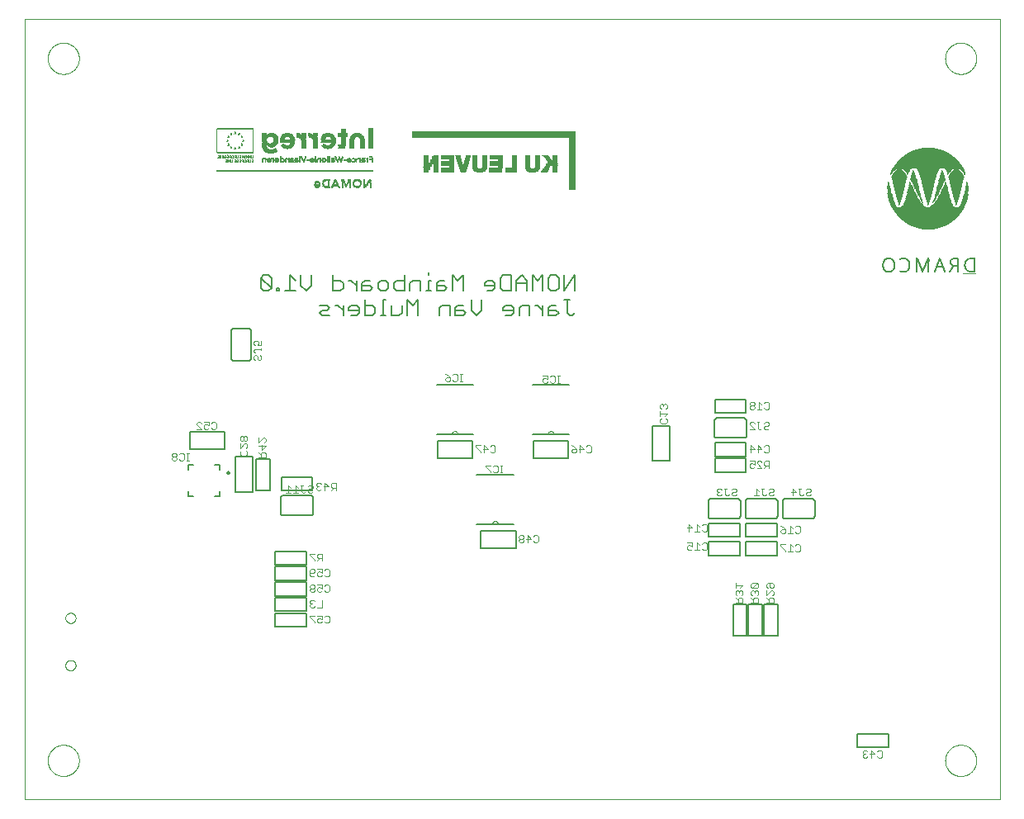
<source format=gbo>
G75*
%MOIN*%
%OFA0B0*%
%FSLAX25Y25*%
%IPPOS*%
%LPD*%
%AMOC8*
5,1,8,0,0,1.08239X$1,22.5*
%
%ADD10C,0.00000*%
%ADD11R,0.00715X0.00065*%
%ADD12R,0.00780X0.00065*%
%ADD13R,0.00910X0.00065*%
%ADD14R,0.01430X0.00065*%
%ADD15R,0.00845X0.00065*%
%ADD16R,0.00715X0.00065*%
%ADD17R,0.00845X0.00065*%
%ADD18R,0.01365X0.00065*%
%ADD19R,0.00780X0.00065*%
%ADD20R,0.01885X0.00065*%
%ADD21R,0.01235X0.00065*%
%ADD22R,0.01625X0.00065*%
%ADD23R,0.02145X0.00065*%
%ADD24R,0.01495X0.00065*%
%ADD25R,0.00910X0.00065*%
%ADD26R,0.00845X0.00065*%
%ADD27R,0.02275X0.00065*%
%ADD28R,0.01690X0.00065*%
%ADD29R,0.00975X0.00065*%
%ADD30R,0.02080X0.00065*%
%ADD31R,0.02405X0.00065*%
%ADD32R,0.01040X0.00065*%
%ADD33R,0.02275X0.00065*%
%ADD34R,0.00455X0.00065*%
%ADD35R,0.02470X0.00065*%
%ADD36R,0.02015X0.00065*%
%ADD37R,0.01040X0.00065*%
%ADD38R,0.02470X0.00065*%
%ADD39R,0.00585X0.00065*%
%ADD40R,0.02600X0.00065*%
%ADD41R,0.01105X0.00065*%
%ADD42R,0.02665X0.00065*%
%ADD43R,0.01170X0.00065*%
%ADD44R,0.02730X0.00065*%
%ADD45R,0.02860X0.00065*%
%ADD46R,0.02795X0.00065*%
%ADD47R,0.00520X0.00065*%
%ADD48R,0.01235X0.00065*%
%ADD49R,0.01170X0.00065*%
%ADD50R,0.01105X0.00065*%
%ADD51R,0.00845X0.00065*%
%ADD52R,0.01300X0.00065*%
%ADD53R,0.00325X0.00065*%
%ADD54R,0.01300X0.00065*%
%ADD55R,0.01040X0.00065*%
%ADD56R,0.00130X0.00065*%
%ADD57R,0.01365X0.00065*%
%ADD58R,0.03055X0.00065*%
%ADD59R,0.01430X0.00065*%
%ADD60R,0.02990X0.00065*%
%ADD61R,0.02925X0.00065*%
%ADD62R,0.01495X0.00065*%
%ADD63R,0.02860X0.00065*%
%ADD64R,0.01560X0.00065*%
%ADD65R,0.02795X0.00065*%
%ADD66R,0.00650X0.00065*%
%ADD67R,0.01690X0.00065*%
%ADD68R,0.00715X0.00065*%
%ADD69R,0.02600X0.00065*%
%ADD70R,0.00715X0.00065*%
%ADD71R,0.01495X0.00065*%
%ADD72R,0.02535X0.00065*%
%ADD73R,0.01625X0.00065*%
%ADD74R,0.01560X0.00065*%
%ADD75R,0.01755X0.00065*%
%ADD76R,0.01365X0.00065*%
%ADD77R,0.00975X0.00065*%
%ADD78R,0.01495X0.00065*%
%ADD79R,0.01170X0.00065*%
%ADD80R,0.02795X0.00065*%
%ADD81R,0.01170X0.00065*%
%ADD82R,0.02730X0.00065*%
%ADD83R,0.02340X0.00065*%
%ADD84R,0.02470X0.00065*%
%ADD85R,0.02210X0.00065*%
%ADD86R,0.62660X0.00065*%
%ADD87R,0.62985X0.00065*%
%ADD88R,0.63050X0.00065*%
%ADD89R,0.63115X0.00065*%
%ADD90R,0.63115X0.00065*%
%ADD91R,0.62855X0.00065*%
%ADD92R,0.00260X0.00065*%
%ADD93R,0.00195X0.00065*%
%ADD94R,0.00325X0.00065*%
%ADD95R,0.00390X0.00065*%
%ADD96R,0.00390X0.00065*%
%ADD97R,0.00455X0.00065*%
%ADD98R,0.00520X0.00065*%
%ADD99R,0.00390X0.00065*%
%ADD100R,0.01040X0.00065*%
%ADD101R,0.00390X0.00065*%
%ADD102R,0.00520X0.00065*%
%ADD103R,0.00130X0.00065*%
%ADD104R,0.00195X0.00065*%
%ADD105R,0.00195X0.00065*%
%ADD106R,0.00195X0.00065*%
%ADD107R,0.00065X0.00065*%
%ADD108R,0.00065X0.00065*%
%ADD109R,0.00650X0.00065*%
%ADD110R,0.00520X0.00065*%
%ADD111R,0.00065X0.00065*%
%ADD112R,0.01755X0.00065*%
%ADD113R,0.01690X0.00065*%
%ADD114R,0.01690X0.00065*%
%ADD115R,0.00260X0.00065*%
%ADD116R,0.00585X0.00065*%
%ADD117R,0.00065X0.00065*%
%ADD118R,0.14690X0.00065*%
%ADD119R,0.03380X0.00065*%
%ADD120R,0.14690X0.00065*%
%ADD121R,0.03770X0.00065*%
%ADD122R,0.04095X0.00065*%
%ADD123R,0.04355X0.00065*%
%ADD124R,0.04680X0.00065*%
%ADD125R,0.04875X0.00065*%
%ADD126R,0.05070X0.00065*%
%ADD127R,0.05200X0.00065*%
%ADD128R,0.05265X0.00065*%
%ADD129R,0.05265X0.00065*%
%ADD130R,0.05330X0.00065*%
%ADD131R,0.05395X0.00065*%
%ADD132R,0.05395X0.00065*%
%ADD133R,0.02210X0.00065*%
%ADD134R,0.02145X0.00065*%
%ADD135R,0.01950X0.00065*%
%ADD136R,0.02080X0.00065*%
%ADD137R,0.01885X0.00065*%
%ADD138R,0.02015X0.00065*%
%ADD139R,0.01820X0.00065*%
%ADD140R,0.03120X0.00065*%
%ADD141R,0.03120X0.00065*%
%ADD142R,0.03380X0.00065*%
%ADD143R,0.03315X0.00065*%
%ADD144R,0.02665X0.00065*%
%ADD145R,0.03510X0.00065*%
%ADD146R,0.03770X0.00065*%
%ADD147R,0.03900X0.00065*%
%ADD148R,0.04225X0.00065*%
%ADD149R,0.02925X0.00065*%
%ADD150R,0.04420X0.00065*%
%ADD151R,0.04420X0.00065*%
%ADD152R,0.04550X0.00065*%
%ADD153R,0.04810X0.00065*%
%ADD154R,0.04745X0.00065*%
%ADD155R,0.04875X0.00065*%
%ADD156R,0.02990X0.00065*%
%ADD157R,0.05005X0.00065*%
%ADD158R,0.03120X0.00065*%
%ADD159R,0.05005X0.00065*%
%ADD160R,0.03250X0.00065*%
%ADD161R,0.04940X0.00065*%
%ADD162R,0.04940X0.00065*%
%ADD163R,0.03510X0.00065*%
%ADD164R,0.02015X0.00065*%
%ADD165R,0.03640X0.00065*%
%ADD166R,0.03055X0.00065*%
%ADD167R,0.03770X0.00065*%
%ADD168R,0.05785X0.00065*%
%ADD169R,0.05850X0.00065*%
%ADD170R,0.05915X0.00065*%
%ADD171R,0.01820X0.00065*%
%ADD172R,0.05915X0.00065*%
%ADD173R,0.01820X0.00065*%
%ADD174R,0.05980X0.00065*%
%ADD175R,0.06045X0.00065*%
%ADD176R,0.06110X0.00065*%
%ADD177R,0.02535X0.00065*%
%ADD178R,0.05980X0.00065*%
%ADD179R,0.01950X0.00065*%
%ADD180R,0.02015X0.00065*%
%ADD181R,0.01820X0.00065*%
%ADD182R,0.02340X0.00065*%
%ADD183R,0.03185X0.00065*%
%ADD184R,0.03640X0.00065*%
%ADD185R,0.03705X0.00065*%
%ADD186R,0.03640X0.00065*%
%ADD187R,0.03705X0.00065*%
%ADD188R,0.02145X0.00065*%
%ADD189R,0.02405X0.00065*%
%ADD190R,0.02665X0.00065*%
%ADD191R,0.04810X0.00065*%
%ADD192R,0.03900X0.00065*%
%ADD193R,0.04940X0.00065*%
%ADD194R,0.06045X0.00065*%
%ADD195R,0.04615X0.00065*%
%ADD196R,0.04745X0.00065*%
%ADD197R,0.04420X0.00065*%
%ADD198R,0.04290X0.00065*%
%ADD199R,0.04485X0.00065*%
%ADD200R,0.05850X0.00065*%
%ADD201R,0.04160X0.00065*%
%ADD202R,0.04030X0.00065*%
%ADD203R,0.04095X0.00065*%
%ADD204R,0.03965X0.00065*%
%ADD205R,0.03640X0.00065*%
%ADD206R,0.03835X0.00065*%
%ADD207R,0.03445X0.00065*%
%ADD208R,0.03445X0.00065*%
%ADD209R,0.00840X0.00040*%
%ADD210R,0.00720X0.00040*%
%ADD211R,0.01440X0.00040*%
%ADD212R,0.01200X0.00040*%
%ADD213R,0.01840X0.00040*%
%ADD214R,0.00400X0.00040*%
%ADD215R,0.00440X0.00040*%
%ADD216R,0.00440X0.00040*%
%ADD217R,0.00480X0.00040*%
%ADD218R,0.00240X0.00040*%
%ADD219R,0.00360X0.00040*%
%ADD220R,0.01840X0.00040*%
%ADD221R,0.01520X0.00040*%
%ADD222R,0.02120X0.00040*%
%ADD223R,0.00320X0.00040*%
%ADD224R,0.02120X0.00040*%
%ADD225R,0.01800X0.00040*%
%ADD226R,0.02320X0.00040*%
%ADD227R,0.02400X0.00040*%
%ADD228R,0.02000X0.00040*%
%ADD229R,0.02480X0.00040*%
%ADD230R,0.00400X0.00040*%
%ADD231R,0.00440X0.00040*%
%ADD232R,0.00360X0.00040*%
%ADD233R,0.02520X0.00040*%
%ADD234R,0.02240X0.00040*%
%ADD235R,0.02600X0.00040*%
%ADD236R,0.02720X0.00040*%
%ADD237R,0.02680X0.00040*%
%ADD238R,0.02520X0.00040*%
%ADD239R,0.02840X0.00040*%
%ADD240R,0.02760X0.00040*%
%ADD241R,0.02640X0.00040*%
%ADD242R,0.02920X0.00040*%
%ADD243R,0.01160X0.00040*%
%ADD244R,0.00880X0.00040*%
%ADD245R,0.03000X0.00040*%
%ADD246R,0.00480X0.00040*%
%ADD247R,0.00520X0.00040*%
%ADD248R,0.01000X0.00040*%
%ADD249R,0.00560X0.00040*%
%ADD250R,0.00920X0.00040*%
%ADD251R,0.00560X0.00040*%
%ADD252R,0.00320X0.00040*%
%ADD253R,0.00840X0.00040*%
%ADD254R,0.01000X0.00040*%
%ADD255R,0.00600X0.00040*%
%ADD256R,0.00160X0.00040*%
%ADD257R,0.00760X0.00040*%
%ADD258R,0.00920X0.00040*%
%ADD259R,0.00640X0.00040*%
%ADD260R,0.00720X0.00040*%
%ADD261R,0.00680X0.00040*%
%ADD262R,0.00720X0.00040*%
%ADD263R,0.00640X0.00040*%
%ADD264R,0.00800X0.00040*%
%ADD265R,0.00680X0.00040*%
%ADD266R,0.00600X0.00040*%
%ADD267R,0.00800X0.00040*%
%ADD268R,0.00520X0.00040*%
%ADD269R,0.00640X0.00040*%
%ADD270R,0.00440X0.00040*%
%ADD271R,0.00520X0.00040*%
%ADD272R,0.00520X0.00040*%
%ADD273R,0.03120X0.00040*%
%ADD274R,0.03040X0.00040*%
%ADD275R,0.03040X0.00040*%
%ADD276R,0.03000X0.00040*%
%ADD277R,0.02960X0.00040*%
%ADD278R,0.02880X0.00040*%
%ADD279R,0.02240X0.00040*%
%ADD280R,0.02200X0.00040*%
%ADD281R,0.02200X0.00040*%
%ADD282R,0.02360X0.00040*%
%ADD283R,0.02440X0.00040*%
%ADD284R,0.02560X0.00040*%
%ADD285R,0.02640X0.00040*%
%ADD286R,0.00040X0.00040*%
%ADD287R,0.00880X0.00040*%
%ADD288R,0.00320X0.00040*%
%ADD289R,0.00720X0.00040*%
%ADD290R,0.00240X0.00040*%
%ADD291R,0.00960X0.00040*%
%ADD292R,0.01080X0.00040*%
%ADD293R,0.01280X0.00040*%
%ADD294R,0.03040X0.00040*%
%ADD295R,0.02800X0.00040*%
%ADD296R,0.01040X0.00040*%
%ADD297R,0.02960X0.00040*%
%ADD298R,0.02720X0.00040*%
%ADD299R,0.01200X0.00040*%
%ADD300R,0.01120X0.00040*%
%ADD301R,0.02800X0.00040*%
%ADD302R,0.02840X0.00040*%
%ADD303R,0.02480X0.00040*%
%ADD304R,0.02400X0.00040*%
%ADD305R,0.00320X0.00040*%
%ADD306R,0.02120X0.00040*%
%ADD307R,0.02000X0.00040*%
%ADD308R,0.02160X0.00040*%
%ADD309R,0.01880X0.00040*%
%ADD310R,0.01720X0.00040*%
%ADD311R,0.01600X0.00040*%
%ADD312R,0.00280X0.00040*%
%ADD313R,0.03880X0.00040*%
%ADD314R,0.04480X0.00040*%
%ADD315R,0.05040X0.00040*%
%ADD316R,0.05520X0.00040*%
%ADD317R,0.06000X0.00040*%
%ADD318R,0.06400X0.00040*%
%ADD319R,0.06800X0.00040*%
%ADD320R,0.07160X0.00040*%
%ADD321R,0.07520X0.00040*%
%ADD322R,0.07840X0.00040*%
%ADD323R,0.08160X0.00040*%
%ADD324R,0.08440X0.00040*%
%ADD325R,0.08760X0.00040*%
%ADD326R,0.09040X0.00040*%
%ADD327R,0.09280X0.00040*%
%ADD328R,0.09560X0.00040*%
%ADD329R,0.09840X0.00040*%
%ADD330R,0.10080X0.00040*%
%ADD331R,0.10320X0.00040*%
%ADD332R,0.10560X0.00040*%
%ADD333R,0.10800X0.00040*%
%ADD334R,0.11000X0.00040*%
%ADD335R,0.11240X0.00040*%
%ADD336R,0.11440X0.00040*%
%ADD337R,0.11680X0.00040*%
%ADD338R,0.11880X0.00040*%
%ADD339R,0.12080X0.00040*%
%ADD340R,0.12280X0.00040*%
%ADD341R,0.12480X0.00040*%
%ADD342R,0.12680X0.00040*%
%ADD343R,0.12840X0.00040*%
%ADD344R,0.13040X0.00040*%
%ADD345R,0.13240X0.00040*%
%ADD346R,0.13400X0.00040*%
%ADD347R,0.13600X0.00040*%
%ADD348R,0.13760X0.00040*%
%ADD349R,0.13920X0.00040*%
%ADD350R,0.14080X0.00040*%
%ADD351R,0.14280X0.00040*%
%ADD352R,0.14440X0.00040*%
%ADD353R,0.14600X0.00040*%
%ADD354R,0.14760X0.00040*%
%ADD355R,0.14920X0.00040*%
%ADD356R,0.15040X0.00040*%
%ADD357R,0.15200X0.00040*%
%ADD358R,0.15360X0.00040*%
%ADD359R,0.15520X0.00040*%
%ADD360R,0.15680X0.00040*%
%ADD361R,0.15800X0.00040*%
%ADD362R,0.15960X0.00040*%
%ADD363R,0.16120X0.00040*%
%ADD364R,0.16240X0.00040*%
%ADD365R,0.16360X0.00040*%
%ADD366R,0.16520X0.00040*%
%ADD367R,0.16640X0.00040*%
%ADD368R,0.16800X0.00040*%
%ADD369R,0.16920X0.00040*%
%ADD370R,0.17040X0.00040*%
%ADD371R,0.17200X0.00040*%
%ADD372R,0.17320X0.00040*%
%ADD373R,0.17440X0.00040*%
%ADD374R,0.17560X0.00040*%
%ADD375R,0.17680X0.00040*%
%ADD376R,0.17800X0.00040*%
%ADD377R,0.17920X0.00040*%
%ADD378R,0.18040X0.00040*%
%ADD379R,0.18200X0.00040*%
%ADD380R,0.18280X0.00040*%
%ADD381R,0.18400X0.00040*%
%ADD382R,0.18520X0.00040*%
%ADD383R,0.18640X0.00040*%
%ADD384R,0.18760X0.00040*%
%ADD385R,0.18880X0.00040*%
%ADD386R,0.19000X0.00040*%
%ADD387R,0.19120X0.00040*%
%ADD388R,0.19200X0.00040*%
%ADD389R,0.19320X0.00040*%
%ADD390R,0.19440X0.00040*%
%ADD391R,0.19560X0.00040*%
%ADD392R,0.19640X0.00040*%
%ADD393R,0.19760X0.00040*%
%ADD394R,0.19840X0.00040*%
%ADD395R,0.19960X0.00040*%
%ADD396R,0.20080X0.00040*%
%ADD397R,0.20160X0.00040*%
%ADD398R,0.20280X0.00040*%
%ADD399R,0.20360X0.00040*%
%ADD400R,0.20480X0.00040*%
%ADD401R,0.20560X0.00040*%
%ADD402R,0.20680X0.00040*%
%ADD403R,0.20760X0.00040*%
%ADD404R,0.20880X0.00040*%
%ADD405R,0.20960X0.00040*%
%ADD406R,0.21040X0.00040*%
%ADD407R,0.21160X0.00040*%
%ADD408R,0.21240X0.00040*%
%ADD409R,0.21320X0.00040*%
%ADD410R,0.21440X0.00040*%
%ADD411R,0.21520X0.00040*%
%ADD412R,0.21600X0.00040*%
%ADD413R,0.21720X0.00040*%
%ADD414R,0.21800X0.00040*%
%ADD415R,0.21880X0.00040*%
%ADD416R,0.21960X0.00040*%
%ADD417R,0.22080X0.00040*%
%ADD418R,0.22160X0.00040*%
%ADD419R,0.22240X0.00040*%
%ADD420R,0.22320X0.00040*%
%ADD421R,0.22400X0.00040*%
%ADD422R,0.22480X0.00040*%
%ADD423R,0.22600X0.00040*%
%ADD424R,0.22680X0.00040*%
%ADD425R,0.22760X0.00040*%
%ADD426R,0.22840X0.00040*%
%ADD427R,0.22920X0.00040*%
%ADD428R,0.23000X0.00040*%
%ADD429R,0.23080X0.00040*%
%ADD430R,0.23160X0.00040*%
%ADD431R,0.23240X0.00040*%
%ADD432R,0.23320X0.00040*%
%ADD433R,0.23400X0.00040*%
%ADD434R,0.23480X0.00040*%
%ADD435R,0.23560X0.00040*%
%ADD436R,0.23640X0.00040*%
%ADD437R,0.23720X0.00040*%
%ADD438R,0.23760X0.00040*%
%ADD439R,0.23840X0.00040*%
%ADD440R,0.23920X0.00040*%
%ADD441R,0.24000X0.00040*%
%ADD442R,0.24080X0.00040*%
%ADD443R,0.24160X0.00040*%
%ADD444R,0.24200X0.00040*%
%ADD445R,0.24280X0.00040*%
%ADD446R,0.24360X0.00040*%
%ADD447R,0.24440X0.00040*%
%ADD448R,0.24520X0.00040*%
%ADD449R,0.24560X0.00040*%
%ADD450R,0.24640X0.00040*%
%ADD451R,0.24720X0.00040*%
%ADD452R,0.24800X0.00040*%
%ADD453R,0.24840X0.00040*%
%ADD454R,0.24920X0.00040*%
%ADD455R,0.25000X0.00040*%
%ADD456R,0.25080X0.00040*%
%ADD457R,0.25120X0.00040*%
%ADD458R,0.25200X0.00040*%
%ADD459R,0.25240X0.00040*%
%ADD460R,0.25320X0.00040*%
%ADD461R,0.25400X0.00040*%
%ADD462R,0.25440X0.00040*%
%ADD463R,0.25520X0.00040*%
%ADD464R,0.25560X0.00040*%
%ADD465R,0.25640X0.00040*%
%ADD466R,0.25720X0.00040*%
%ADD467R,0.25760X0.00040*%
%ADD468R,0.25840X0.00040*%
%ADD469R,0.25880X0.00040*%
%ADD470R,0.25960X0.00040*%
%ADD471R,0.26040X0.00040*%
%ADD472R,0.26080X0.00040*%
%ADD473R,0.26120X0.00040*%
%ADD474R,0.26200X0.00040*%
%ADD475R,0.26280X0.00040*%
%ADD476R,0.26320X0.00040*%
%ADD477R,0.26360X0.00040*%
%ADD478R,0.26440X0.00040*%
%ADD479R,0.26520X0.00040*%
%ADD480R,0.26560X0.00040*%
%ADD481R,0.26600X0.00040*%
%ADD482R,0.26680X0.00040*%
%ADD483R,0.26720X0.00040*%
%ADD484R,0.26800X0.00040*%
%ADD485R,0.26840X0.00040*%
%ADD486R,0.26880X0.00040*%
%ADD487R,0.26960X0.00040*%
%ADD488R,0.27000X0.00040*%
%ADD489R,0.27080X0.00040*%
%ADD490R,0.27120X0.00040*%
%ADD491R,0.27160X0.00040*%
%ADD492R,0.27240X0.00040*%
%ADD493R,0.27280X0.00040*%
%ADD494R,0.27320X0.00040*%
%ADD495R,0.27400X0.00040*%
%ADD496R,0.27440X0.00040*%
%ADD497R,0.27480X0.00040*%
%ADD498R,0.27560X0.00040*%
%ADD499R,0.27600X0.00040*%
%ADD500R,0.27640X0.00040*%
%ADD501R,0.27680X0.00040*%
%ADD502R,0.27720X0.00040*%
%ADD503R,0.27800X0.00040*%
%ADD504R,0.27840X0.00040*%
%ADD505R,0.27880X0.00040*%
%ADD506R,0.27960X0.00040*%
%ADD507R,0.28000X0.00040*%
%ADD508R,0.28040X0.00040*%
%ADD509R,0.28080X0.00040*%
%ADD510R,0.28120X0.00040*%
%ADD511R,0.28200X0.00040*%
%ADD512R,0.28240X0.00040*%
%ADD513R,0.28280X0.00040*%
%ADD514R,0.28320X0.00040*%
%ADD515R,0.28360X0.00040*%
%ADD516R,0.28400X0.00040*%
%ADD517R,0.28440X0.00040*%
%ADD518R,0.28520X0.00040*%
%ADD519R,0.28560X0.00040*%
%ADD520R,0.28600X0.00040*%
%ADD521R,0.28640X0.00040*%
%ADD522R,0.28680X0.00040*%
%ADD523R,0.28720X0.00040*%
%ADD524R,0.28760X0.00040*%
%ADD525R,0.28800X0.00040*%
%ADD526R,0.28840X0.00040*%
%ADD527R,0.28920X0.00040*%
%ADD528R,0.10960X0.00040*%
%ADD529R,0.10520X0.00040*%
%ADD530R,0.10520X0.00040*%
%ADD531R,0.02520X0.00040*%
%ADD532R,0.10200X0.00040*%
%ADD533R,0.10000X0.00040*%
%ADD534R,0.02320X0.00040*%
%ADD535R,0.09800X0.00040*%
%ADD536R,0.09680X0.00040*%
%ADD537R,0.02120X0.00040*%
%ADD538R,0.09560X0.00040*%
%ADD539R,0.02040X0.00040*%
%ADD540R,0.09480X0.00040*%
%ADD541R,0.09440X0.00040*%
%ADD542R,0.09360X0.00040*%
%ADD543R,0.09320X0.00040*%
%ADD544R,0.02080X0.00040*%
%ADD545R,0.09240X0.00040*%
%ADD546R,0.09240X0.00040*%
%ADD547R,0.09160X0.00040*%
%ADD548R,0.01960X0.00040*%
%ADD549R,0.09080X0.00040*%
%ADD550R,0.01960X0.00040*%
%ADD551R,0.09000X0.00040*%
%ADD552R,0.01920X0.00040*%
%ADD553R,0.08960X0.00040*%
%ADD554R,0.08920X0.00040*%
%ADD555R,0.01920X0.00040*%
%ADD556R,0.08840X0.00040*%
%ADD557R,0.08800X0.00040*%
%ADD558R,0.08760X0.00040*%
%ADD559R,0.01920X0.00040*%
%ADD560R,0.08640X0.00040*%
%ADD561R,0.01920X0.00040*%
%ADD562R,0.08600X0.00040*%
%ADD563R,0.08560X0.00040*%
%ADD564R,0.08480X0.00040*%
%ADD565R,0.08440X0.00040*%
%ADD566R,0.08400X0.00040*%
%ADD567R,0.08360X0.00040*%
%ADD568R,0.08320X0.00040*%
%ADD569R,0.01880X0.00040*%
%ADD570R,0.08240X0.00040*%
%ADD571R,0.08120X0.00040*%
%ADD572R,0.08080X0.00040*%
%ADD573R,0.08040X0.00040*%
%ADD574R,0.08000X0.00040*%
%ADD575R,0.07960X0.00040*%
%ADD576R,0.01840X0.00040*%
%ADD577R,0.07920X0.00040*%
%ADD578R,0.07920X0.00040*%
%ADD579R,0.07880X0.00040*%
%ADD580R,0.07840X0.00040*%
%ADD581R,0.00080X0.00040*%
%ADD582R,0.07800X0.00040*%
%ADD583R,0.00120X0.00040*%
%ADD584R,0.07760X0.00040*%
%ADD585R,0.07720X0.00040*%
%ADD586R,0.00120X0.00040*%
%ADD587R,0.07640X0.00040*%
%ADD588R,0.07680X0.00040*%
%ADD589R,0.01800X0.00040*%
%ADD590R,0.00200X0.00040*%
%ADD591R,0.07640X0.00040*%
%ADD592R,0.07600X0.00040*%
%ADD593R,0.00240X0.00040*%
%ADD594R,0.07560X0.00040*%
%ADD595R,0.07520X0.00040*%
%ADD596R,0.07480X0.00040*%
%ADD597R,0.07440X0.00040*%
%ADD598R,0.07400X0.00040*%
%ADD599R,0.07360X0.00040*%
%ADD600R,0.07320X0.00040*%
%ADD601R,0.07320X0.00040*%
%ADD602R,0.01840X0.00040*%
%ADD603R,0.07280X0.00040*%
%ADD604R,0.07240X0.00040*%
%ADD605R,0.07200X0.00040*%
%ADD606R,0.07160X0.00040*%
%ADD607R,0.07120X0.00040*%
%ADD608R,0.07120X0.00040*%
%ADD609R,0.07080X0.00040*%
%ADD610R,0.07040X0.00040*%
%ADD611R,0.07000X0.00040*%
%ADD612R,0.06960X0.00040*%
%ADD613R,0.06920X0.00040*%
%ADD614R,0.06920X0.00040*%
%ADD615R,0.06880X0.00040*%
%ADD616R,0.06840X0.00040*%
%ADD617R,0.00760X0.00040*%
%ADD618R,0.06840X0.00040*%
%ADD619R,0.06760X0.00040*%
%ADD620R,0.06720X0.00040*%
%ADD621R,0.00040X0.00040*%
%ADD622R,0.06720X0.00040*%
%ADD623R,0.06680X0.00040*%
%ADD624R,0.06640X0.00040*%
%ADD625R,0.06600X0.00040*%
%ADD626R,0.00120X0.00040*%
%ADD627R,0.00080X0.00040*%
%ADD628R,0.00920X0.00040*%
%ADD629R,0.06560X0.00040*%
%ADD630R,0.06520X0.00040*%
%ADD631R,0.06520X0.00040*%
%ADD632R,0.06480X0.00040*%
%ADD633R,0.06440X0.00040*%
%ADD634R,0.01040X0.00040*%
%ADD635R,0.06360X0.00040*%
%ADD636R,0.00160X0.00040*%
%ADD637R,0.06320X0.00040*%
%ADD638R,0.00200X0.00040*%
%ADD639R,0.06360X0.00040*%
%ADD640R,0.01120X0.00040*%
%ADD641R,0.01120X0.00040*%
%ADD642R,0.06280X0.00040*%
%ADD643R,0.06240X0.00040*%
%ADD644R,0.06200X0.00040*%
%ADD645R,0.06200X0.00040*%
%ADD646R,0.00240X0.00040*%
%ADD647R,0.06160X0.00040*%
%ADD648R,0.01240X0.00040*%
%ADD649R,0.06120X0.00040*%
%ADD650R,0.06120X0.00040*%
%ADD651R,0.06080X0.00040*%
%ADD652R,0.06040X0.00040*%
%ADD653R,0.01320X0.00040*%
%ADD654R,0.01320X0.00040*%
%ADD655R,0.05960X0.00040*%
%ADD656R,0.01320X0.00040*%
%ADD657R,0.01360X0.00040*%
%ADD658R,0.05960X0.00040*%
%ADD659R,0.05920X0.00040*%
%ADD660R,0.01400X0.00040*%
%ADD661R,0.05880X0.00040*%
%ADD662R,0.05840X0.00040*%
%ADD663R,0.05800X0.00040*%
%ADD664R,0.01480X0.00040*%
%ADD665R,0.05760X0.00040*%
%ADD666R,0.01440X0.00040*%
%ADD667R,0.01480X0.00040*%
%ADD668R,0.05720X0.00040*%
%ADD669R,0.05760X0.00040*%
%ADD670R,0.01760X0.00040*%
%ADD671R,0.01520X0.00040*%
%ADD672R,0.05680X0.00040*%
%ADD673R,0.01560X0.00040*%
%ADD674R,0.05640X0.00040*%
%ADD675R,0.01760X0.00040*%
%ADD676R,0.01600X0.00040*%
%ADD677R,0.05600X0.00040*%
%ADD678R,0.05560X0.00040*%
%ADD679R,0.05560X0.00040*%
%ADD680R,0.05520X0.00040*%
%ADD681R,0.01640X0.00040*%
%ADD682R,0.05480X0.00040*%
%ADD683R,0.01680X0.00040*%
%ADD684R,0.05440X0.00040*%
%ADD685R,0.05440X0.00040*%
%ADD686R,0.01720X0.00040*%
%ADD687R,0.05400X0.00040*%
%ADD688R,0.01720X0.00040*%
%ADD689R,0.05360X0.00040*%
%ADD690R,0.05320X0.00040*%
%ADD691R,0.05280X0.00040*%
%ADD692R,0.05240X0.00040*%
%ADD693R,0.05240X0.00040*%
%ADD694R,0.05200X0.00040*%
%ADD695R,0.05200X0.00040*%
%ADD696R,0.05160X0.00040*%
%ADD697R,0.05120X0.00040*%
%ADD698R,0.05120X0.00040*%
%ADD699R,0.05080X0.00040*%
%ADD700R,0.05000X0.00040*%
%ADD701R,0.05040X0.00040*%
%ADD702R,0.04960X0.00040*%
%ADD703R,0.04920X0.00040*%
%ADD704R,0.04920X0.00040*%
%ADD705R,0.02040X0.00040*%
%ADD706R,0.04880X0.00040*%
%ADD707R,0.02080X0.00040*%
%ADD708R,0.04880X0.00040*%
%ADD709R,0.04840X0.00040*%
%ADD710R,0.04800X0.00040*%
%ADD711R,0.04760X0.00040*%
%ADD712R,0.04720X0.00040*%
%ADD713R,0.04720X0.00040*%
%ADD714R,0.02160X0.00040*%
%ADD715R,0.04680X0.00040*%
%ADD716R,0.04680X0.00040*%
%ADD717R,0.04640X0.00040*%
%ADD718R,0.04600X0.00040*%
%ADD719R,0.02280X0.00040*%
%ADD720R,0.04560X0.00040*%
%ADD721R,0.02280X0.00040*%
%ADD722R,0.04560X0.00040*%
%ADD723R,0.04520X0.00040*%
%ADD724R,0.04440X0.00040*%
%ADD725R,0.04400X0.00040*%
%ADD726R,0.04400X0.00040*%
%ADD727R,0.00840X0.00040*%
%ADD728R,0.04360X0.00040*%
%ADD729R,0.04360X0.00040*%
%ADD730R,0.04320X0.00040*%
%ADD731R,0.00840X0.00040*%
%ADD732R,0.04320X0.00040*%
%ADD733R,0.04280X0.00040*%
%ADD734R,0.01720X0.00040*%
%ADD735R,0.04240X0.00040*%
%ADD736R,0.04240X0.00040*%
%ADD737R,0.04200X0.00040*%
%ADD738R,0.04200X0.00040*%
%ADD739R,0.02520X0.00040*%
%ADD740R,0.04160X0.00040*%
%ADD741R,0.04120X0.00040*%
%ADD742R,0.04080X0.00040*%
%ADD743R,0.02600X0.00040*%
%ADD744R,0.04080X0.00040*%
%ADD745R,0.00960X0.00040*%
%ADD746R,0.04040X0.00040*%
%ADD747R,0.04000X0.00040*%
%ADD748R,0.03960X0.00040*%
%ADD749R,0.02720X0.00040*%
%ADD750R,0.03920X0.00040*%
%ADD751R,0.01040X0.00040*%
%ADD752R,0.03920X0.00040*%
%ADD753R,0.02720X0.00040*%
%ADD754R,0.03920X0.00040*%
%ADD755R,0.03840X0.00040*%
%ADD756R,0.03800X0.00040*%
%ADD757R,0.03760X0.00040*%
%ADD758R,0.01640X0.00040*%
%ADD759R,0.03800X0.00040*%
%ADD760R,0.01080X0.00040*%
%ADD761R,0.03760X0.00040*%
%ADD762R,0.01640X0.00040*%
%ADD763R,0.03720X0.00040*%
%ADD764R,0.01040X0.00040*%
%ADD765R,0.03720X0.00040*%
%ADD766R,0.03680X0.00040*%
%ADD767R,0.03640X0.00040*%
%ADD768R,0.01640X0.00040*%
%ADD769R,0.02920X0.00040*%
%ADD770R,0.03600X0.00040*%
%ADD771R,0.02920X0.00040*%
%ADD772R,0.03600X0.00040*%
%ADD773R,0.02920X0.00040*%
%ADD774R,0.03560X0.00040*%
%ADD775R,0.03520X0.00040*%
%ADD776R,0.03480X0.00040*%
%ADD777R,0.03480X0.00040*%
%ADD778R,0.01160X0.00040*%
%ADD779R,0.03440X0.00040*%
%ADD780R,0.03400X0.00040*%
%ADD781R,0.03080X0.00040*%
%ADD782R,0.03360X0.00040*%
%ADD783R,0.03120X0.00040*%
%ADD784R,0.03320X0.00040*%
%ADD785R,0.03120X0.00040*%
%ADD786R,0.03280X0.00040*%
%ADD787R,0.03320X0.00040*%
%ADD788R,0.03120X0.00040*%
%ADD789R,0.03280X0.00040*%
%ADD790R,0.03160X0.00040*%
%ADD791R,0.03240X0.00040*%
%ADD792R,0.03200X0.00040*%
%ADD793R,0.01560X0.00040*%
%ADD794R,0.03200X0.00040*%
%ADD795R,0.01240X0.00040*%
%ADD796R,0.01280X0.00040*%
%ADD797R,0.03160X0.00040*%
%ADD798R,0.01240X0.00040*%
%ADD799R,0.01320X0.00040*%
%ADD800R,0.01520X0.00040*%
%ADD801R,0.03320X0.00040*%
%ADD802R,0.03320X0.00040*%
%ADD803R,0.03400X0.00040*%
%ADD804R,0.02880X0.00040*%
%ADD805R,0.01360X0.00040*%
%ADD806R,0.01520X0.00040*%
%ADD807R,0.01400X0.00040*%
%ADD808R,0.03520X0.00040*%
%ADD809R,0.03520X0.00040*%
%ADD810R,0.02560X0.00040*%
%ADD811R,0.03640X0.00040*%
%ADD812R,0.01440X0.00040*%
%ADD813R,0.02440X0.00040*%
%ADD814R,0.03720X0.00040*%
%ADD815R,0.03680X0.00040*%
%ADD816R,0.02440X0.00040*%
%ADD817R,0.03880X0.00040*%
%ADD818R,0.03920X0.00040*%
%ADD819R,0.03960X0.00040*%
%ADD820R,0.04000X0.00040*%
%ADD821R,0.01680X0.00040*%
%ADD822R,0.04120X0.00040*%
%ADD823R,0.04160X0.00040*%
%ADD824R,0.04240X0.00040*%
%ADD825R,0.04280X0.00040*%
%ADD826R,0.04440X0.00040*%
%ADD827R,0.04520X0.00040*%
%ADD828R,0.00920X0.00040*%
%ADD829R,0.04640X0.00040*%
%ADD830R,0.04720X0.00040*%
%ADD831R,0.04760X0.00040*%
%ADD832R,0.04840X0.00040*%
%ADD833R,0.04840X0.00040*%
%ADD834R,0.02040X0.00040*%
%ADD835R,0.04920X0.00040*%
%ADD836R,0.04920X0.00040*%
%ADD837R,0.00280X0.00040*%
%ADD838R,0.05120X0.00040*%
%ADD839R,0.05120X0.00040*%
%ADD840R,0.00120X0.00040*%
%ADD841R,0.02240X0.00040*%
%ADD842R,0.05320X0.00040*%
%ADD843R,0.05320X0.00040*%
%ADD844R,0.02320X0.00040*%
%ADD845R,0.02320X0.00040*%
%ADD846R,0.05320X0.00040*%
%ADD847R,0.05400X0.00040*%
%ADD848R,0.05440X0.00040*%
%ADD849R,0.02360X0.00040*%
%ADD850R,0.05520X0.00040*%
%ADD851R,0.05520X0.00040*%
%ADD852R,0.02440X0.00040*%
%ADD853R,0.05600X0.00040*%
%ADD854R,0.05640X0.00040*%
%ADD855R,0.05720X0.00040*%
%ADD856R,0.05720X0.00040*%
%ADD857R,0.05720X0.00040*%
%ADD858R,0.05840X0.00040*%
%ADD859R,0.05920X0.00040*%
%ADD860R,0.05920X0.00040*%
%ADD861R,0.06040X0.00040*%
%ADD862R,0.06040X0.00040*%
%ADD863R,0.02240X0.00040*%
%ADD864R,0.06160X0.00040*%
%ADD865R,0.06280X0.00040*%
%ADD866R,0.02040X0.00040*%
%ADD867R,0.06320X0.00040*%
%ADD868R,0.06400X0.00040*%
%ADD869R,0.06120X0.00040*%
%ADD870R,0.06520X0.00040*%
%ADD871R,0.06120X0.00040*%
%ADD872R,0.06600X0.00040*%
%ADD873R,0.05880X0.00040*%
%ADD874R,0.06640X0.00040*%
%ADD875R,0.06640X0.00040*%
%ADD876R,0.06760X0.00040*%
%ADD877R,0.00040X0.00040*%
%ADD878R,0.00040X0.00040*%
%ADD879R,0.06880X0.00040*%
%ADD880R,0.01440X0.00040*%
%ADD881R,0.07000X0.00040*%
%ADD882R,0.07080X0.00040*%
%ADD883R,0.07120X0.00040*%
%ADD884R,0.07240X0.00040*%
%ADD885R,0.07280X0.00040*%
%ADD886R,0.07320X0.00040*%
%ADD887R,0.07440X0.00040*%
%ADD888R,0.07560X0.00040*%
%ADD889R,0.07600X0.00040*%
%ADD890R,0.07720X0.00040*%
%ADD891R,0.03640X0.00040*%
%ADD892R,0.07720X0.00040*%
%ADD893R,0.03240X0.00040*%
%ADD894R,0.08120X0.00040*%
%ADD895R,0.08200X0.00040*%
%ADD896R,0.08280X0.00040*%
%ADD897R,0.08320X0.00040*%
%ADD898R,0.08520X0.00040*%
%ADD899R,0.08640X0.00040*%
%ADD900R,0.08680X0.00040*%
%ADD901R,0.08800X0.00040*%
%ADD902R,0.08880X0.00040*%
%ADD903R,0.08920X0.00040*%
%ADD904R,0.03240X0.00040*%
%ADD905R,0.09080X0.00040*%
%ADD906R,0.09160X0.00040*%
%ADD907R,0.09320X0.00040*%
%ADD908R,0.09400X0.00040*%
%ADD909R,0.09520X0.00040*%
%ADD910R,0.04320X0.00040*%
%ADD911R,0.09640X0.00040*%
%ADD912R,0.04320X0.00040*%
%ADD913R,0.09960X0.00040*%
%ADD914R,0.10160X0.00040*%
%ADD915R,0.10400X0.00040*%
%ADD916R,0.07880X0.00040*%
%ADD917R,0.10800X0.00040*%
%ADD918R,0.07960X0.00040*%
%ADD919R,0.27880X0.00040*%
%ADD920R,0.27840X0.00040*%
%ADD921R,0.27760X0.00040*%
%ADD922R,0.27640X0.00040*%
%ADD923R,0.27600X0.00040*%
%ADD924R,0.27400X0.00040*%
%ADD925R,0.27320X0.00040*%
%ADD926R,0.27120X0.00040*%
%ADD927R,0.27080X0.00040*%
%ADD928R,0.26920X0.00040*%
%ADD929R,0.26840X0.00040*%
%ADD930R,0.26800X0.00040*%
%ADD931R,0.26760X0.00040*%
%ADD932R,0.26560X0.00040*%
%ADD933R,0.26520X0.00040*%
%ADD934R,0.26400X0.00040*%
%ADD935R,0.26280X0.00040*%
%ADD936R,0.26200X0.00040*%
%ADD937R,0.26160X0.00040*%
%ADD938R,0.25960X0.00040*%
%ADD939R,0.25920X0.00040*%
%ADD940R,0.25800X0.00040*%
%ADD941R,0.25640X0.00040*%
%ADD942R,0.25600X0.00040*%
%ADD943R,0.25480X0.00040*%
%ADD944R,0.25320X0.00040*%
%ADD945R,0.25280X0.00040*%
%ADD946R,0.25160X0.00040*%
%ADD947R,0.25000X0.00040*%
%ADD948R,0.24920X0.00040*%
%ADD949R,0.24880X0.00040*%
%ADD950R,0.24760X0.00040*%
%ADD951R,0.24680X0.00040*%
%ADD952R,0.24600X0.00040*%
%ADD953R,0.24320X0.00040*%
%ADD954R,0.24240X0.00040*%
%ADD955R,0.24040X0.00040*%
%ADD956R,0.23960X0.00040*%
%ADD957R,0.23880X0.00040*%
%ADD958R,0.23800X0.00040*%
%ADD959R,0.23560X0.00040*%
%ADD960R,0.23480X0.00040*%
%ADD961R,0.23160X0.00040*%
%ADD962R,0.23080X0.00040*%
%ADD963R,0.22760X0.00040*%
%ADD964R,0.22680X0.00040*%
%ADD965R,0.22520X0.00040*%
%ADD966R,0.22440X0.00040*%
%ADD967R,0.22360X0.00040*%
%ADD968R,0.22280X0.00040*%
%ADD969R,0.22200X0.00040*%
%ADD970R,0.22000X0.00040*%
%ADD971R,0.21920X0.00040*%
%ADD972R,0.21840X0.00040*%
%ADD973R,0.21640X0.00040*%
%ADD974R,0.21560X0.00040*%
%ADD975R,0.21480X0.00040*%
%ADD976R,0.21360X0.00040*%
%ADD977R,0.21280X0.00040*%
%ADD978R,0.21200X0.00040*%
%ADD979R,0.21080X0.00040*%
%ADD980R,0.21000X0.00040*%
%ADD981R,0.20880X0.00040*%
%ADD982R,0.20800X0.00040*%
%ADD983R,0.20720X0.00040*%
%ADD984R,0.20600X0.00040*%
%ADD985R,0.20520X0.00040*%
%ADD986R,0.20400X0.00040*%
%ADD987R,0.20320X0.00040*%
%ADD988R,0.20200X0.00040*%
%ADD989R,0.20120X0.00040*%
%ADD990R,0.20000X0.00040*%
%ADD991R,0.19880X0.00040*%
%ADD992R,0.19800X0.00040*%
%ADD993R,0.19680X0.00040*%
%ADD994R,0.19480X0.00040*%
%ADD995R,0.19360X0.00040*%
%ADD996R,0.19240X0.00040*%
%ADD997R,0.19160X0.00040*%
%ADD998R,0.19040X0.00040*%
%ADD999R,0.18920X0.00040*%
%ADD1000R,0.18800X0.00040*%
%ADD1001R,0.18680X0.00040*%
%ADD1002R,0.18560X0.00040*%
%ADD1003R,0.18480X0.00040*%
%ADD1004R,0.18360X0.00040*%
%ADD1005R,0.18240X0.00040*%
%ADD1006R,0.18120X0.00040*%
%ADD1007R,0.18000X0.00040*%
%ADD1008R,0.17840X0.00040*%
%ADD1009R,0.17720X0.00040*%
%ADD1010R,0.17600X0.00040*%
%ADD1011R,0.17480X0.00040*%
%ADD1012R,0.17360X0.00040*%
%ADD1013R,0.17240X0.00040*%
%ADD1014R,0.17120X0.00040*%
%ADD1015R,0.16960X0.00040*%
%ADD1016R,0.16840X0.00040*%
%ADD1017R,0.16720X0.00040*%
%ADD1018R,0.16560X0.00040*%
%ADD1019R,0.16440X0.00040*%
%ADD1020R,0.16320X0.00040*%
%ADD1021R,0.16160X0.00040*%
%ADD1022R,0.16000X0.00040*%
%ADD1023R,0.15880X0.00040*%
%ADD1024R,0.15720X0.00040*%
%ADD1025R,0.15560X0.00040*%
%ADD1026R,0.15440X0.00040*%
%ADD1027R,0.15280X0.00040*%
%ADD1028R,0.15160X0.00040*%
%ADD1029R,0.14960X0.00040*%
%ADD1030R,0.14800X0.00040*%
%ADD1031R,0.14640X0.00040*%
%ADD1032R,0.14480X0.00040*%
%ADD1033R,0.14320X0.00040*%
%ADD1034R,0.14160X0.00040*%
%ADD1035R,0.14000X0.00040*%
%ADD1036R,0.13840X0.00040*%
%ADD1037R,0.13680X0.00040*%
%ADD1038R,0.13480X0.00040*%
%ADD1039R,0.13320X0.00040*%
%ADD1040R,0.13120X0.00040*%
%ADD1041R,0.12960X0.00040*%
%ADD1042R,0.12760X0.00040*%
%ADD1043R,0.12560X0.00040*%
%ADD1044R,0.12360X0.00040*%
%ADD1045R,0.12160X0.00040*%
%ADD1046R,0.11960X0.00040*%
%ADD1047R,0.11760X0.00040*%
%ADD1048R,0.11560X0.00040*%
%ADD1049R,0.11360X0.00040*%
%ADD1050R,0.11120X0.00040*%
%ADD1051R,0.10920X0.00040*%
%ADD1052R,0.10680X0.00040*%
%ADD1053R,0.10440X0.00040*%
%ADD1054R,0.09960X0.00040*%
%ADD1055R,0.09720X0.00040*%
%ADD1056R,0.09440X0.00040*%
%ADD1057R,0.08600X0.00040*%
%ADD1058R,0.06960X0.00040*%
%ADD1059R,0.02500X0.00100*%
%ADD1060R,0.00800X0.00100*%
%ADD1061R,0.02200X0.00100*%
%ADD1062R,0.02000X0.00100*%
%ADD1063R,0.01800X0.00100*%
%ADD1064R,0.05500X0.00100*%
%ADD1065R,0.02900X0.00100*%
%ADD1066R,0.04900X0.00100*%
%ADD1067R,0.03000X0.00100*%
%ADD1068R,0.02400X0.00100*%
%ADD1069R,0.01900X0.00100*%
%ADD1070R,0.02300X0.00100*%
%ADD1071R,0.03500X0.00100*%
%ADD1072R,0.03400X0.00100*%
%ADD1073R,0.02100X0.00100*%
%ADD1074R,0.03900X0.00100*%
%ADD1075R,0.04100X0.00100*%
%ADD1076R,0.04200X0.00100*%
%ADD1077R,0.04400X0.00100*%
%ADD1078R,0.04700X0.00100*%
%ADD1079R,0.04600X0.00100*%
%ADD1080R,0.02600X0.00100*%
%ADD1081R,0.04800X0.00100*%
%ADD1082R,0.05000X0.00100*%
%ADD1083R,0.02700X0.00100*%
%ADD1084R,0.05100X0.00100*%
%ADD1085R,0.05200X0.00100*%
%ADD1086R,0.02800X0.00100*%
%ADD1087R,0.05300X0.00100*%
%ADD1088R,0.05400X0.00100*%
%ADD1089R,0.05600X0.00100*%
%ADD1090R,0.05700X0.00100*%
%ADD1091R,0.03100X0.00100*%
%ADD1092R,0.03200X0.00100*%
%ADD1093R,0.03300X0.00100*%
%ADD1094R,0.03600X0.00100*%
%ADD1095R,0.03700X0.00100*%
%ADD1096R,0.01700X0.00100*%
%ADD1097R,0.01600X0.00100*%
%ADD1098R,0.04500X0.00100*%
%ADD1099R,0.04300X0.00100*%
%ADD1100R,0.04000X0.00100*%
%ADD1101R,0.66100X0.00100*%
%ADD1102C,0.00700*%
%ADD1103C,0.00800*%
%ADD1104C,0.00300*%
%ADD1105C,0.00600*%
%ADD1106C,0.00500*%
%ADD1107C,0.00787*%
D10*
X0146800Y0181800D02*
X0146800Y0496761D01*
X0540501Y0496761D01*
X0540501Y0181800D01*
X0146800Y0181800D01*
X0156249Y0197548D02*
X0156251Y0197706D01*
X0156257Y0197864D01*
X0156267Y0198022D01*
X0156281Y0198180D01*
X0156299Y0198337D01*
X0156320Y0198494D01*
X0156346Y0198650D01*
X0156376Y0198806D01*
X0156409Y0198961D01*
X0156447Y0199114D01*
X0156488Y0199267D01*
X0156533Y0199419D01*
X0156582Y0199570D01*
X0156635Y0199719D01*
X0156691Y0199867D01*
X0156751Y0200013D01*
X0156815Y0200158D01*
X0156883Y0200301D01*
X0156954Y0200443D01*
X0157028Y0200583D01*
X0157106Y0200720D01*
X0157188Y0200856D01*
X0157272Y0200990D01*
X0157361Y0201121D01*
X0157452Y0201250D01*
X0157547Y0201377D01*
X0157644Y0201502D01*
X0157745Y0201624D01*
X0157849Y0201743D01*
X0157956Y0201860D01*
X0158066Y0201974D01*
X0158179Y0202085D01*
X0158294Y0202194D01*
X0158412Y0202299D01*
X0158533Y0202401D01*
X0158656Y0202501D01*
X0158782Y0202597D01*
X0158910Y0202690D01*
X0159040Y0202780D01*
X0159173Y0202866D01*
X0159308Y0202950D01*
X0159444Y0203029D01*
X0159583Y0203106D01*
X0159724Y0203178D01*
X0159866Y0203248D01*
X0160010Y0203313D01*
X0160156Y0203375D01*
X0160303Y0203433D01*
X0160452Y0203488D01*
X0160602Y0203539D01*
X0160753Y0203586D01*
X0160905Y0203629D01*
X0161058Y0203668D01*
X0161213Y0203704D01*
X0161368Y0203735D01*
X0161524Y0203763D01*
X0161680Y0203787D01*
X0161837Y0203807D01*
X0161995Y0203823D01*
X0162152Y0203835D01*
X0162311Y0203843D01*
X0162469Y0203847D01*
X0162627Y0203847D01*
X0162785Y0203843D01*
X0162944Y0203835D01*
X0163101Y0203823D01*
X0163259Y0203807D01*
X0163416Y0203787D01*
X0163572Y0203763D01*
X0163728Y0203735D01*
X0163883Y0203704D01*
X0164038Y0203668D01*
X0164191Y0203629D01*
X0164343Y0203586D01*
X0164494Y0203539D01*
X0164644Y0203488D01*
X0164793Y0203433D01*
X0164940Y0203375D01*
X0165086Y0203313D01*
X0165230Y0203248D01*
X0165372Y0203178D01*
X0165513Y0203106D01*
X0165652Y0203029D01*
X0165788Y0202950D01*
X0165923Y0202866D01*
X0166056Y0202780D01*
X0166186Y0202690D01*
X0166314Y0202597D01*
X0166440Y0202501D01*
X0166563Y0202401D01*
X0166684Y0202299D01*
X0166802Y0202194D01*
X0166917Y0202085D01*
X0167030Y0201974D01*
X0167140Y0201860D01*
X0167247Y0201743D01*
X0167351Y0201624D01*
X0167452Y0201502D01*
X0167549Y0201377D01*
X0167644Y0201250D01*
X0167735Y0201121D01*
X0167824Y0200990D01*
X0167908Y0200856D01*
X0167990Y0200720D01*
X0168068Y0200583D01*
X0168142Y0200443D01*
X0168213Y0200301D01*
X0168281Y0200158D01*
X0168345Y0200013D01*
X0168405Y0199867D01*
X0168461Y0199719D01*
X0168514Y0199570D01*
X0168563Y0199419D01*
X0168608Y0199267D01*
X0168649Y0199114D01*
X0168687Y0198961D01*
X0168720Y0198806D01*
X0168750Y0198650D01*
X0168776Y0198494D01*
X0168797Y0198337D01*
X0168815Y0198180D01*
X0168829Y0198022D01*
X0168839Y0197864D01*
X0168845Y0197706D01*
X0168847Y0197548D01*
X0168845Y0197390D01*
X0168839Y0197232D01*
X0168829Y0197074D01*
X0168815Y0196916D01*
X0168797Y0196759D01*
X0168776Y0196602D01*
X0168750Y0196446D01*
X0168720Y0196290D01*
X0168687Y0196135D01*
X0168649Y0195982D01*
X0168608Y0195829D01*
X0168563Y0195677D01*
X0168514Y0195526D01*
X0168461Y0195377D01*
X0168405Y0195229D01*
X0168345Y0195083D01*
X0168281Y0194938D01*
X0168213Y0194795D01*
X0168142Y0194653D01*
X0168068Y0194513D01*
X0167990Y0194376D01*
X0167908Y0194240D01*
X0167824Y0194106D01*
X0167735Y0193975D01*
X0167644Y0193846D01*
X0167549Y0193719D01*
X0167452Y0193594D01*
X0167351Y0193472D01*
X0167247Y0193353D01*
X0167140Y0193236D01*
X0167030Y0193122D01*
X0166917Y0193011D01*
X0166802Y0192902D01*
X0166684Y0192797D01*
X0166563Y0192695D01*
X0166440Y0192595D01*
X0166314Y0192499D01*
X0166186Y0192406D01*
X0166056Y0192316D01*
X0165923Y0192230D01*
X0165788Y0192146D01*
X0165652Y0192067D01*
X0165513Y0191990D01*
X0165372Y0191918D01*
X0165230Y0191848D01*
X0165086Y0191783D01*
X0164940Y0191721D01*
X0164793Y0191663D01*
X0164644Y0191608D01*
X0164494Y0191557D01*
X0164343Y0191510D01*
X0164191Y0191467D01*
X0164038Y0191428D01*
X0163883Y0191392D01*
X0163728Y0191361D01*
X0163572Y0191333D01*
X0163416Y0191309D01*
X0163259Y0191289D01*
X0163101Y0191273D01*
X0162944Y0191261D01*
X0162785Y0191253D01*
X0162627Y0191249D01*
X0162469Y0191249D01*
X0162311Y0191253D01*
X0162152Y0191261D01*
X0161995Y0191273D01*
X0161837Y0191289D01*
X0161680Y0191309D01*
X0161524Y0191333D01*
X0161368Y0191361D01*
X0161213Y0191392D01*
X0161058Y0191428D01*
X0160905Y0191467D01*
X0160753Y0191510D01*
X0160602Y0191557D01*
X0160452Y0191608D01*
X0160303Y0191663D01*
X0160156Y0191721D01*
X0160010Y0191783D01*
X0159866Y0191848D01*
X0159724Y0191918D01*
X0159583Y0191990D01*
X0159444Y0192067D01*
X0159308Y0192146D01*
X0159173Y0192230D01*
X0159040Y0192316D01*
X0158910Y0192406D01*
X0158782Y0192499D01*
X0158656Y0192595D01*
X0158533Y0192695D01*
X0158412Y0192797D01*
X0158294Y0192902D01*
X0158179Y0193011D01*
X0158066Y0193122D01*
X0157956Y0193236D01*
X0157849Y0193353D01*
X0157745Y0193472D01*
X0157644Y0193594D01*
X0157547Y0193719D01*
X0157452Y0193846D01*
X0157361Y0193975D01*
X0157272Y0194106D01*
X0157188Y0194240D01*
X0157106Y0194376D01*
X0157028Y0194513D01*
X0156954Y0194653D01*
X0156883Y0194795D01*
X0156815Y0194938D01*
X0156751Y0195083D01*
X0156691Y0195229D01*
X0156635Y0195377D01*
X0156582Y0195526D01*
X0156533Y0195677D01*
X0156488Y0195829D01*
X0156447Y0195982D01*
X0156409Y0196135D01*
X0156376Y0196290D01*
X0156346Y0196446D01*
X0156320Y0196602D01*
X0156299Y0196759D01*
X0156281Y0196916D01*
X0156267Y0197074D01*
X0156257Y0197232D01*
X0156251Y0197390D01*
X0156249Y0197548D01*
X0163355Y0236003D02*
X0163357Y0236094D01*
X0163363Y0236184D01*
X0163373Y0236275D01*
X0163387Y0236364D01*
X0163405Y0236453D01*
X0163426Y0236542D01*
X0163452Y0236629D01*
X0163481Y0236715D01*
X0163515Y0236799D01*
X0163551Y0236882D01*
X0163592Y0236964D01*
X0163636Y0237043D01*
X0163683Y0237121D01*
X0163734Y0237196D01*
X0163788Y0237269D01*
X0163845Y0237339D01*
X0163905Y0237407D01*
X0163968Y0237473D01*
X0164034Y0237535D01*
X0164103Y0237594D01*
X0164174Y0237651D01*
X0164248Y0237704D01*
X0164324Y0237754D01*
X0164402Y0237801D01*
X0164482Y0237844D01*
X0164563Y0237883D01*
X0164647Y0237919D01*
X0164732Y0237951D01*
X0164818Y0237980D01*
X0164905Y0238004D01*
X0164994Y0238025D01*
X0165083Y0238042D01*
X0165173Y0238055D01*
X0165263Y0238064D01*
X0165354Y0238069D01*
X0165445Y0238070D01*
X0165535Y0238067D01*
X0165626Y0238060D01*
X0165716Y0238049D01*
X0165806Y0238034D01*
X0165895Y0238015D01*
X0165983Y0237993D01*
X0166069Y0237966D01*
X0166155Y0237936D01*
X0166239Y0237902D01*
X0166322Y0237864D01*
X0166403Y0237823D01*
X0166482Y0237778D01*
X0166559Y0237729D01*
X0166633Y0237678D01*
X0166706Y0237623D01*
X0166776Y0237565D01*
X0166843Y0237504D01*
X0166907Y0237440D01*
X0166969Y0237374D01*
X0167028Y0237304D01*
X0167083Y0237233D01*
X0167136Y0237158D01*
X0167185Y0237082D01*
X0167231Y0237004D01*
X0167273Y0236923D01*
X0167312Y0236841D01*
X0167347Y0236757D01*
X0167378Y0236672D01*
X0167405Y0236585D01*
X0167429Y0236498D01*
X0167449Y0236409D01*
X0167465Y0236320D01*
X0167477Y0236230D01*
X0167485Y0236139D01*
X0167489Y0236048D01*
X0167489Y0235958D01*
X0167485Y0235867D01*
X0167477Y0235776D01*
X0167465Y0235686D01*
X0167449Y0235597D01*
X0167429Y0235508D01*
X0167405Y0235421D01*
X0167378Y0235334D01*
X0167347Y0235249D01*
X0167312Y0235165D01*
X0167273Y0235083D01*
X0167231Y0235002D01*
X0167185Y0234924D01*
X0167136Y0234848D01*
X0167083Y0234773D01*
X0167028Y0234702D01*
X0166969Y0234632D01*
X0166907Y0234566D01*
X0166843Y0234502D01*
X0166776Y0234441D01*
X0166706Y0234383D01*
X0166633Y0234328D01*
X0166559Y0234277D01*
X0166482Y0234228D01*
X0166403Y0234183D01*
X0166322Y0234142D01*
X0166239Y0234104D01*
X0166155Y0234070D01*
X0166069Y0234040D01*
X0165983Y0234013D01*
X0165895Y0233991D01*
X0165806Y0233972D01*
X0165716Y0233957D01*
X0165626Y0233946D01*
X0165535Y0233939D01*
X0165445Y0233936D01*
X0165354Y0233937D01*
X0165263Y0233942D01*
X0165173Y0233951D01*
X0165083Y0233964D01*
X0164994Y0233981D01*
X0164905Y0234002D01*
X0164818Y0234026D01*
X0164732Y0234055D01*
X0164647Y0234087D01*
X0164563Y0234123D01*
X0164482Y0234162D01*
X0164402Y0234205D01*
X0164324Y0234252D01*
X0164248Y0234302D01*
X0164174Y0234355D01*
X0164103Y0234412D01*
X0164034Y0234471D01*
X0163968Y0234533D01*
X0163905Y0234599D01*
X0163845Y0234667D01*
X0163788Y0234737D01*
X0163734Y0234810D01*
X0163683Y0234885D01*
X0163636Y0234963D01*
X0163592Y0235042D01*
X0163551Y0235124D01*
X0163515Y0235207D01*
X0163481Y0235291D01*
X0163452Y0235377D01*
X0163426Y0235464D01*
X0163405Y0235553D01*
X0163387Y0235642D01*
X0163373Y0235731D01*
X0163363Y0235822D01*
X0163357Y0235912D01*
X0163355Y0236003D01*
X0163355Y0255097D02*
X0163357Y0255188D01*
X0163363Y0255278D01*
X0163373Y0255369D01*
X0163387Y0255458D01*
X0163405Y0255547D01*
X0163426Y0255636D01*
X0163452Y0255723D01*
X0163481Y0255809D01*
X0163515Y0255893D01*
X0163551Y0255976D01*
X0163592Y0256058D01*
X0163636Y0256137D01*
X0163683Y0256215D01*
X0163734Y0256290D01*
X0163788Y0256363D01*
X0163845Y0256433D01*
X0163905Y0256501D01*
X0163968Y0256567D01*
X0164034Y0256629D01*
X0164103Y0256688D01*
X0164174Y0256745D01*
X0164248Y0256798D01*
X0164324Y0256848D01*
X0164402Y0256895D01*
X0164482Y0256938D01*
X0164563Y0256977D01*
X0164647Y0257013D01*
X0164732Y0257045D01*
X0164818Y0257074D01*
X0164905Y0257098D01*
X0164994Y0257119D01*
X0165083Y0257136D01*
X0165173Y0257149D01*
X0165263Y0257158D01*
X0165354Y0257163D01*
X0165445Y0257164D01*
X0165535Y0257161D01*
X0165626Y0257154D01*
X0165716Y0257143D01*
X0165806Y0257128D01*
X0165895Y0257109D01*
X0165983Y0257087D01*
X0166069Y0257060D01*
X0166155Y0257030D01*
X0166239Y0256996D01*
X0166322Y0256958D01*
X0166403Y0256917D01*
X0166482Y0256872D01*
X0166559Y0256823D01*
X0166633Y0256772D01*
X0166706Y0256717D01*
X0166776Y0256659D01*
X0166843Y0256598D01*
X0166907Y0256534D01*
X0166969Y0256468D01*
X0167028Y0256398D01*
X0167083Y0256327D01*
X0167136Y0256252D01*
X0167185Y0256176D01*
X0167231Y0256098D01*
X0167273Y0256017D01*
X0167312Y0255935D01*
X0167347Y0255851D01*
X0167378Y0255766D01*
X0167405Y0255679D01*
X0167429Y0255592D01*
X0167449Y0255503D01*
X0167465Y0255414D01*
X0167477Y0255324D01*
X0167485Y0255233D01*
X0167489Y0255142D01*
X0167489Y0255052D01*
X0167485Y0254961D01*
X0167477Y0254870D01*
X0167465Y0254780D01*
X0167449Y0254691D01*
X0167429Y0254602D01*
X0167405Y0254515D01*
X0167378Y0254428D01*
X0167347Y0254343D01*
X0167312Y0254259D01*
X0167273Y0254177D01*
X0167231Y0254096D01*
X0167185Y0254018D01*
X0167136Y0253942D01*
X0167083Y0253867D01*
X0167028Y0253796D01*
X0166969Y0253726D01*
X0166907Y0253660D01*
X0166843Y0253596D01*
X0166776Y0253535D01*
X0166706Y0253477D01*
X0166633Y0253422D01*
X0166559Y0253371D01*
X0166482Y0253322D01*
X0166403Y0253277D01*
X0166322Y0253236D01*
X0166239Y0253198D01*
X0166155Y0253164D01*
X0166069Y0253134D01*
X0165983Y0253107D01*
X0165895Y0253085D01*
X0165806Y0253066D01*
X0165716Y0253051D01*
X0165626Y0253040D01*
X0165535Y0253033D01*
X0165445Y0253030D01*
X0165354Y0253031D01*
X0165263Y0253036D01*
X0165173Y0253045D01*
X0165083Y0253058D01*
X0164994Y0253075D01*
X0164905Y0253096D01*
X0164818Y0253120D01*
X0164732Y0253149D01*
X0164647Y0253181D01*
X0164563Y0253217D01*
X0164482Y0253256D01*
X0164402Y0253299D01*
X0164324Y0253346D01*
X0164248Y0253396D01*
X0164174Y0253449D01*
X0164103Y0253506D01*
X0164034Y0253565D01*
X0163968Y0253627D01*
X0163905Y0253693D01*
X0163845Y0253761D01*
X0163788Y0253831D01*
X0163734Y0253904D01*
X0163683Y0253979D01*
X0163636Y0254057D01*
X0163592Y0254136D01*
X0163551Y0254218D01*
X0163515Y0254301D01*
X0163481Y0254385D01*
X0163452Y0254471D01*
X0163426Y0254558D01*
X0163405Y0254647D01*
X0163387Y0254736D01*
X0163373Y0254825D01*
X0163363Y0254916D01*
X0163357Y0255006D01*
X0163355Y0255097D01*
X0319350Y0329300D02*
X0319352Y0329369D01*
X0319358Y0329437D01*
X0319368Y0329505D01*
X0319381Y0329572D01*
X0319399Y0329638D01*
X0319420Y0329703D01*
X0319445Y0329767D01*
X0319473Y0329829D01*
X0319505Y0329890D01*
X0319540Y0329949D01*
X0319579Y0330005D01*
X0319621Y0330060D01*
X0319666Y0330111D01*
X0319714Y0330161D01*
X0319764Y0330207D01*
X0319817Y0330250D01*
X0319873Y0330291D01*
X0319930Y0330328D01*
X0319990Y0330361D01*
X0320052Y0330392D01*
X0320115Y0330418D01*
X0320179Y0330441D01*
X0320245Y0330461D01*
X0320312Y0330476D01*
X0320379Y0330488D01*
X0320447Y0330496D01*
X0320516Y0330500D01*
X0320584Y0330500D01*
X0320653Y0330496D01*
X0320721Y0330488D01*
X0320788Y0330476D01*
X0320855Y0330461D01*
X0320921Y0330441D01*
X0320985Y0330418D01*
X0321048Y0330392D01*
X0321110Y0330361D01*
X0321170Y0330328D01*
X0321227Y0330291D01*
X0321283Y0330250D01*
X0321336Y0330207D01*
X0321386Y0330161D01*
X0321434Y0330111D01*
X0321479Y0330060D01*
X0321521Y0330005D01*
X0321560Y0329949D01*
X0321595Y0329890D01*
X0321627Y0329829D01*
X0321655Y0329767D01*
X0321680Y0329703D01*
X0321701Y0329638D01*
X0321719Y0329572D01*
X0321732Y0329505D01*
X0321742Y0329437D01*
X0321748Y0329369D01*
X0321750Y0329300D01*
X0358100Y0329300D02*
X0358102Y0329369D01*
X0358108Y0329437D01*
X0358118Y0329505D01*
X0358131Y0329572D01*
X0358149Y0329638D01*
X0358170Y0329703D01*
X0358195Y0329767D01*
X0358223Y0329829D01*
X0358255Y0329890D01*
X0358290Y0329949D01*
X0358329Y0330005D01*
X0358371Y0330060D01*
X0358416Y0330111D01*
X0358464Y0330161D01*
X0358514Y0330207D01*
X0358567Y0330250D01*
X0358623Y0330291D01*
X0358680Y0330328D01*
X0358740Y0330361D01*
X0358802Y0330392D01*
X0358865Y0330418D01*
X0358929Y0330441D01*
X0358995Y0330461D01*
X0359062Y0330476D01*
X0359129Y0330488D01*
X0359197Y0330496D01*
X0359266Y0330500D01*
X0359334Y0330500D01*
X0359403Y0330496D01*
X0359471Y0330488D01*
X0359538Y0330476D01*
X0359605Y0330461D01*
X0359671Y0330441D01*
X0359735Y0330418D01*
X0359798Y0330392D01*
X0359860Y0330361D01*
X0359920Y0330328D01*
X0359977Y0330291D01*
X0360033Y0330250D01*
X0360086Y0330207D01*
X0360136Y0330161D01*
X0360184Y0330111D01*
X0360229Y0330060D01*
X0360271Y0330005D01*
X0360310Y0329949D01*
X0360345Y0329890D01*
X0360377Y0329829D01*
X0360405Y0329767D01*
X0360430Y0329703D01*
X0360451Y0329638D01*
X0360469Y0329572D01*
X0360482Y0329505D01*
X0360492Y0329437D01*
X0360498Y0329369D01*
X0360500Y0329300D01*
X0338000Y0293050D02*
X0337998Y0293119D01*
X0337992Y0293187D01*
X0337982Y0293255D01*
X0337969Y0293322D01*
X0337951Y0293388D01*
X0337930Y0293453D01*
X0337905Y0293517D01*
X0337877Y0293579D01*
X0337845Y0293640D01*
X0337810Y0293699D01*
X0337771Y0293755D01*
X0337729Y0293810D01*
X0337684Y0293861D01*
X0337636Y0293911D01*
X0337586Y0293957D01*
X0337533Y0294000D01*
X0337477Y0294041D01*
X0337420Y0294078D01*
X0337360Y0294111D01*
X0337298Y0294142D01*
X0337235Y0294168D01*
X0337171Y0294191D01*
X0337105Y0294211D01*
X0337038Y0294226D01*
X0336971Y0294238D01*
X0336903Y0294246D01*
X0336834Y0294250D01*
X0336766Y0294250D01*
X0336697Y0294246D01*
X0336629Y0294238D01*
X0336562Y0294226D01*
X0336495Y0294211D01*
X0336429Y0294191D01*
X0336365Y0294168D01*
X0336302Y0294142D01*
X0336240Y0294111D01*
X0336180Y0294078D01*
X0336123Y0294041D01*
X0336067Y0294000D01*
X0336014Y0293957D01*
X0335964Y0293911D01*
X0335916Y0293861D01*
X0335871Y0293810D01*
X0335829Y0293755D01*
X0335790Y0293699D01*
X0335755Y0293640D01*
X0335723Y0293579D01*
X0335695Y0293517D01*
X0335670Y0293453D01*
X0335649Y0293388D01*
X0335631Y0293322D01*
X0335618Y0293255D01*
X0335608Y0293187D01*
X0335602Y0293119D01*
X0335600Y0293050D01*
X0518454Y0197548D02*
X0518456Y0197706D01*
X0518462Y0197864D01*
X0518472Y0198022D01*
X0518486Y0198180D01*
X0518504Y0198337D01*
X0518525Y0198494D01*
X0518551Y0198650D01*
X0518581Y0198806D01*
X0518614Y0198961D01*
X0518652Y0199114D01*
X0518693Y0199267D01*
X0518738Y0199419D01*
X0518787Y0199570D01*
X0518840Y0199719D01*
X0518896Y0199867D01*
X0518956Y0200013D01*
X0519020Y0200158D01*
X0519088Y0200301D01*
X0519159Y0200443D01*
X0519233Y0200583D01*
X0519311Y0200720D01*
X0519393Y0200856D01*
X0519477Y0200990D01*
X0519566Y0201121D01*
X0519657Y0201250D01*
X0519752Y0201377D01*
X0519849Y0201502D01*
X0519950Y0201624D01*
X0520054Y0201743D01*
X0520161Y0201860D01*
X0520271Y0201974D01*
X0520384Y0202085D01*
X0520499Y0202194D01*
X0520617Y0202299D01*
X0520738Y0202401D01*
X0520861Y0202501D01*
X0520987Y0202597D01*
X0521115Y0202690D01*
X0521245Y0202780D01*
X0521378Y0202866D01*
X0521513Y0202950D01*
X0521649Y0203029D01*
X0521788Y0203106D01*
X0521929Y0203178D01*
X0522071Y0203248D01*
X0522215Y0203313D01*
X0522361Y0203375D01*
X0522508Y0203433D01*
X0522657Y0203488D01*
X0522807Y0203539D01*
X0522958Y0203586D01*
X0523110Y0203629D01*
X0523263Y0203668D01*
X0523418Y0203704D01*
X0523573Y0203735D01*
X0523729Y0203763D01*
X0523885Y0203787D01*
X0524042Y0203807D01*
X0524200Y0203823D01*
X0524357Y0203835D01*
X0524516Y0203843D01*
X0524674Y0203847D01*
X0524832Y0203847D01*
X0524990Y0203843D01*
X0525149Y0203835D01*
X0525306Y0203823D01*
X0525464Y0203807D01*
X0525621Y0203787D01*
X0525777Y0203763D01*
X0525933Y0203735D01*
X0526088Y0203704D01*
X0526243Y0203668D01*
X0526396Y0203629D01*
X0526548Y0203586D01*
X0526699Y0203539D01*
X0526849Y0203488D01*
X0526998Y0203433D01*
X0527145Y0203375D01*
X0527291Y0203313D01*
X0527435Y0203248D01*
X0527577Y0203178D01*
X0527718Y0203106D01*
X0527857Y0203029D01*
X0527993Y0202950D01*
X0528128Y0202866D01*
X0528261Y0202780D01*
X0528391Y0202690D01*
X0528519Y0202597D01*
X0528645Y0202501D01*
X0528768Y0202401D01*
X0528889Y0202299D01*
X0529007Y0202194D01*
X0529122Y0202085D01*
X0529235Y0201974D01*
X0529345Y0201860D01*
X0529452Y0201743D01*
X0529556Y0201624D01*
X0529657Y0201502D01*
X0529754Y0201377D01*
X0529849Y0201250D01*
X0529940Y0201121D01*
X0530029Y0200990D01*
X0530113Y0200856D01*
X0530195Y0200720D01*
X0530273Y0200583D01*
X0530347Y0200443D01*
X0530418Y0200301D01*
X0530486Y0200158D01*
X0530550Y0200013D01*
X0530610Y0199867D01*
X0530666Y0199719D01*
X0530719Y0199570D01*
X0530768Y0199419D01*
X0530813Y0199267D01*
X0530854Y0199114D01*
X0530892Y0198961D01*
X0530925Y0198806D01*
X0530955Y0198650D01*
X0530981Y0198494D01*
X0531002Y0198337D01*
X0531020Y0198180D01*
X0531034Y0198022D01*
X0531044Y0197864D01*
X0531050Y0197706D01*
X0531052Y0197548D01*
X0531050Y0197390D01*
X0531044Y0197232D01*
X0531034Y0197074D01*
X0531020Y0196916D01*
X0531002Y0196759D01*
X0530981Y0196602D01*
X0530955Y0196446D01*
X0530925Y0196290D01*
X0530892Y0196135D01*
X0530854Y0195982D01*
X0530813Y0195829D01*
X0530768Y0195677D01*
X0530719Y0195526D01*
X0530666Y0195377D01*
X0530610Y0195229D01*
X0530550Y0195083D01*
X0530486Y0194938D01*
X0530418Y0194795D01*
X0530347Y0194653D01*
X0530273Y0194513D01*
X0530195Y0194376D01*
X0530113Y0194240D01*
X0530029Y0194106D01*
X0529940Y0193975D01*
X0529849Y0193846D01*
X0529754Y0193719D01*
X0529657Y0193594D01*
X0529556Y0193472D01*
X0529452Y0193353D01*
X0529345Y0193236D01*
X0529235Y0193122D01*
X0529122Y0193011D01*
X0529007Y0192902D01*
X0528889Y0192797D01*
X0528768Y0192695D01*
X0528645Y0192595D01*
X0528519Y0192499D01*
X0528391Y0192406D01*
X0528261Y0192316D01*
X0528128Y0192230D01*
X0527993Y0192146D01*
X0527857Y0192067D01*
X0527718Y0191990D01*
X0527577Y0191918D01*
X0527435Y0191848D01*
X0527291Y0191783D01*
X0527145Y0191721D01*
X0526998Y0191663D01*
X0526849Y0191608D01*
X0526699Y0191557D01*
X0526548Y0191510D01*
X0526396Y0191467D01*
X0526243Y0191428D01*
X0526088Y0191392D01*
X0525933Y0191361D01*
X0525777Y0191333D01*
X0525621Y0191309D01*
X0525464Y0191289D01*
X0525306Y0191273D01*
X0525149Y0191261D01*
X0524990Y0191253D01*
X0524832Y0191249D01*
X0524674Y0191249D01*
X0524516Y0191253D01*
X0524357Y0191261D01*
X0524200Y0191273D01*
X0524042Y0191289D01*
X0523885Y0191309D01*
X0523729Y0191333D01*
X0523573Y0191361D01*
X0523418Y0191392D01*
X0523263Y0191428D01*
X0523110Y0191467D01*
X0522958Y0191510D01*
X0522807Y0191557D01*
X0522657Y0191608D01*
X0522508Y0191663D01*
X0522361Y0191721D01*
X0522215Y0191783D01*
X0522071Y0191848D01*
X0521929Y0191918D01*
X0521788Y0191990D01*
X0521649Y0192067D01*
X0521513Y0192146D01*
X0521378Y0192230D01*
X0521245Y0192316D01*
X0521115Y0192406D01*
X0520987Y0192499D01*
X0520861Y0192595D01*
X0520738Y0192695D01*
X0520617Y0192797D01*
X0520499Y0192902D01*
X0520384Y0193011D01*
X0520271Y0193122D01*
X0520161Y0193236D01*
X0520054Y0193353D01*
X0519950Y0193472D01*
X0519849Y0193594D01*
X0519752Y0193719D01*
X0519657Y0193846D01*
X0519566Y0193975D01*
X0519477Y0194106D01*
X0519393Y0194240D01*
X0519311Y0194376D01*
X0519233Y0194513D01*
X0519159Y0194653D01*
X0519088Y0194795D01*
X0519020Y0194938D01*
X0518956Y0195083D01*
X0518896Y0195229D01*
X0518840Y0195377D01*
X0518787Y0195526D01*
X0518738Y0195677D01*
X0518693Y0195829D01*
X0518652Y0195982D01*
X0518614Y0196135D01*
X0518581Y0196290D01*
X0518551Y0196446D01*
X0518525Y0196602D01*
X0518504Y0196759D01*
X0518486Y0196916D01*
X0518472Y0197074D01*
X0518462Y0197232D01*
X0518456Y0197390D01*
X0518454Y0197548D01*
X0525742Y0394253D02*
X0525742Y0394333D01*
X0525702Y0394333D01*
X0525689Y0394320D01*
X0525689Y0394293D01*
X0525702Y0394280D01*
X0525742Y0394280D01*
X0525762Y0394280D02*
X0525762Y0394320D01*
X0525776Y0394333D01*
X0525789Y0394320D01*
X0525789Y0394280D01*
X0525816Y0394280D02*
X0525816Y0394333D01*
X0525802Y0394333D01*
X0525789Y0394320D01*
X0525836Y0394320D02*
X0525849Y0394333D01*
X0525889Y0394333D01*
X0525889Y0394360D02*
X0525889Y0394280D01*
X0525849Y0394280D01*
X0525836Y0394293D01*
X0525836Y0394320D01*
X0525913Y0394293D02*
X0525913Y0394280D01*
X0525926Y0394280D01*
X0525926Y0394293D01*
X0525913Y0394293D01*
X0525947Y0394280D02*
X0525987Y0394307D01*
X0525947Y0394333D01*
X0525987Y0394360D02*
X0525987Y0394280D01*
X0526008Y0394280D02*
X0526048Y0394280D01*
X0526061Y0394293D01*
X0526061Y0394320D01*
X0526048Y0394333D01*
X0526008Y0394333D01*
X0526081Y0394320D02*
X0526081Y0394280D01*
X0526121Y0394280D01*
X0526135Y0394293D01*
X0526121Y0394307D01*
X0526081Y0394307D01*
X0526081Y0394320D02*
X0526095Y0394333D01*
X0526121Y0394333D01*
X0526171Y0394360D02*
X0526171Y0394280D01*
X0526184Y0394280D02*
X0526157Y0394280D01*
X0526204Y0394293D02*
X0526204Y0394320D01*
X0526217Y0394333D01*
X0526258Y0394333D01*
X0526278Y0394320D02*
X0526331Y0394320D01*
X0526354Y0394333D02*
X0526380Y0394333D01*
X0526367Y0394347D02*
X0526367Y0394293D01*
X0526354Y0394280D01*
X0526401Y0394280D02*
X0526454Y0394333D01*
X0526474Y0394320D02*
X0526474Y0394307D01*
X0526528Y0394307D01*
X0526528Y0394320D02*
X0526514Y0394333D01*
X0526488Y0394333D01*
X0526474Y0394320D01*
X0526488Y0394280D02*
X0526514Y0394280D01*
X0526528Y0394293D01*
X0526528Y0394320D01*
X0526550Y0394333D02*
X0526577Y0394333D01*
X0526563Y0394347D02*
X0526563Y0394293D01*
X0526550Y0394280D01*
X0526597Y0394320D02*
X0526650Y0394320D01*
X0526671Y0394320D02*
X0526684Y0394333D01*
X0526711Y0394333D01*
X0526724Y0394320D01*
X0526724Y0394293D01*
X0526711Y0394280D01*
X0526684Y0394280D01*
X0526671Y0394293D01*
X0526671Y0394320D01*
X0526744Y0394333D02*
X0526784Y0394333D01*
X0526798Y0394320D01*
X0526798Y0394293D01*
X0526784Y0394280D01*
X0526744Y0394280D01*
X0526744Y0394267D02*
X0526744Y0394333D01*
X0526744Y0394267D02*
X0526758Y0394253D01*
X0526771Y0394253D01*
X0526818Y0394293D02*
X0526818Y0394320D01*
X0526831Y0394333D01*
X0526858Y0394333D01*
X0526871Y0394320D01*
X0526871Y0394293D01*
X0526858Y0394280D01*
X0526831Y0394280D01*
X0526818Y0394293D01*
X0526894Y0394280D02*
X0526920Y0394280D01*
X0526907Y0394280D02*
X0526907Y0394360D01*
X0526920Y0394360D01*
X0526941Y0394360D02*
X0526994Y0394280D01*
X0527014Y0394293D02*
X0527028Y0394307D01*
X0527054Y0394307D01*
X0527068Y0394320D01*
X0527054Y0394333D01*
X0527014Y0394333D01*
X0527014Y0394293D02*
X0527028Y0394280D01*
X0527068Y0394280D01*
X0527162Y0394293D02*
X0527162Y0394320D01*
X0527175Y0394333D01*
X0527202Y0394333D01*
X0527215Y0394320D01*
X0527215Y0394293D01*
X0527202Y0394280D01*
X0527175Y0394280D01*
X0527162Y0394293D01*
X0527235Y0394280D02*
X0527275Y0394280D01*
X0527289Y0394293D01*
X0527289Y0394320D01*
X0527275Y0394333D01*
X0527235Y0394333D01*
X0527235Y0394267D01*
X0527249Y0394253D01*
X0527262Y0394253D01*
X0527309Y0394293D02*
X0527309Y0394320D01*
X0527322Y0394333D01*
X0527349Y0394333D01*
X0527362Y0394320D01*
X0527362Y0394293D01*
X0527349Y0394280D01*
X0527322Y0394280D01*
X0527309Y0394293D01*
X0527385Y0394280D02*
X0527411Y0394280D01*
X0527398Y0394280D02*
X0527398Y0394360D01*
X0527411Y0394360D01*
X0527432Y0394360D02*
X0527485Y0394280D01*
X0527505Y0394293D02*
X0527519Y0394307D01*
X0527545Y0394307D01*
X0527559Y0394320D01*
X0527545Y0394333D01*
X0527505Y0394333D01*
X0527505Y0394293D02*
X0527519Y0394280D01*
X0527559Y0394280D01*
X0527592Y0394280D02*
X0527619Y0394280D01*
X0527632Y0394293D01*
X0527632Y0394320D01*
X0527619Y0394333D01*
X0527592Y0394333D01*
X0527579Y0394320D01*
X0527579Y0394307D01*
X0527632Y0394307D01*
X0527655Y0394333D02*
X0527681Y0394333D01*
X0527668Y0394347D02*
X0527668Y0394293D01*
X0527655Y0394280D01*
X0527702Y0394280D02*
X0527742Y0394280D01*
X0527755Y0394293D01*
X0527742Y0394307D01*
X0527702Y0394307D01*
X0527702Y0394320D02*
X0527702Y0394280D01*
X0527702Y0394320D02*
X0527715Y0394333D01*
X0527742Y0394333D01*
X0527791Y0394360D02*
X0527791Y0394280D01*
X0527804Y0394280D02*
X0527777Y0394280D01*
X0527824Y0394293D02*
X0527838Y0394280D01*
X0527878Y0394280D01*
X0527898Y0394280D02*
X0527898Y0394320D01*
X0527911Y0394333D01*
X0527925Y0394320D01*
X0527925Y0394280D01*
X0527951Y0394280D02*
X0527951Y0394333D01*
X0527938Y0394333D01*
X0527925Y0394320D01*
X0527972Y0394320D02*
X0527972Y0394307D01*
X0528025Y0394307D01*
X0528025Y0394320D02*
X0528012Y0394333D01*
X0527985Y0394333D01*
X0527972Y0394320D01*
X0527985Y0394280D02*
X0528012Y0394280D01*
X0528025Y0394293D01*
X0528025Y0394320D01*
X0528045Y0394360D02*
X0528099Y0394360D01*
X0528119Y0394360D02*
X0528172Y0394280D01*
X0528194Y0394280D02*
X0528234Y0394307D01*
X0528194Y0394333D01*
X0528234Y0394360D02*
X0528234Y0394280D01*
X0528255Y0394333D02*
X0528268Y0394333D01*
X0528295Y0394307D01*
X0528315Y0394307D02*
X0528369Y0394307D01*
X0528369Y0394320D02*
X0528355Y0394333D01*
X0528329Y0394333D01*
X0528315Y0394320D01*
X0528315Y0394307D01*
X0528329Y0394280D02*
X0528355Y0394280D01*
X0528369Y0394293D01*
X0528369Y0394320D01*
X0528389Y0394280D02*
X0528389Y0394360D01*
X0528442Y0394360D02*
X0528442Y0394280D01*
X0528416Y0394307D01*
X0528389Y0394280D01*
X0528295Y0394280D02*
X0528295Y0394333D01*
X0528463Y0394360D02*
X0528516Y0394280D01*
X0528536Y0394280D02*
X0528590Y0394333D01*
X0528610Y0394320D02*
X0528623Y0394333D01*
X0528650Y0394333D01*
X0528663Y0394320D01*
X0528663Y0394293D01*
X0528650Y0394280D01*
X0528623Y0394280D01*
X0528610Y0394293D01*
X0528610Y0394320D01*
X0528590Y0394280D02*
X0528536Y0394333D01*
X0528684Y0394333D02*
X0528697Y0394320D01*
X0528737Y0394320D01*
X0528737Y0394280D02*
X0528697Y0394280D01*
X0528684Y0394293D01*
X0528684Y0394307D01*
X0528697Y0394320D01*
X0528684Y0394333D02*
X0528684Y0394347D01*
X0528697Y0394360D01*
X0528737Y0394360D01*
X0528737Y0394280D01*
X0528811Y0394280D02*
X0528757Y0394360D01*
X0528831Y0394333D02*
X0528871Y0394333D01*
X0528884Y0394320D01*
X0528871Y0394307D01*
X0528844Y0394307D01*
X0528831Y0394293D01*
X0528844Y0394280D01*
X0528884Y0394280D01*
X0528906Y0394333D02*
X0528919Y0394333D01*
X0528946Y0394307D01*
X0528966Y0394307D02*
X0529019Y0394307D01*
X0529019Y0394320D02*
X0529006Y0394333D01*
X0528979Y0394333D01*
X0528966Y0394320D01*
X0528966Y0394307D01*
X0528979Y0394280D02*
X0529006Y0394280D01*
X0529019Y0394293D01*
X0529019Y0394320D01*
X0529040Y0394333D02*
X0529080Y0394333D01*
X0529093Y0394320D01*
X0529093Y0394293D01*
X0529080Y0394280D01*
X0529040Y0394280D01*
X0529040Y0394360D01*
X0529129Y0394360D02*
X0529129Y0394280D01*
X0529142Y0394280D02*
X0529115Y0394280D01*
X0529162Y0394280D02*
X0529162Y0394333D01*
X0529142Y0394360D02*
X0529129Y0394360D01*
X0529162Y0394280D02*
X0529202Y0394280D01*
X0529216Y0394293D01*
X0529216Y0394333D01*
X0529236Y0394360D02*
X0529236Y0394280D01*
X0529289Y0394280D02*
X0529289Y0394360D01*
X0529263Y0394333D01*
X0529236Y0394360D01*
X0529310Y0394320D02*
X0529310Y0394280D01*
X0529310Y0394320D02*
X0529323Y0394333D01*
X0529363Y0394333D01*
X0529363Y0394280D01*
X0529383Y0394280D02*
X0529423Y0394280D01*
X0529437Y0394293D01*
X0529423Y0394307D01*
X0529383Y0394307D01*
X0529383Y0394320D02*
X0529383Y0394280D01*
X0529383Y0394320D02*
X0529397Y0394333D01*
X0529423Y0394333D01*
X0529457Y0394307D02*
X0529457Y0394360D01*
X0529510Y0394360D02*
X0529510Y0394307D01*
X0529484Y0394280D01*
X0529457Y0394307D01*
X0529531Y0394307D02*
X0529584Y0394307D01*
X0529584Y0394320D02*
X0529571Y0394333D01*
X0529544Y0394333D01*
X0529531Y0394320D01*
X0529531Y0394307D01*
X0529544Y0394280D02*
X0529571Y0394280D01*
X0529584Y0394293D01*
X0529584Y0394320D01*
X0529604Y0394320D02*
X0529604Y0394280D01*
X0529604Y0394320D02*
X0529618Y0394333D01*
X0529658Y0394333D01*
X0529658Y0394280D01*
X0529679Y0394333D02*
X0529692Y0394333D01*
X0529719Y0394307D01*
X0529739Y0394307D02*
X0529779Y0394307D01*
X0529793Y0394293D01*
X0529779Y0394280D01*
X0529739Y0394280D01*
X0529739Y0394320D01*
X0529753Y0394333D01*
X0529779Y0394333D01*
X0529813Y0394360D02*
X0529840Y0394360D01*
X0529826Y0394360D02*
X0529826Y0394293D01*
X0529840Y0394280D01*
X0529853Y0394280D01*
X0529866Y0394293D01*
X0529887Y0394360D02*
X0529940Y0394280D01*
X0529960Y0394293D02*
X0529974Y0394307D01*
X0530000Y0394307D01*
X0530014Y0394320D01*
X0530000Y0394333D01*
X0529960Y0394333D01*
X0529960Y0394293D02*
X0529974Y0394280D01*
X0530014Y0394280D01*
X0530035Y0394333D02*
X0530048Y0394333D01*
X0530075Y0394307D01*
X0530095Y0394307D02*
X0530149Y0394307D01*
X0530149Y0394320D02*
X0530135Y0394333D01*
X0530109Y0394333D01*
X0530095Y0394320D01*
X0530095Y0394307D01*
X0530109Y0394280D02*
X0530135Y0394280D01*
X0530149Y0394293D01*
X0530149Y0394320D01*
X0530169Y0394333D02*
X0530209Y0394333D01*
X0530222Y0394320D01*
X0530209Y0394307D01*
X0530182Y0394307D01*
X0530169Y0394293D01*
X0530182Y0394280D01*
X0530222Y0394280D01*
X0530243Y0394293D02*
X0530243Y0394360D01*
X0530296Y0394360D02*
X0530296Y0394293D01*
X0530283Y0394280D01*
X0530256Y0394280D01*
X0530243Y0394293D01*
X0530316Y0394360D02*
X0530370Y0394280D01*
X0530393Y0394280D02*
X0530406Y0394280D01*
X0530406Y0394293D01*
X0530393Y0394293D01*
X0530393Y0394280D01*
X0530427Y0394293D02*
X0530440Y0394280D01*
X0530467Y0394280D01*
X0530480Y0394293D01*
X0530480Y0394347D01*
X0530467Y0394360D01*
X0530440Y0394360D01*
X0530427Y0394347D01*
X0530406Y0394333D02*
X0530406Y0394320D01*
X0530393Y0394320D01*
X0530393Y0394333D01*
X0530406Y0394333D01*
X0530075Y0394333D02*
X0530075Y0394280D01*
X0529719Y0394280D02*
X0529719Y0394333D01*
X0528946Y0394333D02*
X0528946Y0394280D01*
X0528072Y0394280D02*
X0528072Y0394360D01*
X0527878Y0394333D02*
X0527838Y0394333D01*
X0527824Y0394320D01*
X0527824Y0394293D01*
X0527878Y0394253D02*
X0527878Y0394333D01*
X0527804Y0394360D02*
X0527791Y0394360D01*
X0526454Y0394280D02*
X0526401Y0394333D01*
X0526258Y0394360D02*
X0526258Y0394280D01*
X0526217Y0394280D01*
X0526204Y0394293D01*
X0526184Y0394360D02*
X0526171Y0394360D01*
X0525668Y0394333D02*
X0525655Y0394347D01*
X0525655Y0394373D01*
X0518454Y0481013D02*
X0518456Y0481171D01*
X0518462Y0481329D01*
X0518472Y0481487D01*
X0518486Y0481645D01*
X0518504Y0481802D01*
X0518525Y0481959D01*
X0518551Y0482115D01*
X0518581Y0482271D01*
X0518614Y0482426D01*
X0518652Y0482579D01*
X0518693Y0482732D01*
X0518738Y0482884D01*
X0518787Y0483035D01*
X0518840Y0483184D01*
X0518896Y0483332D01*
X0518956Y0483478D01*
X0519020Y0483623D01*
X0519088Y0483766D01*
X0519159Y0483908D01*
X0519233Y0484048D01*
X0519311Y0484185D01*
X0519393Y0484321D01*
X0519477Y0484455D01*
X0519566Y0484586D01*
X0519657Y0484715D01*
X0519752Y0484842D01*
X0519849Y0484967D01*
X0519950Y0485089D01*
X0520054Y0485208D01*
X0520161Y0485325D01*
X0520271Y0485439D01*
X0520384Y0485550D01*
X0520499Y0485659D01*
X0520617Y0485764D01*
X0520738Y0485866D01*
X0520861Y0485966D01*
X0520987Y0486062D01*
X0521115Y0486155D01*
X0521245Y0486245D01*
X0521378Y0486331D01*
X0521513Y0486415D01*
X0521649Y0486494D01*
X0521788Y0486571D01*
X0521929Y0486643D01*
X0522071Y0486713D01*
X0522215Y0486778D01*
X0522361Y0486840D01*
X0522508Y0486898D01*
X0522657Y0486953D01*
X0522807Y0487004D01*
X0522958Y0487051D01*
X0523110Y0487094D01*
X0523263Y0487133D01*
X0523418Y0487169D01*
X0523573Y0487200D01*
X0523729Y0487228D01*
X0523885Y0487252D01*
X0524042Y0487272D01*
X0524200Y0487288D01*
X0524357Y0487300D01*
X0524516Y0487308D01*
X0524674Y0487312D01*
X0524832Y0487312D01*
X0524990Y0487308D01*
X0525149Y0487300D01*
X0525306Y0487288D01*
X0525464Y0487272D01*
X0525621Y0487252D01*
X0525777Y0487228D01*
X0525933Y0487200D01*
X0526088Y0487169D01*
X0526243Y0487133D01*
X0526396Y0487094D01*
X0526548Y0487051D01*
X0526699Y0487004D01*
X0526849Y0486953D01*
X0526998Y0486898D01*
X0527145Y0486840D01*
X0527291Y0486778D01*
X0527435Y0486713D01*
X0527577Y0486643D01*
X0527718Y0486571D01*
X0527857Y0486494D01*
X0527993Y0486415D01*
X0528128Y0486331D01*
X0528261Y0486245D01*
X0528391Y0486155D01*
X0528519Y0486062D01*
X0528645Y0485966D01*
X0528768Y0485866D01*
X0528889Y0485764D01*
X0529007Y0485659D01*
X0529122Y0485550D01*
X0529235Y0485439D01*
X0529345Y0485325D01*
X0529452Y0485208D01*
X0529556Y0485089D01*
X0529657Y0484967D01*
X0529754Y0484842D01*
X0529849Y0484715D01*
X0529940Y0484586D01*
X0530029Y0484455D01*
X0530113Y0484321D01*
X0530195Y0484185D01*
X0530273Y0484048D01*
X0530347Y0483908D01*
X0530418Y0483766D01*
X0530486Y0483623D01*
X0530550Y0483478D01*
X0530610Y0483332D01*
X0530666Y0483184D01*
X0530719Y0483035D01*
X0530768Y0482884D01*
X0530813Y0482732D01*
X0530854Y0482579D01*
X0530892Y0482426D01*
X0530925Y0482271D01*
X0530955Y0482115D01*
X0530981Y0481959D01*
X0531002Y0481802D01*
X0531020Y0481645D01*
X0531034Y0481487D01*
X0531044Y0481329D01*
X0531050Y0481171D01*
X0531052Y0481013D01*
X0531050Y0480855D01*
X0531044Y0480697D01*
X0531034Y0480539D01*
X0531020Y0480381D01*
X0531002Y0480224D01*
X0530981Y0480067D01*
X0530955Y0479911D01*
X0530925Y0479755D01*
X0530892Y0479600D01*
X0530854Y0479447D01*
X0530813Y0479294D01*
X0530768Y0479142D01*
X0530719Y0478991D01*
X0530666Y0478842D01*
X0530610Y0478694D01*
X0530550Y0478548D01*
X0530486Y0478403D01*
X0530418Y0478260D01*
X0530347Y0478118D01*
X0530273Y0477978D01*
X0530195Y0477841D01*
X0530113Y0477705D01*
X0530029Y0477571D01*
X0529940Y0477440D01*
X0529849Y0477311D01*
X0529754Y0477184D01*
X0529657Y0477059D01*
X0529556Y0476937D01*
X0529452Y0476818D01*
X0529345Y0476701D01*
X0529235Y0476587D01*
X0529122Y0476476D01*
X0529007Y0476367D01*
X0528889Y0476262D01*
X0528768Y0476160D01*
X0528645Y0476060D01*
X0528519Y0475964D01*
X0528391Y0475871D01*
X0528261Y0475781D01*
X0528128Y0475695D01*
X0527993Y0475611D01*
X0527857Y0475532D01*
X0527718Y0475455D01*
X0527577Y0475383D01*
X0527435Y0475313D01*
X0527291Y0475248D01*
X0527145Y0475186D01*
X0526998Y0475128D01*
X0526849Y0475073D01*
X0526699Y0475022D01*
X0526548Y0474975D01*
X0526396Y0474932D01*
X0526243Y0474893D01*
X0526088Y0474857D01*
X0525933Y0474826D01*
X0525777Y0474798D01*
X0525621Y0474774D01*
X0525464Y0474754D01*
X0525306Y0474738D01*
X0525149Y0474726D01*
X0524990Y0474718D01*
X0524832Y0474714D01*
X0524674Y0474714D01*
X0524516Y0474718D01*
X0524357Y0474726D01*
X0524200Y0474738D01*
X0524042Y0474754D01*
X0523885Y0474774D01*
X0523729Y0474798D01*
X0523573Y0474826D01*
X0523418Y0474857D01*
X0523263Y0474893D01*
X0523110Y0474932D01*
X0522958Y0474975D01*
X0522807Y0475022D01*
X0522657Y0475073D01*
X0522508Y0475128D01*
X0522361Y0475186D01*
X0522215Y0475248D01*
X0522071Y0475313D01*
X0521929Y0475383D01*
X0521788Y0475455D01*
X0521649Y0475532D01*
X0521513Y0475611D01*
X0521378Y0475695D01*
X0521245Y0475781D01*
X0521115Y0475871D01*
X0520987Y0475964D01*
X0520861Y0476060D01*
X0520738Y0476160D01*
X0520617Y0476262D01*
X0520499Y0476367D01*
X0520384Y0476476D01*
X0520271Y0476587D01*
X0520161Y0476701D01*
X0520054Y0476818D01*
X0519950Y0476937D01*
X0519849Y0477059D01*
X0519752Y0477184D01*
X0519657Y0477311D01*
X0519566Y0477440D01*
X0519477Y0477571D01*
X0519393Y0477705D01*
X0519311Y0477841D01*
X0519233Y0477978D01*
X0519159Y0478118D01*
X0519088Y0478260D01*
X0519020Y0478403D01*
X0518956Y0478548D01*
X0518896Y0478694D01*
X0518840Y0478842D01*
X0518787Y0478991D01*
X0518738Y0479142D01*
X0518693Y0479294D01*
X0518652Y0479447D01*
X0518614Y0479600D01*
X0518581Y0479755D01*
X0518551Y0479911D01*
X0518525Y0480067D01*
X0518504Y0480224D01*
X0518486Y0480381D01*
X0518472Y0480539D01*
X0518462Y0480697D01*
X0518456Y0480855D01*
X0518454Y0481013D01*
X0156249Y0481013D02*
X0156251Y0481171D01*
X0156257Y0481329D01*
X0156267Y0481487D01*
X0156281Y0481645D01*
X0156299Y0481802D01*
X0156320Y0481959D01*
X0156346Y0482115D01*
X0156376Y0482271D01*
X0156409Y0482426D01*
X0156447Y0482579D01*
X0156488Y0482732D01*
X0156533Y0482884D01*
X0156582Y0483035D01*
X0156635Y0483184D01*
X0156691Y0483332D01*
X0156751Y0483478D01*
X0156815Y0483623D01*
X0156883Y0483766D01*
X0156954Y0483908D01*
X0157028Y0484048D01*
X0157106Y0484185D01*
X0157188Y0484321D01*
X0157272Y0484455D01*
X0157361Y0484586D01*
X0157452Y0484715D01*
X0157547Y0484842D01*
X0157644Y0484967D01*
X0157745Y0485089D01*
X0157849Y0485208D01*
X0157956Y0485325D01*
X0158066Y0485439D01*
X0158179Y0485550D01*
X0158294Y0485659D01*
X0158412Y0485764D01*
X0158533Y0485866D01*
X0158656Y0485966D01*
X0158782Y0486062D01*
X0158910Y0486155D01*
X0159040Y0486245D01*
X0159173Y0486331D01*
X0159308Y0486415D01*
X0159444Y0486494D01*
X0159583Y0486571D01*
X0159724Y0486643D01*
X0159866Y0486713D01*
X0160010Y0486778D01*
X0160156Y0486840D01*
X0160303Y0486898D01*
X0160452Y0486953D01*
X0160602Y0487004D01*
X0160753Y0487051D01*
X0160905Y0487094D01*
X0161058Y0487133D01*
X0161213Y0487169D01*
X0161368Y0487200D01*
X0161524Y0487228D01*
X0161680Y0487252D01*
X0161837Y0487272D01*
X0161995Y0487288D01*
X0162152Y0487300D01*
X0162311Y0487308D01*
X0162469Y0487312D01*
X0162627Y0487312D01*
X0162785Y0487308D01*
X0162944Y0487300D01*
X0163101Y0487288D01*
X0163259Y0487272D01*
X0163416Y0487252D01*
X0163572Y0487228D01*
X0163728Y0487200D01*
X0163883Y0487169D01*
X0164038Y0487133D01*
X0164191Y0487094D01*
X0164343Y0487051D01*
X0164494Y0487004D01*
X0164644Y0486953D01*
X0164793Y0486898D01*
X0164940Y0486840D01*
X0165086Y0486778D01*
X0165230Y0486713D01*
X0165372Y0486643D01*
X0165513Y0486571D01*
X0165652Y0486494D01*
X0165788Y0486415D01*
X0165923Y0486331D01*
X0166056Y0486245D01*
X0166186Y0486155D01*
X0166314Y0486062D01*
X0166440Y0485966D01*
X0166563Y0485866D01*
X0166684Y0485764D01*
X0166802Y0485659D01*
X0166917Y0485550D01*
X0167030Y0485439D01*
X0167140Y0485325D01*
X0167247Y0485208D01*
X0167351Y0485089D01*
X0167452Y0484967D01*
X0167549Y0484842D01*
X0167644Y0484715D01*
X0167735Y0484586D01*
X0167824Y0484455D01*
X0167908Y0484321D01*
X0167990Y0484185D01*
X0168068Y0484048D01*
X0168142Y0483908D01*
X0168213Y0483766D01*
X0168281Y0483623D01*
X0168345Y0483478D01*
X0168405Y0483332D01*
X0168461Y0483184D01*
X0168514Y0483035D01*
X0168563Y0482884D01*
X0168608Y0482732D01*
X0168649Y0482579D01*
X0168687Y0482426D01*
X0168720Y0482271D01*
X0168750Y0482115D01*
X0168776Y0481959D01*
X0168797Y0481802D01*
X0168815Y0481645D01*
X0168829Y0481487D01*
X0168839Y0481329D01*
X0168845Y0481171D01*
X0168847Y0481013D01*
X0168845Y0480855D01*
X0168839Y0480697D01*
X0168829Y0480539D01*
X0168815Y0480381D01*
X0168797Y0480224D01*
X0168776Y0480067D01*
X0168750Y0479911D01*
X0168720Y0479755D01*
X0168687Y0479600D01*
X0168649Y0479447D01*
X0168608Y0479294D01*
X0168563Y0479142D01*
X0168514Y0478991D01*
X0168461Y0478842D01*
X0168405Y0478694D01*
X0168345Y0478548D01*
X0168281Y0478403D01*
X0168213Y0478260D01*
X0168142Y0478118D01*
X0168068Y0477978D01*
X0167990Y0477841D01*
X0167908Y0477705D01*
X0167824Y0477571D01*
X0167735Y0477440D01*
X0167644Y0477311D01*
X0167549Y0477184D01*
X0167452Y0477059D01*
X0167351Y0476937D01*
X0167247Y0476818D01*
X0167140Y0476701D01*
X0167030Y0476587D01*
X0166917Y0476476D01*
X0166802Y0476367D01*
X0166684Y0476262D01*
X0166563Y0476160D01*
X0166440Y0476060D01*
X0166314Y0475964D01*
X0166186Y0475871D01*
X0166056Y0475781D01*
X0165923Y0475695D01*
X0165788Y0475611D01*
X0165652Y0475532D01*
X0165513Y0475455D01*
X0165372Y0475383D01*
X0165230Y0475313D01*
X0165086Y0475248D01*
X0164940Y0475186D01*
X0164793Y0475128D01*
X0164644Y0475073D01*
X0164494Y0475022D01*
X0164343Y0474975D01*
X0164191Y0474932D01*
X0164038Y0474893D01*
X0163883Y0474857D01*
X0163728Y0474826D01*
X0163572Y0474798D01*
X0163416Y0474774D01*
X0163259Y0474754D01*
X0163101Y0474738D01*
X0162944Y0474726D01*
X0162785Y0474718D01*
X0162627Y0474714D01*
X0162469Y0474714D01*
X0162311Y0474718D01*
X0162152Y0474726D01*
X0161995Y0474738D01*
X0161837Y0474754D01*
X0161680Y0474774D01*
X0161524Y0474798D01*
X0161368Y0474826D01*
X0161213Y0474857D01*
X0161058Y0474893D01*
X0160905Y0474932D01*
X0160753Y0474975D01*
X0160602Y0475022D01*
X0160452Y0475073D01*
X0160303Y0475128D01*
X0160156Y0475186D01*
X0160010Y0475248D01*
X0159866Y0475313D01*
X0159724Y0475383D01*
X0159583Y0475455D01*
X0159444Y0475532D01*
X0159308Y0475611D01*
X0159173Y0475695D01*
X0159040Y0475781D01*
X0158910Y0475871D01*
X0158782Y0475964D01*
X0158656Y0476060D01*
X0158533Y0476160D01*
X0158412Y0476262D01*
X0158294Y0476367D01*
X0158179Y0476476D01*
X0158066Y0476587D01*
X0157956Y0476701D01*
X0157849Y0476818D01*
X0157745Y0476937D01*
X0157644Y0477059D01*
X0157547Y0477184D01*
X0157452Y0477311D01*
X0157361Y0477440D01*
X0157272Y0477571D01*
X0157188Y0477705D01*
X0157106Y0477841D01*
X0157028Y0477978D01*
X0156954Y0478118D01*
X0156883Y0478260D01*
X0156815Y0478403D01*
X0156751Y0478548D01*
X0156691Y0478694D01*
X0156635Y0478842D01*
X0156582Y0478991D01*
X0156533Y0479142D01*
X0156488Y0479294D01*
X0156447Y0479447D01*
X0156409Y0479600D01*
X0156376Y0479755D01*
X0156346Y0479911D01*
X0156320Y0480067D01*
X0156299Y0480224D01*
X0156281Y0480381D01*
X0156267Y0480539D01*
X0156257Y0480697D01*
X0156251Y0480855D01*
X0156249Y0481013D01*
D11*
X0229010Y0440605D03*
X0250330Y0440280D03*
X0252995Y0450680D03*
X0269440Y0450680D03*
X0266190Y0440280D03*
X0269765Y0431180D03*
X0269765Y0430855D03*
X0269765Y0430530D03*
X0269765Y0430205D03*
X0269765Y0429880D03*
X0269765Y0429555D03*
X0267360Y0430205D03*
X0266060Y0430205D03*
X0266060Y0429555D03*
X0275160Y0429555D03*
X0275160Y0429230D03*
X0275160Y0428905D03*
X0275160Y0428580D03*
X0275160Y0429880D03*
X0275160Y0430205D03*
X0275160Y0430530D03*
X0278280Y0430530D03*
X0278280Y0430205D03*
X0278280Y0429880D03*
X0278280Y0429555D03*
X0278280Y0429230D03*
X0278280Y0428905D03*
X0278280Y0428580D03*
X0286470Y0428580D03*
X0286470Y0428905D03*
X0286470Y0429230D03*
X0286470Y0429555D03*
X0286470Y0429880D03*
X0286470Y0430205D03*
X0286470Y0430530D03*
X0282115Y0440280D03*
D12*
X0282472Y0430855D03*
X0282537Y0430530D03*
X0282537Y0430205D03*
X0282472Y0429880D03*
X0284032Y0428580D03*
X0279742Y0429880D03*
X0279677Y0430205D03*
X0279677Y0430530D03*
X0276232Y0430205D03*
X0273762Y0428905D03*
X0273892Y0428580D03*
X0273177Y0430205D03*
X0273047Y0430530D03*
X0272917Y0430855D03*
X0271942Y0430855D03*
X0271812Y0430530D03*
X0271682Y0430205D03*
X0271227Y0429230D03*
X0271097Y0428905D03*
X0270967Y0428580D03*
X0269732Y0429230D03*
X0267392Y0429880D03*
X0267392Y0430530D03*
X0267457Y0430855D03*
X0264272Y0430530D03*
X0259462Y0439305D03*
X0253287Y0440280D03*
X0233982Y0440605D03*
X0225142Y0440605D03*
D13*
X0228847Y0447755D03*
X0235152Y0447755D03*
X0247112Y0440280D03*
X0254977Y0438980D03*
X0267652Y0431180D03*
X0272397Y0431830D03*
X0271552Y0438980D03*
X0285072Y0440280D03*
X0282277Y0431180D03*
X0282342Y0429555D03*
X0281107Y0428580D03*
X0284942Y0429880D03*
X0285202Y0430205D03*
X0285462Y0430530D03*
D14*
X0277922Y0431180D03*
X0276687Y0429880D03*
X0269407Y0428580D03*
D15*
X0265865Y0429230D03*
X0265085Y0428580D03*
X0273600Y0429230D03*
X0277175Y0430205D03*
X0279775Y0430855D03*
X0250915Y0438980D03*
D16*
X0250915Y0438915D03*
X0250330Y0439175D03*
X0247210Y0440215D03*
X0245585Y0440540D03*
X0238890Y0439825D03*
X0238890Y0439760D03*
X0238890Y0438915D03*
X0236940Y0439760D03*
X0234860Y0439370D03*
X0234015Y0440540D03*
X0234015Y0441060D03*
X0234015Y0441450D03*
X0234015Y0441515D03*
X0232065Y0441450D03*
X0232065Y0441060D03*
X0232065Y0439825D03*
X0232065Y0439760D03*
X0232065Y0439370D03*
X0232065Y0438915D03*
X0229985Y0441450D03*
X0229010Y0441450D03*
X0229010Y0441515D03*
X0229010Y0440540D03*
X0228360Y0439370D03*
X0225110Y0440540D03*
X0229270Y0449250D03*
X0234730Y0449250D03*
X0251370Y0446065D03*
X0257090Y0450615D03*
X0256635Y0440540D03*
X0256830Y0438915D03*
X0259495Y0439240D03*
X0262940Y0440540D03*
X0267815Y0446065D03*
X0271390Y0440540D03*
X0271585Y0438915D03*
X0273145Y0439370D03*
X0273145Y0439435D03*
X0273860Y0440475D03*
X0273860Y0440540D03*
X0277890Y0440540D03*
X0279645Y0440540D03*
X0283610Y0440540D03*
X0285170Y0440215D03*
X0283805Y0438915D03*
X0282570Y0430335D03*
X0279710Y0430595D03*
X0279710Y0430010D03*
X0278280Y0430010D03*
X0278280Y0429945D03*
X0278280Y0429815D03*
X0278280Y0429750D03*
X0278280Y0429685D03*
X0278280Y0429620D03*
X0278280Y0429490D03*
X0278280Y0429425D03*
X0278280Y0429360D03*
X0278280Y0429295D03*
X0278280Y0429165D03*
X0278280Y0429100D03*
X0278280Y0429035D03*
X0278280Y0428970D03*
X0278280Y0428840D03*
X0278280Y0428775D03*
X0278280Y0428710D03*
X0278280Y0428645D03*
X0278280Y0430075D03*
X0278280Y0430140D03*
X0278280Y0430270D03*
X0278280Y0430335D03*
X0278280Y0430400D03*
X0278280Y0430465D03*
X0278280Y0430595D03*
X0278280Y0430660D03*
X0276720Y0429165D03*
X0276720Y0429100D03*
X0275160Y0429100D03*
X0275160Y0429035D03*
X0275160Y0428970D03*
X0275160Y0428840D03*
X0275160Y0428775D03*
X0275160Y0428710D03*
X0275160Y0428645D03*
X0275160Y0429165D03*
X0275160Y0429295D03*
X0275160Y0429360D03*
X0275160Y0429425D03*
X0275160Y0429490D03*
X0275160Y0429620D03*
X0275160Y0429685D03*
X0275160Y0429750D03*
X0275160Y0429815D03*
X0275160Y0429945D03*
X0275160Y0430010D03*
X0275160Y0430075D03*
X0275160Y0430140D03*
X0275160Y0430270D03*
X0275160Y0430335D03*
X0275160Y0430400D03*
X0275160Y0430465D03*
X0275160Y0430595D03*
X0275160Y0430660D03*
X0269765Y0430660D03*
X0269765Y0430595D03*
X0269765Y0430465D03*
X0269765Y0430400D03*
X0269765Y0430335D03*
X0269765Y0430270D03*
X0269765Y0430140D03*
X0269765Y0430075D03*
X0269765Y0430010D03*
X0269765Y0429945D03*
X0269765Y0429815D03*
X0269765Y0429750D03*
X0269765Y0429685D03*
X0269765Y0429620D03*
X0269765Y0429490D03*
X0269765Y0429425D03*
X0269765Y0429360D03*
X0269765Y0429295D03*
X0269765Y0430725D03*
X0269765Y0430790D03*
X0269765Y0430920D03*
X0269765Y0430985D03*
X0269765Y0431050D03*
X0269765Y0431115D03*
X0269765Y0431245D03*
X0269765Y0431310D03*
X0267360Y0430465D03*
X0267360Y0430400D03*
X0267360Y0430335D03*
X0267360Y0430270D03*
X0267360Y0430140D03*
X0266060Y0430140D03*
X0266060Y0430270D03*
X0266060Y0430335D03*
X0265995Y0430400D03*
X0266060Y0429490D03*
X0266060Y0429425D03*
X0265995Y0429360D03*
X0264240Y0430465D03*
X0286470Y0430465D03*
X0286470Y0430400D03*
X0286470Y0430335D03*
X0286470Y0430270D03*
X0286470Y0430140D03*
X0286470Y0430075D03*
X0286470Y0430010D03*
X0286470Y0429945D03*
X0286470Y0429815D03*
X0286470Y0429750D03*
X0286470Y0429685D03*
X0286470Y0429620D03*
X0286470Y0429490D03*
X0286470Y0429425D03*
X0286470Y0429360D03*
X0286470Y0429295D03*
X0286470Y0429165D03*
X0286470Y0429100D03*
X0286470Y0429035D03*
X0286470Y0428970D03*
X0286470Y0428840D03*
X0286470Y0428775D03*
X0286470Y0428710D03*
X0286470Y0428645D03*
X0286470Y0430595D03*
X0286470Y0430660D03*
D17*
X0284065Y0428710D03*
X0284065Y0428645D03*
X0282440Y0429685D03*
X0282440Y0429750D03*
X0282375Y0429620D03*
X0282440Y0430920D03*
X0282375Y0430985D03*
X0282375Y0431050D03*
X0279840Y0430985D03*
X0279775Y0429750D03*
X0279840Y0429685D03*
X0279840Y0429620D03*
X0277240Y0430335D03*
X0276265Y0430140D03*
X0276200Y0430270D03*
X0276135Y0430400D03*
X0273210Y0430140D03*
X0272950Y0430725D03*
X0271910Y0430790D03*
X0271715Y0430335D03*
X0271585Y0430010D03*
X0271065Y0428840D03*
X0267490Y0429620D03*
X0267490Y0429685D03*
X0267490Y0430920D03*
X0267490Y0430985D03*
X0265865Y0430595D03*
X0267815Y0446000D03*
X0261965Y0450550D03*
X0250915Y0440475D03*
X0243440Y0440475D03*
X0232000Y0444570D03*
X0232000Y0450875D03*
D18*
X0246560Y0450615D03*
X0257415Y0450290D03*
X0256635Y0439760D03*
X0256635Y0439045D03*
X0248705Y0439110D03*
X0245585Y0439110D03*
X0265085Y0431115D03*
X0268010Y0431375D03*
X0272430Y0431310D03*
X0275485Y0431245D03*
X0276720Y0429815D03*
X0277955Y0431245D03*
X0277955Y0431310D03*
X0281140Y0428645D03*
X0283610Y0439045D03*
X0283610Y0439760D03*
X0286665Y0439825D03*
X0286665Y0439890D03*
X0286665Y0440020D03*
X0286665Y0440085D03*
X0286665Y0440150D03*
X0279645Y0440345D03*
D19*
X0279677Y0438915D03*
X0277857Y0438915D03*
X0274542Y0439435D03*
X0274542Y0439500D03*
X0273827Y0440410D03*
X0273177Y0439500D03*
X0267782Y0438915D03*
X0267782Y0440540D03*
X0262907Y0438915D03*
X0254782Y0440540D03*
X0252702Y0440475D03*
X0248737Y0440540D03*
X0248737Y0438915D03*
X0245552Y0438915D03*
X0235152Y0447690D03*
X0233592Y0444960D03*
X0230407Y0444960D03*
X0228847Y0447690D03*
X0230407Y0450420D03*
X0233592Y0450420D03*
X0233917Y0438915D03*
X0228327Y0438915D03*
X0228327Y0439760D03*
X0228327Y0439825D03*
X0225142Y0441450D03*
X0264207Y0430400D03*
X0265962Y0430465D03*
X0265962Y0429295D03*
X0267457Y0429750D03*
X0267457Y0429815D03*
X0267392Y0429945D03*
X0267392Y0430010D03*
X0267392Y0430075D03*
X0267392Y0430595D03*
X0267392Y0430660D03*
X0267392Y0430725D03*
X0267457Y0430790D03*
X0269732Y0431375D03*
X0271747Y0430465D03*
X0271747Y0430400D03*
X0271682Y0430270D03*
X0271617Y0430140D03*
X0271617Y0430075D03*
X0271812Y0430595D03*
X0271877Y0430660D03*
X0271877Y0430725D03*
X0271942Y0430920D03*
X0272007Y0430985D03*
X0272852Y0430985D03*
X0272852Y0430920D03*
X0272917Y0430790D03*
X0272982Y0430660D03*
X0272982Y0430595D03*
X0273047Y0430465D03*
X0273112Y0430400D03*
X0273112Y0430335D03*
X0273242Y0430075D03*
X0273242Y0430010D03*
X0273567Y0429295D03*
X0273632Y0429165D03*
X0273632Y0429100D03*
X0273697Y0429035D03*
X0273697Y0428970D03*
X0273762Y0428840D03*
X0273827Y0428710D03*
X0273827Y0428645D03*
X0271292Y0429295D03*
X0271227Y0429165D03*
X0271162Y0429100D03*
X0271162Y0429035D03*
X0271032Y0428775D03*
X0271032Y0428710D03*
X0270967Y0428645D03*
X0272397Y0431960D03*
X0276102Y0430465D03*
X0276167Y0430335D03*
X0277142Y0430140D03*
X0277207Y0430270D03*
X0277272Y0430400D03*
X0279677Y0430400D03*
X0279677Y0430335D03*
X0279677Y0430270D03*
X0279677Y0430140D03*
X0279677Y0430075D03*
X0279742Y0429945D03*
X0279742Y0429815D03*
X0279677Y0430465D03*
X0279742Y0430660D03*
X0279742Y0430725D03*
X0279742Y0430790D03*
X0279807Y0430920D03*
X0282472Y0430790D03*
X0282537Y0430660D03*
X0282537Y0430595D03*
X0282537Y0430465D03*
X0282537Y0430400D03*
X0282537Y0430270D03*
X0282537Y0430140D03*
X0282537Y0430075D03*
X0282537Y0430010D03*
X0282537Y0429945D03*
X0282472Y0429815D03*
X0286437Y0431895D03*
X0286437Y0431960D03*
D20*
X0281140Y0428775D03*
X0269180Y0428645D03*
X0269180Y0431960D03*
X0265085Y0430920D03*
X0265085Y0428840D03*
X0271195Y0446065D03*
X0275680Y0446065D03*
X0279385Y0448925D03*
X0282765Y0448990D03*
X0282830Y0448925D03*
X0267815Y0449120D03*
X0264240Y0447820D03*
X0262485Y0449445D03*
X0259495Y0447820D03*
X0259495Y0447690D03*
X0257675Y0449510D03*
X0257675Y0449575D03*
X0254750Y0446065D03*
X0251370Y0449120D03*
X0252995Y0450550D03*
X0248250Y0448600D03*
X0248185Y0446975D03*
X0243765Y0447170D03*
X0243765Y0447235D03*
X0243765Y0448470D03*
X0243765Y0448535D03*
D21*
X0248705Y0439045D03*
X0256570Y0439825D03*
X0262875Y0439045D03*
X0272430Y0431440D03*
X0275420Y0431440D03*
X0276720Y0429685D03*
X0276720Y0429620D03*
X0278020Y0431570D03*
X0278020Y0431635D03*
X0280295Y0431440D03*
X0284260Y0429165D03*
X0286210Y0431310D03*
X0283545Y0439825D03*
X0279645Y0440410D03*
X0277825Y0439045D03*
X0274835Y0444440D03*
X0281140Y0450615D03*
X0265085Y0428645D03*
D22*
X0275615Y0430725D03*
X0276720Y0430075D03*
X0277825Y0430725D03*
X0277825Y0430790D03*
X0281140Y0428710D03*
X0284455Y0429685D03*
X0286015Y0430790D03*
X0271585Y0446910D03*
X0271585Y0448145D03*
X0267490Y0448600D03*
X0267425Y0448340D03*
X0267360Y0448210D03*
X0267360Y0448145D03*
X0267360Y0448015D03*
X0262355Y0449900D03*
X0257545Y0449965D03*
X0255140Y0448145D03*
X0255140Y0446910D03*
X0250915Y0448015D03*
X0250915Y0448145D03*
X0250915Y0448210D03*
X0250980Y0448340D03*
D23*
X0247990Y0446650D03*
X0246560Y0450485D03*
X0254490Y0449250D03*
X0259365Y0448275D03*
X0259365Y0448210D03*
X0264110Y0448275D03*
X0270935Y0449250D03*
X0271000Y0445870D03*
X0265085Y0430790D03*
X0265085Y0428970D03*
X0269050Y0428710D03*
D24*
X0265085Y0428710D03*
X0265085Y0431050D03*
X0275550Y0430985D03*
X0275550Y0430920D03*
X0277890Y0430985D03*
X0277890Y0431050D03*
X0281140Y0431960D03*
X0281725Y0440345D03*
X0286600Y0440800D03*
X0286600Y0440865D03*
X0286600Y0440995D03*
X0286600Y0441060D03*
X0286600Y0441125D03*
X0271390Y0439110D03*
X0265800Y0440345D03*
X0262290Y0450095D03*
X0269440Y0450615D03*
X0254815Y0439110D03*
X0246560Y0445090D03*
D25*
X0246527Y0445025D03*
X0252832Y0444375D03*
X0257187Y0450550D03*
X0269277Y0444375D03*
X0267587Y0431115D03*
X0267587Y0429490D03*
X0267652Y0429425D03*
X0265832Y0429165D03*
X0264337Y0430595D03*
X0279872Y0431050D03*
X0279937Y0431115D03*
X0279937Y0429490D03*
X0280002Y0429425D03*
X0282277Y0429490D03*
X0282342Y0431115D03*
X0282212Y0431245D03*
X0285007Y0429945D03*
X0285072Y0430010D03*
X0285072Y0430075D03*
X0285137Y0430140D03*
X0285267Y0430270D03*
X0285267Y0430335D03*
X0285332Y0430400D03*
X0285397Y0430465D03*
X0285462Y0430595D03*
X0285527Y0430660D03*
X0286372Y0431765D03*
X0284097Y0428775D03*
X0233592Y0445025D03*
X0230407Y0445025D03*
X0230407Y0450485D03*
X0233592Y0450485D03*
D26*
X0234730Y0449315D03*
X0229270Y0449315D03*
X0248055Y0444245D03*
X0251370Y0446000D03*
X0259495Y0439435D03*
X0259495Y0439370D03*
X0265605Y0440475D03*
X0272430Y0431895D03*
X0273145Y0430270D03*
X0273795Y0428775D03*
X0271130Y0428970D03*
X0267555Y0431050D03*
X0276005Y0430660D03*
X0276070Y0430595D03*
X0277305Y0430465D03*
X0277370Y0430595D03*
X0277370Y0430660D03*
X0276720Y0429295D03*
X0282505Y0430725D03*
X0281530Y0440475D03*
D27*
X0269440Y0450485D03*
X0252995Y0450485D03*
X0247860Y0449120D03*
X0243960Y0448990D03*
X0243960Y0446715D03*
X0246560Y0445220D03*
X0265085Y0430725D03*
X0268985Y0428775D03*
D28*
X0265052Y0428775D03*
X0269277Y0444440D03*
X0271552Y0446715D03*
X0271552Y0446845D03*
X0271617Y0448015D03*
X0271552Y0448210D03*
X0271552Y0448275D03*
X0271552Y0448340D03*
X0271422Y0448600D03*
X0271422Y0448665D03*
X0267522Y0448665D03*
X0267457Y0448535D03*
X0267457Y0448470D03*
X0267392Y0448275D03*
X0257577Y0449900D03*
X0254977Y0448665D03*
X0254977Y0448600D03*
X0255042Y0448535D03*
X0255042Y0448470D03*
X0255107Y0448340D03*
X0255107Y0448275D03*
X0255107Y0448210D03*
X0255172Y0448015D03*
X0255107Y0446845D03*
X0255107Y0446715D03*
X0255042Y0446585D03*
X0255042Y0446520D03*
X0252832Y0444440D03*
X0250947Y0448275D03*
X0251077Y0448600D03*
X0251077Y0448665D03*
X0251142Y0448795D03*
X0243732Y0445415D03*
X0243732Y0445350D03*
X0243732Y0445285D03*
X0243732Y0445220D03*
X0245617Y0439825D03*
X0245617Y0439760D03*
X0245617Y0439695D03*
X0279027Y0444570D03*
X0279027Y0444635D03*
X0279027Y0444700D03*
X0279027Y0444765D03*
X0279027Y0444895D03*
X0279027Y0444960D03*
X0279027Y0445025D03*
X0279027Y0445090D03*
X0279027Y0445220D03*
X0279027Y0445285D03*
X0279027Y0445350D03*
X0279027Y0445415D03*
X0279027Y0445545D03*
X0279027Y0445610D03*
X0279027Y0445675D03*
X0279027Y0445740D03*
X0279027Y0445870D03*
X0279027Y0445935D03*
X0279027Y0446000D03*
X0279027Y0446065D03*
X0279027Y0446195D03*
X0279027Y0446260D03*
X0279027Y0446325D03*
X0279027Y0446390D03*
X0279027Y0446520D03*
X0279027Y0446585D03*
X0279027Y0446650D03*
X0279027Y0446715D03*
X0279027Y0446845D03*
X0279027Y0446910D03*
X0279027Y0446975D03*
X0279027Y0447040D03*
X0279027Y0447170D03*
X0279027Y0447235D03*
X0279027Y0447300D03*
X0279027Y0447365D03*
X0279027Y0447495D03*
X0279027Y0447560D03*
X0279027Y0447625D03*
X0279027Y0447690D03*
X0279027Y0447820D03*
X0279027Y0447885D03*
X0279092Y0448145D03*
X0279092Y0448210D03*
X0279092Y0448275D03*
X0279092Y0448340D03*
X0279157Y0448470D03*
X0279157Y0448535D03*
X0281107Y0450550D03*
X0282992Y0448665D03*
X0283057Y0448535D03*
X0283057Y0448470D03*
X0283122Y0448340D03*
X0283122Y0448275D03*
X0283122Y0448210D03*
X0283122Y0448145D03*
X0285982Y0430725D03*
D29*
X0286340Y0431635D03*
X0286340Y0431700D03*
X0284130Y0428840D03*
X0282245Y0429425D03*
X0282180Y0429360D03*
X0282115Y0429295D03*
X0280035Y0429360D03*
X0280035Y0431245D03*
X0280100Y0431310D03*
X0276720Y0429425D03*
X0276720Y0429360D03*
X0272430Y0431765D03*
X0265735Y0430660D03*
X0264435Y0430660D03*
X0265605Y0440410D03*
X0262940Y0440475D03*
X0256440Y0439890D03*
X0254815Y0440475D03*
X0252735Y0440410D03*
X0245585Y0440475D03*
X0243440Y0440410D03*
X0262030Y0450485D03*
X0277890Y0440475D03*
X0279645Y0440475D03*
X0281530Y0440410D03*
X0283415Y0439890D03*
D30*
X0282602Y0449120D03*
X0279612Y0449120D03*
X0275582Y0445935D03*
X0271032Y0449185D03*
X0267977Y0449250D03*
X0264142Y0448210D03*
X0264142Y0448145D03*
X0259397Y0448145D03*
X0254587Y0449185D03*
X0251532Y0449250D03*
X0248022Y0448990D03*
X0248022Y0446715D03*
X0243862Y0446910D03*
X0243862Y0448795D03*
X0244122Y0444310D03*
X0265117Y0429035D03*
X0265182Y0429100D03*
X0269082Y0431895D03*
X0281107Y0428840D03*
D31*
X0268920Y0428840D03*
X0268920Y0431765D03*
X0263980Y0448535D03*
X0259235Y0448535D03*
X0247795Y0449185D03*
X0246560Y0450420D03*
X0244350Y0444115D03*
X0246235Y0442750D03*
D32*
X0248737Y0438980D03*
X0284162Y0428905D03*
D33*
X0281140Y0428905D03*
X0268985Y0431830D03*
X0264045Y0448405D03*
X0259300Y0448405D03*
D34*
X0256960Y0450680D03*
X0258650Y0440930D03*
X0258780Y0440605D03*
X0258910Y0440280D03*
X0259040Y0439955D03*
X0259170Y0439630D03*
X0257155Y0439630D03*
X0256245Y0440280D03*
X0255335Y0439630D03*
X0254295Y0439305D03*
X0251435Y0439305D03*
X0247340Y0439955D03*
X0235185Y0447430D03*
X0234730Y0449055D03*
X0233560Y0444830D03*
X0230440Y0444830D03*
X0228815Y0447430D03*
X0229270Y0449055D03*
X0268400Y0439305D03*
X0270870Y0439305D03*
X0271910Y0439630D03*
X0272690Y0440280D03*
X0273860Y0440930D03*
X0274510Y0438980D03*
X0273145Y0438980D03*
X0280230Y0439305D03*
X0283220Y0440280D03*
X0284130Y0439630D03*
X0285300Y0439955D03*
X0276720Y0428905D03*
D35*
X0268887Y0428905D03*
D36*
X0265085Y0428905D03*
X0265085Y0430855D03*
X0281140Y0431830D03*
X0279515Y0449055D03*
X0259430Y0448080D03*
X0248055Y0446780D03*
X0243830Y0448730D03*
D37*
X0248737Y0440475D03*
X0254587Y0439890D03*
X0271162Y0439890D03*
X0284162Y0428970D03*
D38*
X0281107Y0428970D03*
X0252832Y0444570D03*
X0246592Y0445285D03*
X0244057Y0446585D03*
D39*
X0247275Y0440150D03*
X0250265Y0440215D03*
X0250265Y0439240D03*
X0251305Y0439175D03*
X0253385Y0440215D03*
X0256245Y0439175D03*
X0259495Y0439110D03*
X0259495Y0439045D03*
X0266255Y0440215D03*
X0267360Y0439175D03*
X0268205Y0439175D03*
X0273145Y0439175D03*
X0273145Y0439240D03*
X0274510Y0439175D03*
X0273860Y0440670D03*
X0273860Y0440735D03*
X0279255Y0439175D03*
X0282180Y0440215D03*
X0283220Y0439175D03*
X0285235Y0440150D03*
X0276720Y0429035D03*
X0276720Y0428970D03*
X0237005Y0439825D03*
X0236420Y0441450D03*
X0234925Y0439825D03*
X0232130Y0440995D03*
X0232130Y0441515D03*
X0230960Y0441450D03*
X0232000Y0444440D03*
X0235185Y0447625D03*
X0234730Y0449185D03*
X0228815Y0447625D03*
D40*
X0244122Y0446520D03*
X0244512Y0444050D03*
X0254262Y0445740D03*
X0252962Y0450420D03*
X0259137Y0448665D03*
X0263882Y0448665D03*
X0269407Y0450420D03*
X0270707Y0445740D03*
X0274802Y0444765D03*
X0268822Y0431635D03*
X0268822Y0428970D03*
X0265117Y0429685D03*
X0265117Y0429750D03*
X0265117Y0429815D03*
X0265117Y0429945D03*
X0265117Y0430010D03*
X0265117Y0430075D03*
X0281107Y0429035D03*
D41*
X0280165Y0431375D03*
X0278085Y0431895D03*
X0275355Y0431765D03*
X0276720Y0429490D03*
X0272430Y0431570D03*
X0272430Y0431635D03*
X0267815Y0429295D03*
X0261250Y0439695D03*
X0261250Y0439760D03*
X0261250Y0439825D03*
X0261250Y0439890D03*
X0262095Y0450420D03*
X0276200Y0439890D03*
X0276200Y0439825D03*
X0276200Y0439760D03*
X0276200Y0439695D03*
X0284195Y0429035D03*
X0245585Y0440410D03*
D42*
X0244155Y0449185D03*
X0268790Y0431570D03*
X0268790Y0429035D03*
X0272430Y0429750D03*
X0272430Y0429815D03*
X0281140Y0431570D03*
D43*
X0281952Y0431440D03*
X0284227Y0429100D03*
X0278052Y0431700D03*
X0278052Y0431765D03*
X0275387Y0431700D03*
X0275387Y0431635D03*
X0275387Y0431570D03*
X0267847Y0431310D03*
X0271422Y0440410D03*
X0279677Y0439045D03*
X0254847Y0440410D03*
X0248737Y0440410D03*
X0245552Y0439045D03*
D44*
X0246592Y0445350D03*
X0268757Y0429100D03*
X0281107Y0429100D03*
X0274867Y0444895D03*
D45*
X0274932Y0445025D03*
X0274932Y0445090D03*
X0269277Y0444635D03*
X0281107Y0450290D03*
X0281107Y0429165D03*
X0252832Y0444635D03*
X0246592Y0450290D03*
D46*
X0268725Y0431440D03*
X0268725Y0429165D03*
X0274900Y0444960D03*
D47*
X0274542Y0439110D03*
X0274542Y0439045D03*
X0280132Y0439240D03*
X0280132Y0440215D03*
X0285267Y0440085D03*
X0281107Y0432090D03*
X0265117Y0431245D03*
X0264467Y0429165D03*
X0253417Y0440150D03*
X0250232Y0440150D03*
X0249192Y0439175D03*
X0247307Y0440085D03*
X0246007Y0439175D03*
X0235867Y0438915D03*
X0233007Y0438915D03*
X0233007Y0439760D03*
X0230732Y0438915D03*
X0230082Y0441515D03*
D48*
X0257350Y0450355D03*
X0262160Y0450355D03*
X0275420Y0431505D03*
X0278020Y0431505D03*
X0284260Y0429230D03*
D49*
X0282017Y0429230D03*
D50*
X0280230Y0429230D03*
X0278085Y0431830D03*
X0276720Y0429555D03*
X0275355Y0431830D03*
X0276200Y0439955D03*
X0286275Y0431505D03*
X0261250Y0439955D03*
X0247990Y0444180D03*
D51*
X0256830Y0438980D03*
X0265930Y0430530D03*
X0267555Y0429555D03*
X0276070Y0430530D03*
X0277305Y0430530D03*
X0276720Y0429230D03*
X0279905Y0429555D03*
X0286405Y0431830D03*
X0283805Y0438980D03*
X0234730Y0446130D03*
X0229270Y0446130D03*
D52*
X0267977Y0429230D03*
D53*
X0264435Y0429230D03*
X0263590Y0439955D03*
X0264305Y0440930D03*
X0264305Y0441255D03*
X0267100Y0439955D03*
X0269245Y0441255D03*
X0270025Y0441255D03*
X0273600Y0440280D03*
X0274185Y0439955D03*
X0273405Y0439630D03*
X0278540Y0439955D03*
X0280360Y0439630D03*
X0281075Y0439630D03*
X0281075Y0439305D03*
X0281075Y0438980D03*
X0281075Y0439955D03*
X0283090Y0439955D03*
X0283090Y0439630D03*
X0283090Y0438980D03*
X0284065Y0440280D03*
X0257090Y0440280D03*
X0256115Y0439955D03*
X0256115Y0439630D03*
X0256115Y0438980D03*
X0254230Y0438980D03*
X0250135Y0441255D03*
X0249420Y0439955D03*
X0244935Y0439955D03*
X0244220Y0439955D03*
X0244220Y0439630D03*
X0244220Y0439305D03*
X0244220Y0438980D03*
X0232845Y0439305D03*
X0226345Y0441255D03*
D54*
X0245552Y0440345D03*
X0248737Y0440345D03*
X0247892Y0444115D03*
X0251402Y0445870D03*
X0254847Y0440345D03*
X0254717Y0439825D03*
X0256667Y0440345D03*
X0262907Y0440345D03*
X0267782Y0440345D03*
X0267782Y0439110D03*
X0271292Y0439825D03*
X0271422Y0440345D03*
X0277857Y0440345D03*
X0279677Y0439110D03*
X0283642Y0440345D03*
X0277987Y0431440D03*
X0277987Y0431375D03*
X0276687Y0429750D03*
X0275452Y0431310D03*
X0275452Y0431375D03*
X0272397Y0431375D03*
X0284292Y0429295D03*
X0286177Y0431245D03*
X0267847Y0445870D03*
X0262192Y0450290D03*
D55*
X0257252Y0450485D03*
X0251402Y0445935D03*
X0250947Y0440410D03*
X0250947Y0439045D03*
X0252702Y0440345D03*
X0254977Y0439045D03*
X0256667Y0440475D03*
X0267782Y0440475D03*
X0271422Y0440475D03*
X0267847Y0445935D03*
X0272397Y0431700D03*
X0275322Y0431895D03*
X0275322Y0431960D03*
X0278117Y0431960D03*
X0280132Y0429295D03*
X0282147Y0431310D03*
X0282082Y0431375D03*
X0286307Y0431570D03*
X0283642Y0440475D03*
X0267717Y0431245D03*
X0267717Y0429360D03*
X0243472Y0440345D03*
D56*
X0239182Y0440735D03*
X0239182Y0440800D03*
X0239182Y0440865D03*
X0239182Y0440995D03*
X0239182Y0441060D03*
X0239182Y0441125D03*
X0239182Y0441190D03*
X0239182Y0441320D03*
X0239182Y0441385D03*
X0239182Y0441450D03*
X0239182Y0441515D03*
X0238532Y0441515D03*
X0238532Y0441450D03*
X0238532Y0441385D03*
X0238532Y0441320D03*
X0238532Y0441190D03*
X0238532Y0441125D03*
X0238532Y0441060D03*
X0238532Y0440995D03*
X0238532Y0440865D03*
X0238532Y0440800D03*
X0238597Y0440735D03*
X0238207Y0440735D03*
X0238207Y0440670D03*
X0238207Y0440540D03*
X0238207Y0440800D03*
X0238207Y0440865D03*
X0238207Y0440995D03*
X0238207Y0441060D03*
X0238207Y0441125D03*
X0238207Y0441190D03*
X0237947Y0441125D03*
X0237882Y0441060D03*
X0237752Y0440865D03*
X0237557Y0440865D03*
X0237557Y0440995D03*
X0237557Y0441060D03*
X0237557Y0441125D03*
X0237557Y0441190D03*
X0237557Y0441320D03*
X0237557Y0441385D03*
X0237557Y0441450D03*
X0237167Y0441450D03*
X0237167Y0441385D03*
X0237167Y0441320D03*
X0237167Y0441190D03*
X0237167Y0441125D03*
X0237167Y0441060D03*
X0237167Y0440995D03*
X0237167Y0440865D03*
X0237167Y0440800D03*
X0237167Y0440735D03*
X0237167Y0440670D03*
X0237167Y0440540D03*
X0237557Y0440540D03*
X0237622Y0439825D03*
X0237622Y0439760D03*
X0237622Y0439695D03*
X0237622Y0439565D03*
X0237622Y0439500D03*
X0237622Y0439435D03*
X0237622Y0439370D03*
X0237622Y0439240D03*
X0237622Y0439175D03*
X0237622Y0439110D03*
X0237232Y0439110D03*
X0237232Y0439045D03*
X0237232Y0438915D03*
X0237232Y0439175D03*
X0237232Y0439240D03*
X0237232Y0439435D03*
X0237232Y0439500D03*
X0237232Y0439565D03*
X0237232Y0439695D03*
X0236647Y0439695D03*
X0236582Y0439565D03*
X0236257Y0439565D03*
X0236257Y0439500D03*
X0236257Y0439435D03*
X0236257Y0439370D03*
X0236257Y0439240D03*
X0236257Y0439175D03*
X0236257Y0439110D03*
X0236192Y0439045D03*
X0236647Y0439045D03*
X0235542Y0439045D03*
X0235542Y0439110D03*
X0235477Y0439175D03*
X0235477Y0439240D03*
X0235477Y0439370D03*
X0235477Y0439435D03*
X0235477Y0439500D03*
X0235152Y0439500D03*
X0235152Y0439435D03*
X0235152Y0439565D03*
X0235152Y0439695D03*
X0235152Y0439240D03*
X0235152Y0439175D03*
X0235152Y0439110D03*
X0235152Y0439045D03*
X0235152Y0438915D03*
X0234567Y0439435D03*
X0234567Y0439500D03*
X0234242Y0439500D03*
X0234242Y0439565D03*
X0234242Y0439695D03*
X0234242Y0439240D03*
X0234242Y0439175D03*
X0234242Y0439110D03*
X0234242Y0439045D03*
X0233332Y0439110D03*
X0233267Y0439500D03*
X0233267Y0439565D03*
X0233267Y0439695D03*
X0232747Y0439695D03*
X0232357Y0439695D03*
X0232357Y0439565D03*
X0232357Y0439500D03*
X0232357Y0439435D03*
X0232357Y0439240D03*
X0232357Y0439175D03*
X0232357Y0439110D03*
X0232357Y0439045D03*
X0232682Y0439045D03*
X0232682Y0439110D03*
X0232682Y0439175D03*
X0232357Y0440540D03*
X0232357Y0440670D03*
X0232357Y0440735D03*
X0232357Y0440800D03*
X0232357Y0440865D03*
X0232357Y0441125D03*
X0232357Y0441190D03*
X0232357Y0441320D03*
X0232357Y0441385D03*
X0232747Y0440865D03*
X0232747Y0440800D03*
X0232747Y0440735D03*
X0232812Y0440670D03*
X0233332Y0440735D03*
X0233332Y0440800D03*
X0233397Y0440865D03*
X0233397Y0440995D03*
X0233397Y0441060D03*
X0233397Y0441125D03*
X0233397Y0441190D03*
X0233397Y0441320D03*
X0233397Y0441385D03*
X0233397Y0441450D03*
X0233397Y0441515D03*
X0234307Y0441385D03*
X0234307Y0441320D03*
X0234307Y0441190D03*
X0234307Y0441125D03*
X0234307Y0440865D03*
X0234307Y0440800D03*
X0234307Y0440735D03*
X0234307Y0440670D03*
X0235022Y0440865D03*
X0235022Y0440995D03*
X0235022Y0441060D03*
X0235022Y0441125D03*
X0235022Y0441190D03*
X0235022Y0441320D03*
X0235022Y0441385D03*
X0235022Y0441450D03*
X0235477Y0441190D03*
X0235412Y0441060D03*
X0235347Y0440995D03*
X0235282Y0440865D03*
X0235737Y0440865D03*
X0235737Y0440800D03*
X0235737Y0440735D03*
X0235737Y0440670D03*
X0235737Y0440995D03*
X0235737Y0441060D03*
X0235737Y0441125D03*
X0235737Y0441190D03*
X0235997Y0441125D03*
X0235997Y0441060D03*
X0235997Y0440995D03*
X0236062Y0440865D03*
X0236062Y0440800D03*
X0236062Y0441190D03*
X0236842Y0441190D03*
X0236842Y0441125D03*
X0236842Y0441060D03*
X0236842Y0440995D03*
X0236777Y0440800D03*
X0237167Y0441515D03*
X0238207Y0441515D03*
X0239117Y0440670D03*
X0239182Y0439695D03*
X0239182Y0439565D03*
X0239182Y0439500D03*
X0239182Y0439435D03*
X0239182Y0439240D03*
X0239182Y0439175D03*
X0239182Y0439110D03*
X0239182Y0439045D03*
X0238272Y0439110D03*
X0238272Y0439175D03*
X0238272Y0439240D03*
X0238272Y0439370D03*
X0238272Y0439435D03*
X0238272Y0439500D03*
X0238272Y0439565D03*
X0238272Y0439695D03*
X0238272Y0439760D03*
X0238272Y0439825D03*
X0238207Y0439045D03*
X0231837Y0440865D03*
X0231707Y0440670D03*
X0231642Y0440540D03*
X0231317Y0440735D03*
X0231317Y0440800D03*
X0231382Y0440865D03*
X0231382Y0440995D03*
X0231382Y0441060D03*
X0231382Y0441125D03*
X0231382Y0441190D03*
X0231317Y0441320D03*
X0231252Y0441385D03*
X0231707Y0441320D03*
X0231707Y0441190D03*
X0230602Y0441190D03*
X0230602Y0441125D03*
X0230602Y0440865D03*
X0230602Y0440800D03*
X0230667Y0440735D03*
X0230277Y0440735D03*
X0230277Y0440670D03*
X0230277Y0440540D03*
X0230277Y0440800D03*
X0230277Y0440865D03*
X0230277Y0441060D03*
X0230277Y0441125D03*
X0230277Y0441190D03*
X0230277Y0441320D03*
X0230277Y0441385D03*
X0229692Y0441385D03*
X0229627Y0441190D03*
X0229302Y0441190D03*
X0229302Y0441125D03*
X0229302Y0441320D03*
X0229302Y0441385D03*
X0229042Y0441645D03*
X0228977Y0441710D03*
X0228977Y0441775D03*
X0228392Y0441385D03*
X0228392Y0441320D03*
X0228392Y0441190D03*
X0228392Y0441125D03*
X0228392Y0440865D03*
X0228392Y0440800D03*
X0228392Y0440735D03*
X0228392Y0440670D03*
X0227482Y0440670D03*
X0227482Y0440735D03*
X0227482Y0440800D03*
X0227482Y0440865D03*
X0227482Y0440995D03*
X0227482Y0441060D03*
X0227482Y0441125D03*
X0227482Y0441190D03*
X0227222Y0441190D03*
X0227157Y0441060D03*
X0227092Y0440995D03*
X0227027Y0440865D03*
X0226832Y0440865D03*
X0226832Y0440995D03*
X0226832Y0441060D03*
X0226832Y0441125D03*
X0226832Y0441190D03*
X0226832Y0441320D03*
X0226832Y0441385D03*
X0226832Y0441450D03*
X0226442Y0441515D03*
X0226442Y0441190D03*
X0226442Y0441125D03*
X0226442Y0441060D03*
X0226442Y0440995D03*
X0226442Y0440865D03*
X0226442Y0440800D03*
X0226442Y0440735D03*
X0226442Y0440670D03*
X0226442Y0440540D03*
X0226832Y0440540D03*
X0226117Y0440995D03*
X0226182Y0441125D03*
X0226247Y0441190D03*
X0225792Y0441190D03*
X0225792Y0441125D03*
X0225792Y0441060D03*
X0225792Y0440995D03*
X0225792Y0440865D03*
X0225467Y0440865D03*
X0225467Y0440800D03*
X0225467Y0440735D03*
X0225467Y0440670D03*
X0225792Y0440540D03*
X0225467Y0441125D03*
X0225467Y0441190D03*
X0225467Y0441320D03*
X0225467Y0441385D03*
X0225792Y0441385D03*
X0225792Y0441320D03*
X0225792Y0441450D03*
X0225792Y0441515D03*
X0228652Y0439695D03*
X0228652Y0439565D03*
X0228652Y0439500D03*
X0228652Y0439240D03*
X0228652Y0439175D03*
X0228652Y0439110D03*
X0228652Y0439045D03*
X0228977Y0439045D03*
X0228977Y0439110D03*
X0228977Y0439175D03*
X0228977Y0439240D03*
X0228977Y0439370D03*
X0228977Y0439435D03*
X0228977Y0439500D03*
X0228977Y0439565D03*
X0228977Y0439695D03*
X0228977Y0439760D03*
X0228977Y0439825D03*
X0229367Y0439825D03*
X0229367Y0439760D03*
X0229367Y0439695D03*
X0229367Y0439565D03*
X0229367Y0439500D03*
X0229367Y0439435D03*
X0229367Y0439370D03*
X0229367Y0439240D03*
X0229367Y0439175D03*
X0229562Y0439175D03*
X0229627Y0439240D03*
X0229692Y0439370D03*
X0229757Y0439435D03*
X0229822Y0439565D03*
X0230017Y0439565D03*
X0230017Y0439500D03*
X0230017Y0439435D03*
X0230017Y0439370D03*
X0230017Y0439240D03*
X0230017Y0439175D03*
X0230017Y0439110D03*
X0230017Y0439045D03*
X0230017Y0438915D03*
X0230407Y0439045D03*
X0230407Y0439110D03*
X0230407Y0439175D03*
X0230407Y0439240D03*
X0230407Y0439370D03*
X0230407Y0439435D03*
X0230407Y0439500D03*
X0230407Y0439565D03*
X0230407Y0439695D03*
X0230407Y0439760D03*
X0230407Y0439825D03*
X0230017Y0439825D03*
X0231057Y0439825D03*
X0231057Y0439760D03*
X0231057Y0439695D03*
X0231057Y0439565D03*
X0231057Y0439500D03*
X0231057Y0439435D03*
X0231057Y0439370D03*
X0231057Y0439240D03*
X0231057Y0439175D03*
X0230992Y0439110D03*
X0230992Y0439045D03*
X0228977Y0438915D03*
X0229302Y0440670D03*
X0229302Y0440735D03*
X0229302Y0440800D03*
X0229302Y0440865D03*
X0230212Y0444570D03*
X0230277Y0444635D03*
X0230602Y0444570D03*
X0230407Y0445220D03*
X0229432Y0445740D03*
X0229042Y0445740D03*
X0229237Y0446325D03*
X0229042Y0447300D03*
X0228847Y0447885D03*
X0228847Y0447950D03*
X0229497Y0448860D03*
X0229432Y0448925D03*
X0229237Y0449510D03*
X0230407Y0450615D03*
X0231837Y0450485D03*
X0232162Y0450485D03*
X0233592Y0450615D03*
X0234762Y0449510D03*
X0234892Y0448925D03*
X0234957Y0448860D03*
X0234567Y0448925D03*
X0234502Y0448860D03*
X0235152Y0447950D03*
X0235152Y0447885D03*
X0234957Y0447300D03*
X0235347Y0447300D03*
X0234762Y0446325D03*
X0234567Y0445740D03*
X0233592Y0445220D03*
X0233397Y0444570D03*
X0233787Y0444570D03*
X0232227Y0444115D03*
X0231772Y0444115D03*
X0251337Y0446325D03*
X0267782Y0446325D03*
X0271877Y0440215D03*
X0264402Y0429295D03*
D57*
X0262875Y0439110D03*
X0254750Y0439760D03*
X0262225Y0450225D03*
X0271325Y0439760D03*
X0277825Y0439110D03*
X0284325Y0429360D03*
D58*
X0272430Y0429360D03*
X0275030Y0445545D03*
X0275030Y0445610D03*
X0275030Y0445675D03*
X0275030Y0445740D03*
X0252995Y0450290D03*
X0246560Y0450225D03*
D59*
X0257447Y0450225D03*
X0262257Y0450160D03*
X0256667Y0439695D03*
X0256667Y0439110D03*
X0254782Y0439695D03*
X0271357Y0439695D03*
X0271357Y0439045D03*
X0283642Y0439110D03*
X0283642Y0439695D03*
X0286112Y0431115D03*
X0286112Y0431050D03*
X0284357Y0429490D03*
X0284357Y0429425D03*
X0277922Y0431115D03*
X0275517Y0431115D03*
X0275517Y0431050D03*
X0272397Y0431245D03*
D60*
X0272397Y0429425D03*
X0274997Y0445285D03*
X0274997Y0445350D03*
X0274997Y0445415D03*
X0244317Y0449250D03*
D61*
X0246560Y0445415D03*
X0246235Y0442815D03*
X0258975Y0448795D03*
X0263720Y0448795D03*
X0274965Y0445220D03*
X0272430Y0429490D03*
D62*
X0284390Y0429555D03*
X0286600Y0440930D03*
D63*
X0272397Y0429555D03*
X0269407Y0450355D03*
X0252962Y0450355D03*
X0244252Y0446455D03*
D64*
X0246202Y0442685D03*
X0250752Y0440345D03*
X0250752Y0439110D03*
X0257512Y0450095D03*
X0262322Y0449965D03*
X0272397Y0431050D03*
X0275582Y0430790D03*
X0276687Y0430010D03*
X0277857Y0430920D03*
X0284422Y0429620D03*
X0286047Y0430920D03*
D65*
X0272430Y0429685D03*
X0272430Y0429620D03*
D66*
X0266092Y0429620D03*
X0270967Y0439175D03*
X0274542Y0439240D03*
X0274542Y0439370D03*
X0280067Y0439175D03*
X0281497Y0440540D03*
X0265572Y0440540D03*
X0259462Y0439175D03*
X0254977Y0438915D03*
X0254392Y0439175D03*
X0252702Y0440540D03*
X0250882Y0440540D03*
X0248152Y0444310D03*
X0243472Y0440540D03*
X0238922Y0439370D03*
X0236972Y0439370D03*
X0235867Y0439760D03*
X0234892Y0439760D03*
X0234047Y0440995D03*
X0233592Y0444895D03*
X0234762Y0446065D03*
X0230407Y0444895D03*
X0229237Y0446065D03*
X0229042Y0441060D03*
X0229042Y0440995D03*
X0228132Y0440995D03*
X0230017Y0440995D03*
X0225142Y0441515D03*
X0231967Y0450810D03*
D67*
X0248412Y0447820D03*
X0251012Y0448470D03*
X0251012Y0448535D03*
X0248737Y0439825D03*
X0264337Y0444570D03*
X0264337Y0444635D03*
X0264337Y0444700D03*
X0264337Y0444765D03*
X0264337Y0444895D03*
X0264337Y0444960D03*
X0264337Y0445025D03*
X0264337Y0445090D03*
X0264337Y0445220D03*
X0264337Y0445285D03*
X0264337Y0445350D03*
X0264337Y0445415D03*
X0264337Y0445545D03*
X0264337Y0445610D03*
X0264337Y0445675D03*
X0264337Y0445740D03*
X0264337Y0445870D03*
X0264337Y0445935D03*
X0264337Y0446000D03*
X0264337Y0446065D03*
X0264337Y0446195D03*
X0264337Y0446260D03*
X0264337Y0446325D03*
X0264337Y0446390D03*
X0264337Y0446520D03*
X0264337Y0446585D03*
X0264337Y0446650D03*
X0264337Y0446715D03*
X0264337Y0446845D03*
X0264337Y0449445D03*
X0264337Y0449510D03*
X0264337Y0449575D03*
X0264337Y0449640D03*
X0264337Y0449770D03*
X0264337Y0449835D03*
X0264337Y0449900D03*
X0264337Y0449965D03*
X0264337Y0450095D03*
X0264337Y0450160D03*
X0264337Y0450225D03*
X0264337Y0450290D03*
X0264337Y0450420D03*
X0264337Y0450485D03*
X0264337Y0450550D03*
X0262387Y0449835D03*
X0262387Y0449770D03*
X0267587Y0448795D03*
X0271487Y0448535D03*
X0271487Y0448470D03*
X0271487Y0446650D03*
X0271487Y0446585D03*
X0271487Y0446520D03*
X0283187Y0446520D03*
X0283187Y0446585D03*
X0283187Y0446650D03*
X0283187Y0446715D03*
X0283187Y0446845D03*
X0283187Y0446910D03*
X0283187Y0446975D03*
X0283187Y0447040D03*
X0283187Y0447170D03*
X0283187Y0447235D03*
X0283187Y0447300D03*
X0283187Y0447365D03*
X0283187Y0447495D03*
X0283187Y0447560D03*
X0283187Y0447625D03*
X0283187Y0447690D03*
X0283187Y0447820D03*
X0283187Y0447885D03*
X0283187Y0447950D03*
X0283187Y0448015D03*
X0283187Y0446390D03*
X0283187Y0446325D03*
X0283187Y0446260D03*
X0283187Y0446195D03*
X0283187Y0446065D03*
X0283187Y0446000D03*
X0283187Y0445935D03*
X0283187Y0445870D03*
X0283187Y0445740D03*
X0283187Y0445675D03*
X0283187Y0445610D03*
X0283187Y0445545D03*
X0283187Y0445415D03*
X0283187Y0445350D03*
X0283187Y0445285D03*
X0283187Y0445220D03*
X0283187Y0445090D03*
X0283187Y0445025D03*
X0283187Y0444960D03*
X0283187Y0444895D03*
X0283187Y0444765D03*
X0283187Y0444700D03*
X0283187Y0444635D03*
X0283187Y0444570D03*
X0284487Y0429815D03*
X0284487Y0429750D03*
D68*
X0284000Y0429880D03*
X0284000Y0430205D03*
X0284000Y0430530D03*
X0284000Y0430855D03*
X0284000Y0431180D03*
X0284000Y0431505D03*
X0284000Y0431830D03*
X0264175Y0430205D03*
X0244025Y0440280D03*
X0232000Y0444505D03*
X0228100Y0440605D03*
D69*
X0265117Y0429880D03*
X0272397Y0429880D03*
X0281107Y0450355D03*
D70*
X0284000Y0431960D03*
X0284000Y0431895D03*
X0284000Y0431765D03*
X0284000Y0431700D03*
X0284000Y0431635D03*
X0284000Y0431570D03*
X0284000Y0431440D03*
X0284000Y0431375D03*
X0284000Y0431310D03*
X0284000Y0431245D03*
X0284000Y0431115D03*
X0284000Y0431050D03*
X0284000Y0430985D03*
X0284000Y0430920D03*
X0284000Y0430790D03*
X0284000Y0430725D03*
X0284000Y0430660D03*
X0284000Y0430595D03*
X0284000Y0430465D03*
X0284000Y0430400D03*
X0284000Y0430335D03*
X0284000Y0430270D03*
X0284000Y0430140D03*
X0284000Y0430075D03*
X0284000Y0430010D03*
X0284000Y0429945D03*
X0264175Y0430140D03*
X0264175Y0430270D03*
X0264175Y0430335D03*
X0261900Y0450615D03*
X0233950Y0439825D03*
X0233950Y0439760D03*
X0233950Y0439370D03*
X0228100Y0440540D03*
X0228100Y0441060D03*
X0228100Y0441450D03*
X0228100Y0441515D03*
X0225175Y0441060D03*
X0225175Y0440995D03*
D71*
X0252995Y0450615D03*
X0257480Y0450160D03*
X0272430Y0431115D03*
X0276720Y0429945D03*
X0286080Y0430985D03*
D72*
X0281140Y0431635D03*
X0272430Y0429945D03*
X0274770Y0444700D03*
X0259170Y0448600D03*
X0244090Y0449120D03*
D73*
X0250915Y0448080D03*
X0250980Y0448405D03*
X0255140Y0448080D03*
X0267360Y0448080D03*
X0267425Y0448405D03*
X0271585Y0448080D03*
X0274835Y0444505D03*
X0286015Y0430855D03*
D74*
X0277857Y0430855D03*
X0275582Y0430855D03*
X0267912Y0445805D03*
X0262322Y0450030D03*
X0257512Y0450030D03*
X0251467Y0445805D03*
D75*
X0251175Y0448860D03*
X0248380Y0448210D03*
X0248380Y0448145D03*
X0248380Y0448015D03*
X0248380Y0447950D03*
X0248380Y0447885D03*
X0248380Y0447690D03*
X0248380Y0447625D03*
X0248380Y0447560D03*
X0248380Y0447495D03*
X0248315Y0447365D03*
X0248315Y0447300D03*
X0248315Y0448275D03*
X0248315Y0448340D03*
X0246560Y0450550D03*
X0243700Y0450550D03*
X0243700Y0450485D03*
X0243700Y0450420D03*
X0243700Y0450290D03*
X0243700Y0450225D03*
X0243700Y0450160D03*
X0243700Y0450095D03*
X0243700Y0449965D03*
X0243700Y0449900D03*
X0243700Y0449835D03*
X0243700Y0448275D03*
X0243700Y0448210D03*
X0243700Y0448145D03*
X0243700Y0448015D03*
X0243700Y0447950D03*
X0243700Y0447885D03*
X0243700Y0447820D03*
X0243700Y0447690D03*
X0243700Y0447625D03*
X0243700Y0447560D03*
X0243700Y0447495D03*
X0243700Y0445870D03*
X0243700Y0445740D03*
X0243700Y0445675D03*
X0243700Y0445610D03*
X0243700Y0445545D03*
X0243765Y0445090D03*
X0243765Y0445025D03*
X0243765Y0444960D03*
X0243830Y0444895D03*
X0243830Y0444765D03*
X0247730Y0444050D03*
X0248770Y0439760D03*
X0248770Y0439695D03*
X0254945Y0446325D03*
X0254945Y0446390D03*
X0255075Y0446650D03*
X0254880Y0448795D03*
X0254880Y0448860D03*
X0257610Y0449770D03*
X0257610Y0449835D03*
X0259560Y0449835D03*
X0259560Y0449770D03*
X0259560Y0449640D03*
X0259560Y0449575D03*
X0259560Y0449510D03*
X0259560Y0449900D03*
X0259560Y0449965D03*
X0259560Y0450095D03*
X0259560Y0450160D03*
X0259560Y0450225D03*
X0259560Y0450290D03*
X0259560Y0450420D03*
X0259560Y0450485D03*
X0259560Y0450550D03*
X0262420Y0449640D03*
X0264305Y0447365D03*
X0264305Y0447300D03*
X0264305Y0447235D03*
X0264305Y0447170D03*
X0264305Y0447040D03*
X0264305Y0446975D03*
X0264305Y0446910D03*
X0267620Y0448860D03*
X0271325Y0448795D03*
X0271390Y0446390D03*
X0271390Y0446325D03*
X0275745Y0446325D03*
X0275745Y0446260D03*
X0275745Y0446195D03*
X0275745Y0446390D03*
X0275745Y0446520D03*
X0275745Y0446585D03*
X0275745Y0446650D03*
X0275745Y0446715D03*
X0275745Y0446845D03*
X0275745Y0446910D03*
X0275745Y0446975D03*
X0275745Y0447040D03*
X0275745Y0447170D03*
X0275745Y0447235D03*
X0275745Y0447300D03*
X0275745Y0447365D03*
X0275745Y0447495D03*
X0275745Y0447560D03*
X0275745Y0447625D03*
X0275745Y0447690D03*
X0275745Y0447820D03*
X0275745Y0447885D03*
X0275745Y0447950D03*
X0275745Y0448015D03*
X0275745Y0448145D03*
X0275745Y0448210D03*
X0275745Y0448275D03*
X0275745Y0448340D03*
X0275745Y0448470D03*
X0275745Y0448535D03*
X0275745Y0448600D03*
X0275745Y0448665D03*
X0275745Y0448795D03*
X0275745Y0448860D03*
X0275745Y0448925D03*
X0275745Y0448990D03*
X0275745Y0450615D03*
X0275745Y0450745D03*
X0275745Y0450810D03*
X0275745Y0450875D03*
X0275745Y0450940D03*
X0275745Y0451070D03*
X0275745Y0451135D03*
X0275745Y0451200D03*
X0275745Y0451265D03*
X0275745Y0451395D03*
X0275745Y0451460D03*
X0275745Y0451525D03*
X0275745Y0451590D03*
X0275745Y0451720D03*
X0275745Y0451785D03*
X0275745Y0451850D03*
X0275745Y0451915D03*
X0275745Y0452045D03*
X0275745Y0452110D03*
X0279190Y0448600D03*
X0279255Y0448665D03*
X0279060Y0448015D03*
X0279060Y0447950D03*
X0283025Y0448600D03*
X0286470Y0448600D03*
X0286470Y0448535D03*
X0286470Y0448470D03*
X0286470Y0448340D03*
X0286470Y0448275D03*
X0286470Y0448210D03*
X0286470Y0448145D03*
X0286470Y0448015D03*
X0286470Y0447950D03*
X0286470Y0447885D03*
X0286470Y0447820D03*
X0286470Y0447690D03*
X0286470Y0447625D03*
X0286470Y0447560D03*
X0286470Y0447495D03*
X0286470Y0447365D03*
X0286470Y0447300D03*
X0286470Y0447235D03*
X0286470Y0447170D03*
X0286470Y0447040D03*
X0286470Y0446975D03*
X0286470Y0446910D03*
X0286470Y0446845D03*
X0286470Y0446715D03*
X0286470Y0446650D03*
X0286470Y0446585D03*
X0286470Y0446520D03*
X0286470Y0446390D03*
X0286470Y0446325D03*
X0286470Y0446260D03*
X0286470Y0446195D03*
X0286470Y0446065D03*
X0286470Y0446000D03*
X0286470Y0445935D03*
X0286470Y0445870D03*
X0286470Y0445740D03*
X0286470Y0445675D03*
X0286470Y0445610D03*
X0286470Y0445545D03*
X0286470Y0445415D03*
X0286470Y0445350D03*
X0286470Y0445285D03*
X0286470Y0445220D03*
X0286470Y0445090D03*
X0286470Y0445025D03*
X0286470Y0444960D03*
X0286470Y0444895D03*
X0286470Y0444765D03*
X0286470Y0444700D03*
X0286470Y0444635D03*
X0286470Y0444570D03*
X0286470Y0448665D03*
X0286470Y0448795D03*
X0286470Y0448860D03*
X0286470Y0448925D03*
X0286470Y0448990D03*
X0286470Y0449120D03*
X0286470Y0449185D03*
X0286470Y0449250D03*
X0286470Y0449315D03*
X0286470Y0449445D03*
X0286470Y0449510D03*
X0286470Y0449575D03*
X0286470Y0449640D03*
X0286470Y0449770D03*
X0286470Y0449835D03*
X0286470Y0449900D03*
X0286470Y0449965D03*
X0286470Y0450095D03*
X0286470Y0450160D03*
X0286470Y0450225D03*
X0286470Y0450290D03*
X0286470Y0450420D03*
X0286470Y0450485D03*
X0286470Y0450550D03*
X0286470Y0450615D03*
X0286470Y0450745D03*
X0286470Y0450810D03*
X0286470Y0450875D03*
X0286470Y0450940D03*
X0286470Y0451070D03*
X0286470Y0451135D03*
X0286470Y0451200D03*
X0286470Y0451265D03*
X0286470Y0451395D03*
X0286470Y0451460D03*
X0286470Y0451525D03*
X0286470Y0451590D03*
X0286470Y0451720D03*
X0286470Y0451785D03*
X0286470Y0451850D03*
X0286470Y0451915D03*
X0286470Y0452045D03*
X0286470Y0452110D03*
X0286470Y0452175D03*
X0286470Y0452240D03*
X0286470Y0452370D03*
X0286470Y0452435D03*
X0277890Y0439825D03*
X0277890Y0439760D03*
X0277890Y0439695D03*
X0281140Y0431895D03*
X0265085Y0430985D03*
X0262940Y0439695D03*
X0262940Y0439760D03*
X0262940Y0439825D03*
X0259560Y0444570D03*
X0259560Y0444635D03*
X0259560Y0444700D03*
X0259560Y0444765D03*
X0259560Y0444895D03*
X0259560Y0444960D03*
X0259560Y0445025D03*
X0259560Y0445090D03*
X0259560Y0445220D03*
X0259560Y0445285D03*
X0259560Y0445350D03*
X0259560Y0445415D03*
X0259560Y0445545D03*
X0259560Y0445610D03*
X0259560Y0445675D03*
X0259560Y0445740D03*
X0259560Y0445870D03*
X0259560Y0445935D03*
X0259560Y0446000D03*
X0259560Y0446065D03*
X0259560Y0446195D03*
X0259560Y0446260D03*
X0259560Y0446325D03*
X0259560Y0446390D03*
X0259560Y0446520D03*
X0259560Y0446585D03*
X0259560Y0446650D03*
X0259560Y0446715D03*
X0259560Y0446845D03*
X0259560Y0446910D03*
X0259560Y0446975D03*
X0259560Y0447040D03*
X0259560Y0447170D03*
X0259560Y0447235D03*
X0259560Y0447300D03*
X0259560Y0447365D03*
D76*
X0279710Y0440280D03*
X0286665Y0439955D03*
X0286145Y0431180D03*
X0275485Y0431180D03*
D77*
X0279970Y0431180D03*
X0265085Y0431180D03*
X0279645Y0438980D03*
D78*
X0272430Y0431180D03*
D79*
X0281107Y0432025D03*
X0286242Y0431440D03*
X0286242Y0431375D03*
X0283642Y0440410D03*
X0277857Y0440410D03*
X0267782Y0440410D03*
X0267782Y0439045D03*
X0262907Y0440410D03*
X0256667Y0440410D03*
X0257317Y0450420D03*
D80*
X0281140Y0431505D03*
D81*
X0272397Y0431505D03*
D82*
X0268757Y0431505D03*
X0263817Y0448730D03*
X0259072Y0448730D03*
D83*
X0259267Y0448470D03*
X0247827Y0446520D03*
X0243992Y0446650D03*
X0274802Y0444635D03*
X0279742Y0449185D03*
X0281107Y0450420D03*
X0282472Y0449185D03*
X0281107Y0431700D03*
D84*
X0268887Y0431700D03*
X0269277Y0444570D03*
X0263947Y0448600D03*
D85*
X0264077Y0448340D03*
X0259332Y0448340D03*
X0247892Y0446585D03*
X0243927Y0448925D03*
X0281107Y0431765D03*
D86*
X0256017Y0435145D03*
D87*
X0255985Y0435210D03*
D88*
X0256017Y0435275D03*
X0256017Y0435600D03*
D89*
X0255985Y0435535D03*
X0255985Y0435470D03*
X0255985Y0435340D03*
D90*
X0255985Y0435405D03*
D91*
X0255985Y0435665D03*
D92*
X0256862Y0438850D03*
X0254977Y0438850D03*
X0248737Y0438850D03*
X0246787Y0440540D03*
X0245097Y0439240D03*
X0237947Y0438850D03*
X0237622Y0440735D03*
X0238142Y0441320D03*
X0238142Y0441385D03*
X0235672Y0441385D03*
X0235087Y0440670D03*
X0235867Y0438850D03*
X0233137Y0439435D03*
X0233007Y0438850D03*
X0230732Y0438850D03*
X0229952Y0439695D03*
X0229432Y0439045D03*
X0226897Y0440735D03*
X0226897Y0440800D03*
X0226377Y0441320D03*
X0225857Y0440735D03*
X0225857Y0440670D03*
X0227417Y0441385D03*
X0224752Y0442945D03*
X0224752Y0443010D03*
X0224752Y0443075D03*
X0224752Y0443140D03*
X0224752Y0443270D03*
X0224752Y0443335D03*
X0224752Y0443400D03*
X0224752Y0443465D03*
X0224752Y0443595D03*
X0224752Y0443660D03*
X0224752Y0443725D03*
X0224752Y0443790D03*
X0224752Y0443920D03*
X0224752Y0443985D03*
X0224752Y0444050D03*
X0224752Y0444115D03*
X0224752Y0444245D03*
X0224752Y0444310D03*
X0224752Y0444375D03*
X0224752Y0444440D03*
X0224752Y0444570D03*
X0224752Y0444635D03*
X0224752Y0444700D03*
X0224752Y0444765D03*
X0224752Y0444895D03*
X0224752Y0444960D03*
X0224752Y0445025D03*
X0224752Y0445090D03*
X0224752Y0445220D03*
X0224752Y0445285D03*
X0224752Y0445350D03*
X0224752Y0445415D03*
X0224752Y0445545D03*
X0224752Y0445610D03*
X0224752Y0445675D03*
X0224752Y0445740D03*
X0224752Y0445870D03*
X0224752Y0445935D03*
X0224752Y0446000D03*
X0224752Y0446065D03*
X0224752Y0446195D03*
X0224752Y0446260D03*
X0224752Y0446325D03*
X0224752Y0446390D03*
X0224752Y0446520D03*
X0224752Y0446585D03*
X0224752Y0446650D03*
X0224752Y0446715D03*
X0224752Y0446845D03*
X0224752Y0446910D03*
X0224752Y0446975D03*
X0224752Y0447040D03*
X0224752Y0447170D03*
X0224752Y0447235D03*
X0224752Y0447300D03*
X0224752Y0447365D03*
X0224752Y0447495D03*
X0224752Y0447560D03*
X0224752Y0447625D03*
X0224752Y0447690D03*
X0224752Y0447820D03*
X0224752Y0447885D03*
X0224752Y0447950D03*
X0224752Y0448015D03*
X0224752Y0448145D03*
X0224752Y0448210D03*
X0224752Y0448275D03*
X0224752Y0448340D03*
X0224752Y0448470D03*
X0224752Y0448535D03*
X0224752Y0448600D03*
X0224752Y0448665D03*
X0224752Y0448795D03*
X0224752Y0448860D03*
X0224752Y0448925D03*
X0224752Y0448990D03*
X0224752Y0449120D03*
X0224752Y0449185D03*
X0224752Y0449250D03*
X0224752Y0449315D03*
X0224752Y0449445D03*
X0224752Y0449510D03*
X0224752Y0449575D03*
X0224752Y0449640D03*
X0224752Y0449770D03*
X0224752Y0449835D03*
X0224752Y0449900D03*
X0224752Y0449965D03*
X0224752Y0450095D03*
X0224752Y0450160D03*
X0224752Y0450225D03*
X0224752Y0450290D03*
X0224752Y0450420D03*
X0224752Y0450485D03*
X0224752Y0450550D03*
X0224752Y0450615D03*
X0224752Y0450745D03*
X0224752Y0450810D03*
X0224752Y0450875D03*
X0224752Y0450940D03*
X0224752Y0451070D03*
X0224752Y0451135D03*
X0224752Y0451200D03*
X0224752Y0451265D03*
X0224752Y0451395D03*
X0224752Y0451460D03*
X0224752Y0451525D03*
X0224752Y0451590D03*
X0224752Y0451720D03*
X0224752Y0451785D03*
X0224752Y0451850D03*
X0224752Y0451915D03*
X0224752Y0452045D03*
X0224752Y0452110D03*
X0224752Y0452175D03*
X0224752Y0452240D03*
X0229237Y0446195D03*
X0234762Y0446195D03*
X0251337Y0446260D03*
X0262907Y0438850D03*
X0267782Y0438850D03*
X0271552Y0438850D03*
X0277857Y0438850D03*
X0279677Y0438850D03*
X0279222Y0440215D03*
X0283837Y0438850D03*
X0284747Y0440540D03*
X0273632Y0446000D03*
X0267782Y0446260D03*
D93*
X0279190Y0440150D03*
X0250915Y0438850D03*
X0248250Y0439240D03*
X0239215Y0442945D03*
X0239215Y0443010D03*
X0239215Y0443075D03*
X0239215Y0443140D03*
X0239215Y0443270D03*
X0239215Y0443335D03*
X0239215Y0443400D03*
X0239215Y0443465D03*
X0239215Y0443595D03*
X0239215Y0443660D03*
X0239215Y0443725D03*
X0239215Y0443790D03*
X0239215Y0443920D03*
X0239215Y0443985D03*
X0239215Y0444050D03*
X0239215Y0444115D03*
X0239215Y0444245D03*
X0239215Y0444310D03*
X0239215Y0444375D03*
X0239215Y0444440D03*
X0239215Y0444570D03*
X0239215Y0444635D03*
X0239215Y0444700D03*
X0239215Y0444765D03*
X0239215Y0444895D03*
X0239215Y0444960D03*
X0239215Y0445025D03*
X0239215Y0445090D03*
X0239215Y0445220D03*
X0239215Y0445285D03*
X0239215Y0445350D03*
X0239215Y0445415D03*
X0239215Y0445545D03*
X0239215Y0445610D03*
X0239215Y0445675D03*
X0239215Y0445740D03*
X0239215Y0445870D03*
X0239215Y0445935D03*
X0239215Y0446000D03*
X0239215Y0446065D03*
X0239215Y0446195D03*
X0239215Y0446260D03*
X0239215Y0446325D03*
X0239215Y0446390D03*
X0239215Y0446520D03*
X0239215Y0446585D03*
X0239215Y0446650D03*
X0239215Y0446715D03*
X0239215Y0446845D03*
X0239215Y0446910D03*
X0239215Y0446975D03*
X0239215Y0447040D03*
X0239215Y0447170D03*
X0239215Y0447235D03*
X0239215Y0447300D03*
X0239215Y0447365D03*
X0239215Y0447495D03*
X0239215Y0447560D03*
X0239215Y0447625D03*
X0239215Y0447690D03*
X0239215Y0447820D03*
X0239215Y0447885D03*
X0239215Y0447950D03*
X0239215Y0448015D03*
X0239215Y0448145D03*
X0239215Y0448210D03*
X0239215Y0448275D03*
X0239215Y0448340D03*
X0239215Y0448470D03*
X0239215Y0448535D03*
X0239215Y0448600D03*
X0239215Y0448665D03*
X0239215Y0448795D03*
X0239215Y0448860D03*
X0239215Y0448925D03*
X0239215Y0448990D03*
X0239215Y0449120D03*
X0239215Y0449185D03*
X0239215Y0449250D03*
X0239215Y0449315D03*
X0239215Y0449445D03*
X0239215Y0449510D03*
X0239215Y0449575D03*
X0239215Y0449640D03*
X0239215Y0449770D03*
X0239215Y0449835D03*
X0239215Y0449900D03*
X0239215Y0449965D03*
X0239215Y0450095D03*
X0239215Y0450160D03*
X0239215Y0450225D03*
X0239215Y0450290D03*
X0239215Y0450420D03*
X0239215Y0450485D03*
X0239215Y0450550D03*
X0239215Y0450615D03*
X0239215Y0450745D03*
X0239215Y0450810D03*
X0239215Y0450875D03*
X0239215Y0450940D03*
X0239215Y0451070D03*
X0239215Y0451135D03*
X0239215Y0451200D03*
X0239215Y0451265D03*
X0239215Y0451395D03*
X0239215Y0451460D03*
X0239215Y0451525D03*
X0239215Y0451590D03*
X0239215Y0451720D03*
X0239215Y0451785D03*
X0239215Y0451850D03*
X0239215Y0451915D03*
X0239215Y0452045D03*
X0239215Y0452110D03*
X0239215Y0452175D03*
X0239215Y0452240D03*
X0233560Y0450550D03*
X0232000Y0450940D03*
X0232000Y0451070D03*
X0230440Y0450550D03*
X0229075Y0448925D03*
X0228815Y0447820D03*
X0228685Y0447365D03*
X0229010Y0447365D03*
X0230440Y0445090D03*
X0232000Y0444700D03*
X0232000Y0444635D03*
X0233560Y0445090D03*
X0233690Y0444635D03*
X0234925Y0445740D03*
X0234990Y0447365D03*
X0235315Y0447365D03*
X0235185Y0447820D03*
X0236160Y0441385D03*
X0236160Y0440670D03*
X0236160Y0439695D03*
X0236615Y0439500D03*
X0236810Y0439240D03*
X0236550Y0438915D03*
X0235510Y0439565D03*
X0235575Y0439695D03*
X0234600Y0439695D03*
X0234535Y0439565D03*
X0234210Y0439435D03*
X0233300Y0439045D03*
X0232715Y0439240D03*
X0233300Y0440670D03*
X0232715Y0440995D03*
X0232715Y0441060D03*
X0232715Y0441125D03*
X0232715Y0441190D03*
X0232715Y0441320D03*
X0232715Y0441385D03*
X0232715Y0441450D03*
X0232715Y0441515D03*
X0231740Y0441385D03*
X0231740Y0441125D03*
X0231740Y0440735D03*
X0230700Y0440670D03*
X0230635Y0441320D03*
X0230700Y0441385D03*
X0229725Y0441060D03*
X0229660Y0441125D03*
X0229660Y0441320D03*
X0229985Y0439760D03*
X0229790Y0439500D03*
X0229400Y0438915D03*
X0226865Y0440670D03*
X0227190Y0441125D03*
X0227450Y0441450D03*
X0226410Y0441450D03*
X0226410Y0441385D03*
X0226150Y0441060D03*
X0237590Y0440670D03*
X0237850Y0440995D03*
X0238175Y0441450D03*
D94*
X0237655Y0440800D03*
X0238890Y0440540D03*
X0236420Y0440540D03*
X0236420Y0441515D03*
X0235640Y0441320D03*
X0235120Y0440800D03*
X0235120Y0440735D03*
X0233040Y0440540D03*
X0230960Y0440540D03*
X0230960Y0441515D03*
X0229465Y0439110D03*
X0227385Y0441320D03*
X0225890Y0440800D03*
X0244220Y0440540D03*
X0244220Y0440475D03*
X0244220Y0440410D03*
X0244220Y0440345D03*
X0244220Y0439890D03*
X0244220Y0439825D03*
X0244220Y0439760D03*
X0244220Y0439695D03*
X0244220Y0439565D03*
X0244220Y0439500D03*
X0244220Y0439435D03*
X0244220Y0439370D03*
X0244220Y0439240D03*
X0244220Y0439175D03*
X0244220Y0439110D03*
X0244220Y0439045D03*
X0244220Y0438915D03*
X0244935Y0439890D03*
X0244935Y0440020D03*
X0246235Y0440020D03*
X0246235Y0439435D03*
X0245585Y0438850D03*
X0246820Y0440475D03*
X0248120Y0440020D03*
X0249420Y0440020D03*
X0249420Y0439890D03*
X0249420Y0439565D03*
X0249420Y0439500D03*
X0249420Y0439435D03*
X0250135Y0439695D03*
X0250135Y0439760D03*
X0251565Y0439760D03*
X0251565Y0439695D03*
X0254230Y0439045D03*
X0254230Y0438915D03*
X0254295Y0440085D03*
X0254295Y0440150D03*
X0256115Y0440085D03*
X0256115Y0440020D03*
X0256115Y0439565D03*
X0256115Y0439500D03*
X0256115Y0439435D03*
X0256115Y0438915D03*
X0257285Y0439370D03*
X0257285Y0439435D03*
X0262290Y0440020D03*
X0263590Y0440020D03*
X0263590Y0439890D03*
X0263590Y0439565D03*
X0263590Y0439500D03*
X0263590Y0439435D03*
X0265150Y0440020D03*
X0267100Y0439500D03*
X0268530Y0439695D03*
X0268530Y0439760D03*
X0270870Y0440020D03*
X0270870Y0440085D03*
X0273470Y0439825D03*
X0273535Y0440085D03*
X0274120Y0440215D03*
X0274250Y0439760D03*
X0274315Y0439565D03*
X0273860Y0441125D03*
X0275290Y0441125D03*
X0277240Y0440020D03*
X0278540Y0440020D03*
X0278540Y0439890D03*
X0278540Y0439565D03*
X0278540Y0439500D03*
X0278540Y0439435D03*
X0279190Y0439240D03*
X0280360Y0439565D03*
X0280360Y0439695D03*
X0280360Y0439760D03*
X0280360Y0439825D03*
X0280360Y0439890D03*
X0281075Y0439890D03*
X0281075Y0439825D03*
X0281075Y0439760D03*
X0281075Y0439695D03*
X0281075Y0439565D03*
X0281075Y0439500D03*
X0281075Y0439435D03*
X0281075Y0439370D03*
X0281075Y0439240D03*
X0281075Y0439175D03*
X0281075Y0439110D03*
X0281075Y0439045D03*
X0281075Y0438915D03*
X0281075Y0440020D03*
X0283090Y0440020D03*
X0283090Y0440085D03*
X0283090Y0439565D03*
X0283090Y0439500D03*
X0283090Y0439435D03*
X0283090Y0438915D03*
X0284260Y0439370D03*
X0284260Y0439435D03*
X0284780Y0440475D03*
X0248250Y0444440D03*
D95*
X0250167Y0441190D03*
X0250167Y0441125D03*
X0250167Y0441060D03*
X0250167Y0440995D03*
X0250167Y0440865D03*
X0250167Y0440800D03*
X0250167Y0440735D03*
X0250167Y0440670D03*
X0250167Y0440540D03*
X0250167Y0440475D03*
X0250167Y0440410D03*
X0250167Y0439890D03*
X0250167Y0439825D03*
X0250167Y0439565D03*
X0250167Y0439500D03*
X0250167Y0439435D03*
X0250167Y0439045D03*
X0250167Y0438915D03*
X0251467Y0439370D03*
X0251467Y0439435D03*
X0251532Y0439500D03*
X0251532Y0439565D03*
X0251532Y0439825D03*
X0251532Y0439890D03*
X0251467Y0440020D03*
X0251467Y0440085D03*
X0252247Y0440020D03*
X0252247Y0439890D03*
X0252247Y0439825D03*
X0252247Y0439760D03*
X0252247Y0439695D03*
X0252247Y0439565D03*
X0252247Y0439500D03*
X0252247Y0439435D03*
X0252247Y0439370D03*
X0252247Y0439240D03*
X0252247Y0439175D03*
X0252247Y0439110D03*
X0252247Y0439045D03*
X0252247Y0438915D03*
X0253482Y0438915D03*
X0253482Y0439045D03*
X0253482Y0439110D03*
X0253482Y0439175D03*
X0253482Y0439240D03*
X0253482Y0439370D03*
X0253482Y0439435D03*
X0253482Y0439500D03*
X0253482Y0439565D03*
X0253482Y0439695D03*
X0253482Y0439760D03*
X0253482Y0439825D03*
X0253482Y0439890D03*
X0253482Y0440345D03*
X0253482Y0440410D03*
X0253482Y0440475D03*
X0253482Y0440540D03*
X0254327Y0440215D03*
X0255367Y0439565D03*
X0255432Y0439500D03*
X0255432Y0439435D03*
X0255432Y0439370D03*
X0256147Y0439370D03*
X0256147Y0440150D03*
X0256147Y0440215D03*
X0257252Y0439565D03*
X0257252Y0439500D03*
X0257252Y0439240D03*
X0257967Y0439240D03*
X0257967Y0439175D03*
X0257967Y0439110D03*
X0257967Y0439045D03*
X0257967Y0438915D03*
X0257967Y0439370D03*
X0257967Y0439435D03*
X0257967Y0439500D03*
X0257967Y0439565D03*
X0257967Y0439695D03*
X0257967Y0439760D03*
X0257967Y0439825D03*
X0257967Y0439890D03*
X0257967Y0440020D03*
X0257967Y0440085D03*
X0257967Y0440150D03*
X0257967Y0440215D03*
X0257967Y0440345D03*
X0257967Y0440410D03*
X0257967Y0440475D03*
X0257967Y0440540D03*
X0257967Y0440670D03*
X0257967Y0440735D03*
X0257967Y0440800D03*
X0257967Y0440865D03*
X0257967Y0440995D03*
X0257967Y0441060D03*
X0257967Y0441125D03*
X0257967Y0441190D03*
X0258552Y0441125D03*
X0258617Y0440995D03*
X0258682Y0440865D03*
X0258747Y0440670D03*
X0258877Y0440410D03*
X0258942Y0440215D03*
X0259007Y0440085D03*
X0259072Y0439890D03*
X0259202Y0439565D03*
X0259722Y0439500D03*
X0259852Y0439825D03*
X0260242Y0440735D03*
X0260372Y0441060D03*
X0260372Y0441125D03*
X0262322Y0440150D03*
X0262322Y0440085D03*
X0262257Y0439890D03*
X0262452Y0439175D03*
X0263557Y0439370D03*
X0263557Y0440085D03*
X0263492Y0440150D03*
X0265117Y0439890D03*
X0265117Y0439825D03*
X0265117Y0439760D03*
X0265117Y0439695D03*
X0265117Y0439565D03*
X0265117Y0439500D03*
X0265117Y0439435D03*
X0265117Y0439370D03*
X0265117Y0439240D03*
X0265117Y0439175D03*
X0265117Y0439110D03*
X0265117Y0439045D03*
X0265117Y0438915D03*
X0265182Y0440085D03*
X0265182Y0440150D03*
X0266352Y0440020D03*
X0266352Y0439890D03*
X0266352Y0439825D03*
X0266352Y0439760D03*
X0266352Y0439695D03*
X0266352Y0439565D03*
X0266352Y0439500D03*
X0266352Y0439435D03*
X0266352Y0439370D03*
X0266352Y0439240D03*
X0266352Y0439175D03*
X0266352Y0439110D03*
X0266352Y0439045D03*
X0266352Y0438915D03*
X0267132Y0439370D03*
X0267132Y0439435D03*
X0267067Y0439565D03*
X0267067Y0439695D03*
X0267067Y0439760D03*
X0267067Y0439825D03*
X0267067Y0439890D03*
X0267132Y0440020D03*
X0267197Y0440150D03*
X0266352Y0440410D03*
X0266352Y0440475D03*
X0266352Y0440540D03*
X0268432Y0440085D03*
X0268432Y0440020D03*
X0268497Y0439890D03*
X0268497Y0439825D03*
X0268497Y0439565D03*
X0268497Y0439500D03*
X0268432Y0439435D03*
X0268432Y0439370D03*
X0270057Y0439370D03*
X0270057Y0439435D03*
X0270057Y0439500D03*
X0270057Y0439565D03*
X0270057Y0439695D03*
X0270057Y0439760D03*
X0270057Y0439825D03*
X0270057Y0439890D03*
X0270057Y0440020D03*
X0270057Y0440085D03*
X0270057Y0440150D03*
X0270057Y0440215D03*
X0270057Y0440345D03*
X0270057Y0440410D03*
X0270057Y0440475D03*
X0270057Y0440540D03*
X0270057Y0440670D03*
X0270057Y0440735D03*
X0270057Y0440800D03*
X0270057Y0440865D03*
X0270057Y0440995D03*
X0270057Y0441060D03*
X0270057Y0441125D03*
X0270057Y0441190D03*
X0270902Y0440215D03*
X0270902Y0440150D03*
X0270057Y0439240D03*
X0270057Y0439175D03*
X0270057Y0439110D03*
X0270057Y0439045D03*
X0270057Y0438915D03*
X0272007Y0439370D03*
X0272007Y0439435D03*
X0272007Y0439500D03*
X0272852Y0439760D03*
X0272852Y0439825D03*
X0272852Y0439890D03*
X0272917Y0439695D03*
X0272917Y0439565D03*
X0273372Y0439565D03*
X0273502Y0439890D03*
X0273502Y0440020D03*
X0273567Y0440150D03*
X0273567Y0440215D03*
X0273632Y0440345D03*
X0274152Y0440150D03*
X0274152Y0440085D03*
X0274152Y0440020D03*
X0274217Y0439890D03*
X0274217Y0439825D03*
X0274282Y0439695D03*
X0274802Y0439695D03*
X0274802Y0439760D03*
X0274867Y0439825D03*
X0274867Y0439890D03*
X0274932Y0440020D03*
X0274932Y0440085D03*
X0274932Y0440150D03*
X0274997Y0440215D03*
X0275127Y0440670D03*
X0275192Y0440800D03*
X0275192Y0440865D03*
X0275257Y0440995D03*
X0275257Y0441060D03*
X0273827Y0441060D03*
X0272527Y0440800D03*
X0272527Y0440735D03*
X0272592Y0440540D03*
X0272657Y0440410D03*
X0272657Y0440345D03*
X0272722Y0440215D03*
X0272722Y0440150D03*
X0272397Y0441060D03*
X0272397Y0441125D03*
X0273177Y0438915D03*
X0274542Y0438915D03*
X0277207Y0439890D03*
X0277272Y0440085D03*
X0277272Y0440150D03*
X0277402Y0439175D03*
X0278507Y0439370D03*
X0278507Y0440085D03*
X0278442Y0440150D03*
X0280327Y0440020D03*
X0280327Y0439500D03*
X0280327Y0439435D03*
X0281107Y0440085D03*
X0281107Y0440150D03*
X0282277Y0440020D03*
X0282277Y0439890D03*
X0282277Y0439825D03*
X0282277Y0439760D03*
X0282277Y0439695D03*
X0282277Y0439565D03*
X0282277Y0439500D03*
X0282277Y0439435D03*
X0282277Y0439370D03*
X0282277Y0439240D03*
X0282277Y0439175D03*
X0282277Y0439110D03*
X0282277Y0439045D03*
X0282277Y0438915D03*
X0283122Y0439370D03*
X0283122Y0440150D03*
X0282277Y0440410D03*
X0282277Y0440475D03*
X0282277Y0440540D03*
X0284227Y0439565D03*
X0284227Y0439500D03*
X0284227Y0439240D03*
X0285332Y0439240D03*
X0285332Y0439175D03*
X0285332Y0439110D03*
X0285332Y0439045D03*
X0285332Y0438915D03*
X0285332Y0439370D03*
X0285332Y0439435D03*
X0285332Y0439500D03*
X0285332Y0439565D03*
X0285332Y0439695D03*
X0285332Y0439760D03*
X0285332Y0439825D03*
X0285332Y0439890D03*
X0285332Y0440345D03*
X0285332Y0440410D03*
X0285332Y0440475D03*
X0285332Y0440540D03*
X0287152Y0440540D03*
X0287152Y0440475D03*
X0287152Y0440410D03*
X0287152Y0440345D03*
X0287152Y0440215D03*
X0287152Y0439760D03*
X0287152Y0439695D03*
X0287152Y0439565D03*
X0287152Y0439500D03*
X0287152Y0439435D03*
X0287152Y0439370D03*
X0287152Y0439240D03*
X0287152Y0439175D03*
X0287152Y0439110D03*
X0287152Y0439045D03*
X0287152Y0438915D03*
X0287152Y0440670D03*
X0287152Y0440735D03*
X0267782Y0446195D03*
X0249322Y0440150D03*
X0248217Y0440215D03*
X0248152Y0440150D03*
X0248152Y0440085D03*
X0247372Y0439890D03*
X0247372Y0439825D03*
X0247372Y0439760D03*
X0247372Y0439695D03*
X0247372Y0439565D03*
X0247372Y0439500D03*
X0247372Y0439435D03*
X0247372Y0439370D03*
X0247372Y0439240D03*
X0247372Y0439175D03*
X0247372Y0439110D03*
X0247372Y0439045D03*
X0247372Y0438915D03*
X0248282Y0439175D03*
X0247372Y0440345D03*
X0247372Y0440410D03*
X0247372Y0440475D03*
X0247372Y0440540D03*
X0246202Y0440085D03*
X0246267Y0439890D03*
X0246267Y0439565D03*
X0246267Y0439500D03*
X0246202Y0439370D03*
X0245032Y0440150D03*
X0244967Y0440085D03*
X0243017Y0440085D03*
X0243017Y0440020D03*
X0243017Y0439890D03*
X0243017Y0439825D03*
X0243017Y0439760D03*
X0243017Y0439695D03*
X0243017Y0439565D03*
X0243017Y0439500D03*
X0243017Y0439435D03*
X0243017Y0439370D03*
X0243017Y0439240D03*
X0243017Y0439175D03*
X0243017Y0439110D03*
X0243017Y0439045D03*
X0243017Y0438915D03*
X0235867Y0439825D03*
X0233007Y0439825D03*
X0233592Y0444765D03*
X0235152Y0447495D03*
X0235152Y0447560D03*
X0233592Y0450225D03*
X0233592Y0450290D03*
X0230407Y0450290D03*
X0230407Y0450225D03*
X0228847Y0447560D03*
X0228847Y0447495D03*
X0230407Y0444765D03*
D96*
X0229237Y0445935D03*
X0229237Y0449120D03*
X0234762Y0449120D03*
X0234762Y0445935D03*
X0244187Y0440085D03*
X0244187Y0440020D03*
X0248087Y0439890D03*
X0249387Y0440085D03*
X0249387Y0439370D03*
X0252312Y0440150D03*
X0254262Y0440020D03*
X0254262Y0439565D03*
X0254262Y0439500D03*
X0254262Y0439435D03*
X0254262Y0439370D03*
X0258812Y0440540D03*
X0259137Y0439760D03*
X0260112Y0440410D03*
X0264337Y0440410D03*
X0264337Y0440345D03*
X0264337Y0440215D03*
X0264337Y0440150D03*
X0264337Y0440085D03*
X0264337Y0440020D03*
X0264337Y0439890D03*
X0264337Y0439825D03*
X0264337Y0439760D03*
X0264337Y0439695D03*
X0264337Y0439565D03*
X0264337Y0439500D03*
X0264337Y0439435D03*
X0264337Y0439370D03*
X0264337Y0439240D03*
X0264337Y0439175D03*
X0264337Y0439110D03*
X0264337Y0439045D03*
X0264337Y0438915D03*
X0264337Y0440475D03*
X0264337Y0440540D03*
X0264337Y0440995D03*
X0264337Y0441060D03*
X0264337Y0441125D03*
X0264337Y0441190D03*
X0269212Y0441190D03*
X0269212Y0441125D03*
X0269212Y0441060D03*
X0269212Y0440995D03*
X0269212Y0440865D03*
X0269212Y0440800D03*
X0269212Y0440735D03*
X0269212Y0440670D03*
X0269212Y0440540D03*
X0269212Y0440475D03*
X0269212Y0440410D03*
X0269212Y0440345D03*
X0269212Y0440215D03*
X0269212Y0440150D03*
X0269212Y0440085D03*
X0269212Y0440020D03*
X0269212Y0439890D03*
X0269212Y0439825D03*
X0269212Y0439760D03*
X0269212Y0439695D03*
X0269212Y0439565D03*
X0269212Y0439500D03*
X0269212Y0439435D03*
X0269212Y0439370D03*
X0269212Y0439240D03*
X0269212Y0439175D03*
X0269212Y0439110D03*
X0269212Y0439045D03*
X0269212Y0438915D03*
X0270837Y0438915D03*
X0270837Y0439370D03*
X0270837Y0439435D03*
X0270837Y0439500D03*
X0270837Y0439565D03*
X0272787Y0440020D03*
X0273437Y0439760D03*
X0273437Y0439695D03*
X0274087Y0440345D03*
X0275062Y0440410D03*
X0275062Y0440475D03*
X0274737Y0439565D03*
X0272462Y0440865D03*
X0272462Y0440995D03*
X0280262Y0440085D03*
X0280262Y0439370D03*
X0284812Y0440410D03*
X0251337Y0446195D03*
D97*
X0248185Y0444375D03*
X0246885Y0440410D03*
X0246885Y0440345D03*
X0247340Y0440020D03*
X0246170Y0440150D03*
X0246105Y0440215D03*
X0246105Y0439240D03*
X0245130Y0439175D03*
X0245065Y0440215D03*
X0244155Y0440150D03*
X0243115Y0440215D03*
X0243050Y0440150D03*
X0249290Y0440215D03*
X0250200Y0440085D03*
X0250200Y0440020D03*
X0250200Y0439370D03*
X0249290Y0439240D03*
X0251370Y0439240D03*
X0251435Y0440150D03*
X0251370Y0440215D03*
X0252280Y0440085D03*
X0252345Y0440215D03*
X0253450Y0440085D03*
X0253450Y0440020D03*
X0255335Y0439175D03*
X0255400Y0439240D03*
X0256180Y0439240D03*
X0257155Y0439175D03*
X0259105Y0439825D03*
X0259170Y0439695D03*
X0259235Y0439500D03*
X0259755Y0439565D03*
X0259820Y0439695D03*
X0259820Y0439760D03*
X0259885Y0439890D03*
X0259950Y0440020D03*
X0259950Y0440085D03*
X0260015Y0440150D03*
X0260015Y0440215D03*
X0260080Y0440345D03*
X0260145Y0440475D03*
X0260145Y0440540D03*
X0260210Y0440670D03*
X0260275Y0440800D03*
X0260275Y0440865D03*
X0260340Y0440995D03*
X0258910Y0440345D03*
X0258845Y0440475D03*
X0258715Y0440735D03*
X0258715Y0440800D03*
X0258585Y0441060D03*
X0258975Y0440150D03*
X0259040Y0440020D03*
X0259495Y0438915D03*
X0262420Y0440215D03*
X0263460Y0440215D03*
X0263460Y0439240D03*
X0265215Y0440215D03*
X0266320Y0440085D03*
X0267165Y0440085D03*
X0268335Y0440215D03*
X0268400Y0440150D03*
X0268335Y0439240D03*
X0271910Y0439175D03*
X0271975Y0439240D03*
X0271975Y0439565D03*
X0272755Y0440085D03*
X0272625Y0440475D03*
X0272560Y0440670D03*
X0273860Y0440995D03*
X0275095Y0440540D03*
X0275030Y0440345D03*
X0275160Y0440735D03*
X0277370Y0440215D03*
X0278410Y0440215D03*
X0278410Y0439240D03*
X0280230Y0440150D03*
X0281140Y0440215D03*
X0282245Y0440085D03*
X0283155Y0440215D03*
X0283155Y0439240D03*
X0284845Y0440345D03*
X0285300Y0440020D03*
X0273730Y0445935D03*
X0234730Y0446000D03*
X0234730Y0445870D03*
X0233560Y0444700D03*
X0232000Y0444375D03*
X0232000Y0444310D03*
X0232000Y0444245D03*
X0230440Y0444700D03*
X0229270Y0445870D03*
X0229270Y0446000D03*
X0229270Y0448990D03*
X0230440Y0450160D03*
X0232000Y0450615D03*
X0232000Y0450745D03*
X0233560Y0450160D03*
X0234730Y0448990D03*
X0232975Y0439370D03*
D98*
X0237947Y0438915D03*
X0244122Y0440215D03*
X0254327Y0439240D03*
X0263362Y0439175D03*
X0266287Y0440150D03*
X0267262Y0440215D03*
X0267262Y0439240D03*
X0270902Y0439240D03*
X0273177Y0439110D03*
X0273177Y0439045D03*
X0273827Y0440800D03*
X0273827Y0440865D03*
X0278312Y0439175D03*
X0282212Y0440150D03*
X0284162Y0439175D03*
X0229237Y0449185D03*
D99*
X0231967Y0450680D03*
X0243017Y0439955D03*
X0243017Y0439630D03*
X0243017Y0439305D03*
X0243017Y0438980D03*
X0246202Y0439305D03*
X0246267Y0439955D03*
X0247372Y0439630D03*
X0247372Y0439305D03*
X0247372Y0438980D03*
X0249322Y0439305D03*
X0250167Y0438980D03*
X0250167Y0439630D03*
X0250167Y0439955D03*
X0250167Y0440605D03*
X0250167Y0440930D03*
X0251532Y0439955D03*
X0251532Y0439630D03*
X0252247Y0439630D03*
X0252247Y0439305D03*
X0252247Y0438980D03*
X0252247Y0439955D03*
X0253482Y0439955D03*
X0253482Y0439630D03*
X0253482Y0439305D03*
X0253482Y0438980D03*
X0255432Y0439305D03*
X0256147Y0439305D03*
X0257252Y0439305D03*
X0257967Y0439305D03*
X0257967Y0438980D03*
X0257967Y0439630D03*
X0257967Y0439955D03*
X0257967Y0440280D03*
X0257967Y0440605D03*
X0257967Y0440930D03*
X0257967Y0441255D03*
X0260047Y0440280D03*
X0259917Y0439955D03*
X0260177Y0440605D03*
X0260307Y0440930D03*
X0262257Y0439955D03*
X0263492Y0439305D03*
X0265117Y0439305D03*
X0265117Y0438980D03*
X0265117Y0439630D03*
X0265117Y0439955D03*
X0266352Y0439955D03*
X0266352Y0439630D03*
X0266352Y0439305D03*
X0266352Y0438980D03*
X0267197Y0439305D03*
X0267067Y0439630D03*
X0268497Y0439630D03*
X0268497Y0439955D03*
X0270057Y0439955D03*
X0270057Y0439630D03*
X0270057Y0439305D03*
X0270057Y0438980D03*
X0270057Y0440280D03*
X0270057Y0440605D03*
X0270057Y0440930D03*
X0272007Y0439305D03*
X0272917Y0439630D03*
X0273502Y0439955D03*
X0274282Y0439630D03*
X0274802Y0439630D03*
X0274867Y0439955D03*
X0274997Y0440280D03*
X0275127Y0440605D03*
X0275257Y0440930D03*
X0277207Y0439955D03*
X0278442Y0439305D03*
X0280327Y0439955D03*
X0282277Y0439955D03*
X0282277Y0439630D03*
X0282277Y0439305D03*
X0282277Y0438980D03*
X0283122Y0439305D03*
X0284227Y0439305D03*
X0285332Y0439305D03*
X0285332Y0438980D03*
X0285332Y0439630D03*
X0287152Y0439630D03*
X0287152Y0439305D03*
X0287152Y0438980D03*
X0287152Y0440280D03*
X0287152Y0440605D03*
X0272592Y0440605D03*
D100*
X0267782Y0438980D03*
X0262907Y0438980D03*
X0277857Y0438980D03*
X0245552Y0438980D03*
D101*
X0248087Y0439955D03*
X0254262Y0439955D03*
X0254262Y0439630D03*
X0255237Y0440280D03*
X0259787Y0439630D03*
X0264337Y0439630D03*
X0264337Y0439305D03*
X0264337Y0438980D03*
X0264337Y0439955D03*
X0264337Y0440280D03*
X0269212Y0440280D03*
X0269212Y0439955D03*
X0269212Y0439630D03*
X0269212Y0439305D03*
X0269212Y0438980D03*
X0269212Y0440605D03*
X0269212Y0440930D03*
X0270837Y0439955D03*
X0270837Y0439630D03*
X0270837Y0438980D03*
X0271812Y0440280D03*
X0272462Y0440930D03*
X0272787Y0439955D03*
X0274087Y0440280D03*
X0261737Y0450680D03*
D102*
X0262452Y0440280D03*
X0263362Y0440280D03*
X0265312Y0440280D03*
X0259462Y0438980D03*
X0251337Y0446130D03*
X0245162Y0440280D03*
X0237037Y0439305D03*
X0277402Y0440280D03*
X0278312Y0440280D03*
D103*
X0279157Y0439305D03*
X0239182Y0439305D03*
X0239182Y0438980D03*
X0239182Y0439630D03*
X0238272Y0439630D03*
X0238272Y0439305D03*
X0237622Y0439305D03*
X0237622Y0439630D03*
X0237232Y0439630D03*
X0236582Y0439630D03*
X0236257Y0439305D03*
X0235477Y0439305D03*
X0235542Y0439630D03*
X0235152Y0439630D03*
X0234567Y0439630D03*
X0234242Y0439630D03*
X0233267Y0439630D03*
X0232747Y0439630D03*
X0232357Y0439630D03*
X0232357Y0439305D03*
X0232357Y0438980D03*
X0232747Y0438980D03*
X0232357Y0440605D03*
X0232357Y0440930D03*
X0232357Y0441255D03*
X0231902Y0440930D03*
X0231707Y0441255D03*
X0231317Y0441255D03*
X0231382Y0440930D03*
X0230602Y0440930D03*
X0230277Y0440930D03*
X0230277Y0440605D03*
X0230277Y0441255D03*
X0230602Y0441255D03*
X0229627Y0441255D03*
X0229302Y0441255D03*
X0229302Y0440930D03*
X0228392Y0440930D03*
X0228392Y0441255D03*
X0227482Y0441255D03*
X0227287Y0441255D03*
X0227482Y0440930D03*
X0227482Y0440605D03*
X0226832Y0440605D03*
X0226832Y0440930D03*
X0226832Y0441255D03*
X0226442Y0440930D03*
X0226442Y0440605D03*
X0226052Y0440930D03*
X0225792Y0440930D03*
X0225467Y0440930D03*
X0225467Y0441255D03*
X0225792Y0441255D03*
X0228652Y0439630D03*
X0228977Y0439630D03*
X0228977Y0439305D03*
X0228977Y0438980D03*
X0229367Y0439305D03*
X0229367Y0439630D03*
X0230017Y0439305D03*
X0230017Y0438980D03*
X0230472Y0438980D03*
X0230407Y0439305D03*
X0230407Y0439630D03*
X0231057Y0439630D03*
X0231057Y0439305D03*
X0233397Y0440930D03*
X0233397Y0441255D03*
X0234307Y0441255D03*
X0234307Y0440930D03*
X0235022Y0440930D03*
X0235022Y0441255D03*
X0235542Y0441255D03*
X0235737Y0441255D03*
X0235737Y0440930D03*
X0235997Y0440930D03*
X0236062Y0441255D03*
X0236777Y0441255D03*
X0236842Y0440930D03*
X0237167Y0440930D03*
X0237167Y0440605D03*
X0237557Y0440930D03*
X0237817Y0440930D03*
X0238012Y0441255D03*
X0238207Y0441255D03*
X0238207Y0440930D03*
X0238207Y0440605D03*
X0238532Y0440930D03*
X0238532Y0441255D03*
X0239182Y0441255D03*
X0239182Y0440930D03*
X0237557Y0441255D03*
X0237167Y0441255D03*
X0235737Y0440605D03*
X0235152Y0438980D03*
X0237232Y0438980D03*
X0233592Y0445155D03*
X0232162Y0444180D03*
X0231837Y0444180D03*
X0230407Y0445155D03*
X0230212Y0450030D03*
X0230407Y0450680D03*
X0233592Y0450680D03*
X0233787Y0450030D03*
D104*
X0232000Y0451005D03*
X0234600Y0445805D03*
X0234860Y0445805D03*
X0239215Y0445805D03*
X0239215Y0445480D03*
X0239215Y0445155D03*
X0239215Y0444830D03*
X0239215Y0444505D03*
X0239215Y0444180D03*
X0239215Y0443855D03*
X0239215Y0443530D03*
X0239215Y0443205D03*
X0239215Y0446130D03*
X0239215Y0446455D03*
X0239215Y0446780D03*
X0239215Y0447105D03*
X0239215Y0447430D03*
X0239215Y0447755D03*
X0239215Y0448080D03*
X0239215Y0448405D03*
X0239215Y0448730D03*
X0239215Y0449055D03*
X0239215Y0449380D03*
X0239215Y0449705D03*
X0239215Y0450030D03*
X0239215Y0450355D03*
X0239215Y0450680D03*
X0239215Y0451005D03*
X0239215Y0451330D03*
X0239215Y0451655D03*
X0239215Y0451980D03*
X0239215Y0452305D03*
X0229400Y0445805D03*
X0229140Y0445805D03*
X0227060Y0440930D03*
X0225825Y0440605D03*
X0229400Y0438980D03*
X0229660Y0439305D03*
X0230960Y0438980D03*
X0231675Y0440605D03*
X0232715Y0440930D03*
X0232715Y0441255D03*
X0233235Y0438980D03*
X0234210Y0438980D03*
X0234210Y0439305D03*
X0235640Y0438980D03*
X0236225Y0439630D03*
X0236615Y0438980D03*
X0238175Y0438980D03*
X0237590Y0440605D03*
X0235315Y0440930D03*
X0243440Y0440605D03*
X0245585Y0440605D03*
X0248315Y0444505D03*
X0250915Y0440605D03*
X0252735Y0440605D03*
D105*
X0237720Y0438980D03*
X0236095Y0438980D03*
X0235055Y0440605D03*
X0228620Y0439305D03*
X0228620Y0438980D03*
X0229270Y0449380D03*
X0234730Y0449380D03*
X0265605Y0440605D03*
X0281530Y0440605D03*
D106*
X0284130Y0440215D03*
X0277370Y0439240D03*
X0262420Y0439240D03*
X0257155Y0440215D03*
X0255270Y0440215D03*
X0238630Y0440670D03*
X0237980Y0441190D03*
X0236745Y0441320D03*
X0236680Y0441385D03*
X0236095Y0441320D03*
X0235705Y0441450D03*
X0235445Y0441125D03*
X0236095Y0440735D03*
X0236680Y0440670D03*
X0236745Y0440735D03*
X0236680Y0439435D03*
X0236745Y0439175D03*
X0236680Y0439110D03*
X0237655Y0439045D03*
X0231805Y0440800D03*
X0231220Y0440670D03*
X0230570Y0440995D03*
X0230570Y0441060D03*
X0228620Y0439435D03*
X0226020Y0440865D03*
X0230570Y0444635D03*
X0229270Y0446260D03*
X0229270Y0449445D03*
X0230245Y0450095D03*
X0230570Y0450095D03*
X0231870Y0450550D03*
X0232130Y0450550D03*
X0233430Y0450095D03*
X0233755Y0450095D03*
X0234730Y0449445D03*
X0234730Y0446260D03*
X0233430Y0444635D03*
D107*
X0232000Y0444765D03*
X0232000Y0444895D03*
X0233300Y0449965D03*
X0232000Y0451135D03*
X0232000Y0451200D03*
X0230700Y0449965D03*
X0227450Y0441515D03*
X0226800Y0441515D03*
X0227450Y0440540D03*
X0233300Y0439175D03*
X0237525Y0441515D03*
D108*
X0233820Y0444505D03*
X0234730Y0446455D03*
X0233365Y0450030D03*
X0230635Y0450030D03*
X0229270Y0446455D03*
X0230180Y0444505D03*
X0245065Y0439305D03*
X0246690Y0440605D03*
X0262420Y0439305D03*
X0277370Y0439305D03*
D109*
X0274542Y0439305D03*
X0273177Y0439305D03*
X0273827Y0440605D03*
X0246527Y0450680D03*
X0234892Y0439305D03*
D110*
X0238857Y0440605D03*
X0246007Y0440280D03*
X0248282Y0440280D03*
X0249192Y0440280D03*
X0250232Y0439305D03*
X0254392Y0440280D03*
X0267782Y0446130D03*
X0270967Y0440280D03*
X0230407Y0450355D03*
D111*
X0232000Y0444830D03*
X0233300Y0444505D03*
X0230700Y0444505D03*
X0248250Y0439305D03*
X0284650Y0440605D03*
D112*
X0286470Y0444505D03*
X0286470Y0444830D03*
X0286470Y0445155D03*
X0286470Y0445480D03*
X0286470Y0445805D03*
X0286470Y0446130D03*
X0286470Y0446455D03*
X0286470Y0446780D03*
X0286470Y0447105D03*
X0286470Y0447430D03*
X0286470Y0447755D03*
X0286470Y0448080D03*
X0286470Y0448405D03*
X0286470Y0448730D03*
X0286470Y0449055D03*
X0286470Y0449380D03*
X0286470Y0449705D03*
X0286470Y0450030D03*
X0286470Y0450355D03*
X0286470Y0450680D03*
X0286470Y0451005D03*
X0286470Y0451330D03*
X0286470Y0451655D03*
X0286470Y0451980D03*
X0286470Y0452305D03*
X0282960Y0448730D03*
X0279255Y0448730D03*
X0275745Y0448730D03*
X0275745Y0448405D03*
X0275745Y0448080D03*
X0275745Y0447755D03*
X0275745Y0447430D03*
X0275745Y0447105D03*
X0275745Y0446780D03*
X0275745Y0446455D03*
X0275745Y0449055D03*
X0275745Y0450680D03*
X0275745Y0451005D03*
X0275745Y0451330D03*
X0275745Y0451655D03*
X0275745Y0451980D03*
X0271390Y0448730D03*
X0271455Y0446455D03*
X0267555Y0448730D03*
X0264305Y0447430D03*
X0264305Y0447105D03*
X0262420Y0449705D03*
X0259560Y0449705D03*
X0259560Y0450030D03*
X0259560Y0450355D03*
X0259560Y0447105D03*
X0259560Y0446780D03*
X0259560Y0446455D03*
X0259560Y0446130D03*
X0259560Y0445805D03*
X0259560Y0445480D03*
X0259560Y0445155D03*
X0259560Y0444830D03*
X0259560Y0444505D03*
X0255010Y0446455D03*
X0254945Y0448730D03*
X0251110Y0448730D03*
X0248380Y0448080D03*
X0248380Y0447755D03*
X0248380Y0447430D03*
X0248315Y0448405D03*
X0243700Y0448080D03*
X0243700Y0447755D03*
X0243700Y0447430D03*
X0243700Y0445805D03*
X0243830Y0444830D03*
X0243700Y0450030D03*
X0243700Y0450355D03*
X0262940Y0439630D03*
X0277890Y0439630D03*
D113*
X0283187Y0444505D03*
X0283187Y0444830D03*
X0283187Y0445155D03*
X0283187Y0445480D03*
X0283187Y0445805D03*
X0283187Y0446130D03*
X0283187Y0446455D03*
X0283187Y0446780D03*
X0283187Y0447105D03*
X0283187Y0447430D03*
X0283187Y0447755D03*
X0283187Y0448080D03*
X0271487Y0448405D03*
X0264337Y0449705D03*
X0264337Y0450030D03*
X0264337Y0450355D03*
X0264337Y0446780D03*
X0264337Y0446455D03*
X0264337Y0446130D03*
X0264337Y0445805D03*
X0264337Y0445480D03*
X0264337Y0445155D03*
X0264337Y0444830D03*
X0264337Y0444505D03*
X0248737Y0439630D03*
D114*
X0245617Y0439630D03*
X0243732Y0445155D03*
X0243732Y0445480D03*
X0255107Y0446780D03*
X0255042Y0448405D03*
X0271552Y0446780D03*
X0279027Y0446780D03*
X0279027Y0446455D03*
X0279027Y0446130D03*
X0279027Y0445805D03*
X0279027Y0445480D03*
X0279027Y0445155D03*
X0279027Y0444830D03*
X0279027Y0444505D03*
X0279027Y0447105D03*
X0279027Y0447430D03*
X0279027Y0447755D03*
X0279092Y0448080D03*
X0279157Y0448405D03*
X0283122Y0448405D03*
D115*
X0283577Y0440605D03*
X0279612Y0440605D03*
X0277857Y0440605D03*
X0271357Y0440605D03*
X0267782Y0440605D03*
X0262907Y0440605D03*
X0256602Y0440605D03*
X0254782Y0440605D03*
X0248737Y0440605D03*
X0229952Y0439630D03*
X0224752Y0443205D03*
X0224752Y0443530D03*
X0224752Y0443855D03*
X0224752Y0444180D03*
X0224752Y0444505D03*
X0224752Y0444830D03*
X0224752Y0445155D03*
X0224752Y0445480D03*
X0224752Y0445805D03*
X0224752Y0446130D03*
X0224752Y0446455D03*
X0224752Y0446780D03*
X0224752Y0447105D03*
X0224752Y0447430D03*
X0224752Y0447755D03*
X0224752Y0448080D03*
X0224752Y0448405D03*
X0224752Y0448730D03*
X0224752Y0449055D03*
X0224752Y0449380D03*
X0224752Y0449705D03*
X0224752Y0450030D03*
X0224752Y0450355D03*
X0224752Y0450680D03*
X0224752Y0451005D03*
X0224752Y0451330D03*
X0224752Y0451655D03*
X0224752Y0451980D03*
X0224752Y0452305D03*
D116*
X0233560Y0450355D03*
X0233040Y0440605D03*
X0230960Y0440605D03*
X0236420Y0440605D03*
X0243180Y0440280D03*
X0251305Y0440280D03*
X0252410Y0440280D03*
X0267360Y0440280D03*
X0268205Y0440280D03*
X0281270Y0440280D03*
X0281140Y0450680D03*
D117*
X0273535Y0446065D03*
X0236810Y0440865D03*
X0235705Y0440540D03*
X0235055Y0440540D03*
X0235055Y0441515D03*
X0235705Y0441515D03*
X0234990Y0445675D03*
X0234470Y0445675D03*
X0234730Y0446390D03*
X0235445Y0447235D03*
X0235185Y0448015D03*
X0234730Y0449575D03*
X0234730Y0449640D03*
X0233560Y0450745D03*
X0232260Y0450420D03*
X0231740Y0450420D03*
X0230440Y0450745D03*
X0229270Y0449640D03*
X0229270Y0449575D03*
X0229010Y0448860D03*
X0228815Y0448015D03*
X0228620Y0447300D03*
X0228555Y0447235D03*
X0229270Y0446390D03*
X0229530Y0445675D03*
X0229010Y0445675D03*
X0230440Y0445285D03*
X0233560Y0445285D03*
D118*
X0231967Y0442815D03*
X0231967Y0442750D03*
X0231967Y0452370D03*
X0231967Y0452435D03*
X0231967Y0452500D03*
D119*
X0246267Y0442880D03*
D120*
X0231967Y0442880D03*
D121*
X0246267Y0442945D03*
X0252832Y0444895D03*
X0246592Y0449900D03*
X0281107Y0449965D03*
D122*
X0269440Y0449900D03*
X0269310Y0445025D03*
X0252865Y0445025D03*
X0246300Y0443010D03*
D123*
X0246300Y0443075D03*
X0252995Y0449770D03*
X0269440Y0449770D03*
D124*
X0269472Y0449575D03*
X0269277Y0445285D03*
X0253027Y0449575D03*
X0252832Y0445285D03*
X0246332Y0443140D03*
X0281107Y0449445D03*
D125*
X0246365Y0443205D03*
D126*
X0246397Y0443270D03*
D127*
X0246332Y0443335D03*
X0246267Y0443400D03*
D128*
X0246235Y0443465D03*
X0246105Y0443660D03*
D129*
X0246170Y0443530D03*
D130*
X0246137Y0443595D03*
X0246072Y0443725D03*
D131*
X0246040Y0443790D03*
X0245975Y0443920D03*
X0245910Y0443985D03*
D132*
X0245975Y0443855D03*
D133*
X0244252Y0444180D03*
X0243927Y0446780D03*
X0254457Y0445805D03*
X0270902Y0445805D03*
D134*
X0254555Y0445870D03*
X0244155Y0444245D03*
X0243895Y0446845D03*
X0243895Y0448860D03*
D135*
X0243797Y0448665D03*
X0243797Y0448600D03*
X0243797Y0447040D03*
X0243992Y0444440D03*
X0244057Y0444375D03*
X0248152Y0446910D03*
X0248152Y0448795D03*
X0248087Y0448860D03*
X0254652Y0449120D03*
X0254717Y0446000D03*
X0259462Y0447885D03*
X0259462Y0447950D03*
X0264207Y0447950D03*
X0264207Y0447885D03*
X0264207Y0448015D03*
X0269407Y0450550D03*
X0271097Y0449120D03*
X0271162Y0446000D03*
X0275647Y0446000D03*
X0279482Y0448990D03*
D136*
X0269277Y0444505D03*
X0252832Y0444505D03*
D137*
X0254815Y0446130D03*
X0254750Y0449055D03*
X0251305Y0449055D03*
X0248185Y0448730D03*
X0248250Y0447105D03*
X0246560Y0445155D03*
X0243960Y0444505D03*
X0259495Y0447755D03*
X0264240Y0447755D03*
X0267750Y0449055D03*
X0271260Y0446130D03*
D138*
X0271065Y0445935D03*
X0274835Y0444570D03*
X0267880Y0449185D03*
X0259430Y0448015D03*
X0254620Y0445935D03*
X0251630Y0445740D03*
X0251435Y0449185D03*
X0248055Y0448925D03*
X0248120Y0446845D03*
X0243830Y0446975D03*
X0281140Y0450485D03*
D139*
X0282862Y0448860D03*
X0282927Y0448795D03*
X0279352Y0448860D03*
X0279287Y0448795D03*
X0271227Y0448990D03*
X0267652Y0448925D03*
X0264272Y0447690D03*
X0264272Y0447625D03*
X0264272Y0447560D03*
X0264272Y0447495D03*
X0262452Y0449510D03*
X0262452Y0449575D03*
X0259527Y0447625D03*
X0259527Y0447560D03*
X0259527Y0447495D03*
X0254912Y0446260D03*
X0254847Y0446195D03*
X0254847Y0448925D03*
X0251272Y0448990D03*
X0243927Y0444635D03*
X0243927Y0444570D03*
X0243862Y0444700D03*
D140*
X0269277Y0444700D03*
X0275062Y0445870D03*
D141*
X0269407Y0450290D03*
X0281107Y0450225D03*
X0252832Y0444700D03*
D142*
X0246592Y0445610D03*
X0246592Y0450095D03*
X0269277Y0444765D03*
D143*
X0269440Y0450225D03*
X0252995Y0450225D03*
X0252865Y0444765D03*
D144*
X0246560Y0450355D03*
X0274835Y0444830D03*
D145*
X0269277Y0444830D03*
X0252832Y0444830D03*
X0246592Y0450030D03*
D146*
X0269277Y0444895D03*
D147*
X0269277Y0444960D03*
X0275387Y0449120D03*
X0275387Y0449185D03*
X0275387Y0449250D03*
X0275387Y0449315D03*
X0275387Y0449445D03*
X0275387Y0449510D03*
X0275387Y0449575D03*
X0275387Y0449640D03*
X0275387Y0449770D03*
X0275387Y0449835D03*
X0275387Y0449900D03*
X0275387Y0449965D03*
X0275387Y0450095D03*
X0275387Y0450160D03*
X0275387Y0450225D03*
X0275387Y0450290D03*
X0275387Y0450420D03*
X0275387Y0450485D03*
X0275387Y0450550D03*
X0281107Y0449900D03*
X0252832Y0444960D03*
X0246592Y0445870D03*
X0246592Y0449835D03*
D148*
X0252995Y0449835D03*
X0252865Y0445090D03*
X0269310Y0445090D03*
X0269440Y0449835D03*
D149*
X0274965Y0445155D03*
D150*
X0269277Y0445155D03*
D151*
X0252832Y0445155D03*
D152*
X0252832Y0445220D03*
X0253027Y0449640D03*
X0269277Y0445220D03*
X0281107Y0449575D03*
D153*
X0269277Y0445350D03*
D154*
X0269440Y0449510D03*
X0252865Y0445350D03*
D155*
X0252865Y0445415D03*
X0252995Y0449445D03*
X0269440Y0449445D03*
X0269310Y0445415D03*
D156*
X0274997Y0445480D03*
D157*
X0269310Y0445480D03*
X0252865Y0445480D03*
D158*
X0246592Y0445480D03*
D159*
X0252930Y0445545D03*
X0252995Y0449315D03*
X0269440Y0449315D03*
X0269375Y0445545D03*
D160*
X0281107Y0450160D03*
X0246592Y0445545D03*
D161*
X0253027Y0445675D03*
X0269407Y0445610D03*
X0269472Y0445675D03*
X0281107Y0449250D03*
X0281107Y0449315D03*
D162*
X0252962Y0445610D03*
D163*
X0246592Y0445675D03*
D164*
X0268075Y0445740D03*
D165*
X0246592Y0445740D03*
X0246592Y0449965D03*
D166*
X0275030Y0445805D03*
D167*
X0246592Y0445805D03*
D168*
X0245715Y0445935D03*
X0245715Y0449770D03*
D169*
X0245747Y0449640D03*
X0245747Y0446000D03*
D170*
X0245780Y0446065D03*
X0245780Y0449575D03*
X0253060Y0447950D03*
X0269440Y0446975D03*
X0269505Y0447950D03*
D171*
X0275712Y0446130D03*
X0259527Y0447430D03*
D172*
X0245780Y0446130D03*
D173*
X0243732Y0447300D03*
X0243732Y0447365D03*
X0243732Y0448340D03*
X0248217Y0448665D03*
X0248282Y0448535D03*
X0248282Y0448470D03*
X0248282Y0447235D03*
X0248282Y0447170D03*
X0248217Y0447040D03*
X0251207Y0448925D03*
X0254782Y0448990D03*
X0257642Y0449640D03*
X0267717Y0448990D03*
X0271292Y0448925D03*
X0271292Y0448860D03*
X0271357Y0446260D03*
X0271292Y0446195D03*
D174*
X0269472Y0447040D03*
X0269472Y0447170D03*
X0269472Y0447235D03*
X0269472Y0447300D03*
X0269472Y0447365D03*
X0269472Y0447495D03*
X0269472Y0447560D03*
X0269472Y0447625D03*
X0269472Y0447690D03*
X0269472Y0447820D03*
X0269472Y0447885D03*
X0253027Y0447885D03*
X0253027Y0447820D03*
X0253027Y0447690D03*
X0253027Y0447625D03*
X0253027Y0447560D03*
X0253027Y0447495D03*
X0253027Y0447365D03*
X0253027Y0447300D03*
X0253027Y0447235D03*
X0253027Y0447170D03*
X0253027Y0447040D03*
X0253027Y0446975D03*
X0245812Y0446195D03*
X0245812Y0449445D03*
X0245812Y0449510D03*
D175*
X0245845Y0446325D03*
X0245845Y0446260D03*
D176*
X0245877Y0446390D03*
X0245877Y0449315D03*
D177*
X0247665Y0446455D03*
D178*
X0253027Y0447105D03*
X0253027Y0447430D03*
X0253027Y0447755D03*
X0269472Y0447755D03*
X0269472Y0447430D03*
X0269472Y0447105D03*
D179*
X0271162Y0449055D03*
X0243797Y0447105D03*
D180*
X0264175Y0448080D03*
X0282700Y0449055D03*
D181*
X0257642Y0449705D03*
X0243732Y0448405D03*
D182*
X0264012Y0448470D03*
D183*
X0263590Y0448860D03*
X0258845Y0448860D03*
X0246560Y0450160D03*
D184*
X0263362Y0449315D03*
X0263362Y0449250D03*
X0263362Y0449185D03*
X0263362Y0449120D03*
X0263362Y0448990D03*
X0263362Y0448925D03*
D185*
X0258585Y0448925D03*
X0258585Y0448990D03*
X0258585Y0449120D03*
X0258585Y0449185D03*
X0258585Y0449250D03*
X0258585Y0449315D03*
X0258585Y0449445D03*
X0252995Y0450095D03*
X0269440Y0450095D03*
D186*
X0263362Y0449380D03*
X0263362Y0449055D03*
D187*
X0258585Y0449055D03*
X0258585Y0449380D03*
D188*
X0247925Y0449055D03*
D189*
X0244025Y0449055D03*
D190*
X0247600Y0449250D03*
D191*
X0281107Y0449380D03*
D192*
X0275387Y0449380D03*
X0275387Y0449705D03*
X0275387Y0450030D03*
X0275387Y0450355D03*
D193*
X0269472Y0449380D03*
X0253027Y0449380D03*
D194*
X0245845Y0449380D03*
D195*
X0269440Y0449640D03*
X0281140Y0449510D03*
D196*
X0252995Y0449510D03*
D197*
X0281107Y0449640D03*
D198*
X0281107Y0449705D03*
D199*
X0269440Y0449705D03*
X0252995Y0449705D03*
D200*
X0245747Y0449705D03*
D201*
X0281107Y0449770D03*
D202*
X0281107Y0449835D03*
D203*
X0252995Y0449900D03*
D204*
X0252995Y0449965D03*
X0269440Y0449965D03*
D205*
X0281107Y0450030D03*
D206*
X0269440Y0450030D03*
X0252995Y0450030D03*
D207*
X0269440Y0450160D03*
X0281140Y0450095D03*
D208*
X0252995Y0450160D03*
D209*
X0501680Y0394480D03*
D210*
X0495700Y0394480D03*
X0521100Y0399680D03*
X0518660Y0430080D03*
X0517300Y0434880D03*
D211*
X0519860Y0435160D03*
X0525140Y0436120D03*
X0527140Y0427440D03*
X0527140Y0427400D03*
X0527140Y0427360D03*
X0527140Y0427320D03*
X0523060Y0423440D03*
X0518540Y0429040D03*
X0515660Y0427520D03*
X0515620Y0427440D03*
X0515620Y0427400D03*
X0511540Y0423440D03*
X0507460Y0427320D03*
X0507460Y0427360D03*
X0507420Y0427400D03*
X0507420Y0427440D03*
X0504500Y0429040D03*
X0504500Y0429120D03*
X0500020Y0423440D03*
X0495860Y0427560D03*
X0495860Y0427600D03*
X0495860Y0427640D03*
X0501620Y0394520D03*
D212*
X0501580Y0400200D03*
X0495700Y0400200D03*
X0495700Y0394520D03*
X0521500Y0399800D03*
X0528020Y0394920D03*
X0500020Y0423120D03*
X0495740Y0428560D03*
X0495740Y0428600D03*
X0495740Y0428640D03*
X0495740Y0428720D03*
X0497540Y0435760D03*
X0497580Y0435800D03*
X0503220Y0434960D03*
X0505780Y0434240D03*
X0504460Y0429440D03*
X0504460Y0429400D03*
X0507740Y0426560D03*
X0507780Y0426440D03*
X0507820Y0426360D03*
X0515260Y0426400D03*
X0515260Y0426440D03*
X0515300Y0426520D03*
X0518580Y0429400D03*
X0518580Y0429440D03*
X0517300Y0434240D03*
X0519820Y0434960D03*
X0525420Y0435840D03*
X0525460Y0435800D03*
X0527300Y0428640D03*
X0527300Y0428600D03*
X0527300Y0428560D03*
X0527300Y0428520D03*
D213*
X0525580Y0421640D03*
X0524780Y0436400D03*
X0506780Y0429240D03*
X0504580Y0428520D03*
X0505780Y0433240D03*
X0496580Y0424120D03*
X0496780Y0423440D03*
X0496780Y0423400D03*
X0496980Y0422840D03*
X0496980Y0422800D03*
X0497180Y0422320D03*
X0497380Y0421840D03*
X0529580Y0394560D03*
D214*
X0530300Y0394920D03*
X0530300Y0394960D03*
X0530300Y0395000D03*
X0530300Y0395040D03*
X0530300Y0395120D03*
X0530300Y0395160D03*
X0530300Y0395200D03*
X0530300Y0395240D03*
X0530300Y0395320D03*
X0530300Y0395360D03*
X0530300Y0395400D03*
X0530300Y0395440D03*
X0530300Y0395520D03*
X0530300Y0395560D03*
X0530300Y0395600D03*
X0530300Y0395640D03*
X0530300Y0395720D03*
X0530300Y0395760D03*
X0530300Y0395800D03*
X0530300Y0395840D03*
X0530300Y0395920D03*
X0530300Y0395960D03*
X0530300Y0396000D03*
X0530300Y0396040D03*
X0530300Y0396120D03*
X0530300Y0396160D03*
X0530300Y0396200D03*
X0530300Y0396240D03*
X0530300Y0396320D03*
X0530300Y0396360D03*
X0530300Y0396400D03*
X0530300Y0396440D03*
X0530300Y0396520D03*
X0530300Y0396560D03*
X0530300Y0396600D03*
X0530300Y0396640D03*
X0530300Y0396720D03*
X0530300Y0396760D03*
X0530300Y0396800D03*
X0530300Y0396840D03*
X0530300Y0396920D03*
X0530300Y0396960D03*
X0530300Y0397000D03*
X0530300Y0397040D03*
X0530300Y0397120D03*
X0530300Y0397160D03*
X0530300Y0397200D03*
X0530300Y0397240D03*
X0530300Y0397320D03*
X0530300Y0397360D03*
X0530300Y0397400D03*
X0530300Y0397440D03*
X0530300Y0397520D03*
X0530300Y0397560D03*
X0530300Y0397600D03*
X0530300Y0397640D03*
X0530300Y0397720D03*
X0530300Y0397760D03*
X0530300Y0397800D03*
X0530300Y0397840D03*
X0530300Y0397920D03*
X0530300Y0397960D03*
X0530300Y0398000D03*
X0530300Y0398040D03*
X0530300Y0398120D03*
X0530300Y0398160D03*
X0530300Y0398200D03*
X0530300Y0398240D03*
X0530300Y0398320D03*
X0530300Y0398360D03*
X0530300Y0398400D03*
X0530300Y0398440D03*
X0530300Y0398520D03*
X0530300Y0398560D03*
X0530300Y0398600D03*
X0530300Y0398640D03*
X0530300Y0398720D03*
X0530300Y0398760D03*
X0530300Y0398800D03*
X0530300Y0398840D03*
X0530300Y0398920D03*
X0530300Y0398960D03*
X0530300Y0399000D03*
X0530300Y0399040D03*
X0530300Y0399120D03*
X0530300Y0399160D03*
X0530300Y0399200D03*
X0530300Y0399240D03*
X0530300Y0399320D03*
X0530300Y0399360D03*
X0530300Y0399400D03*
X0530300Y0399440D03*
X0530300Y0399520D03*
X0530300Y0399560D03*
X0530300Y0399600D03*
X0530300Y0399640D03*
X0530300Y0399720D03*
X0530300Y0399760D03*
X0530300Y0399800D03*
X0526460Y0397800D03*
X0526460Y0397760D03*
X0526460Y0397040D03*
X0526460Y0397000D03*
X0526460Y0396960D03*
X0523540Y0396960D03*
X0523540Y0396920D03*
X0523540Y0396840D03*
X0523540Y0396800D03*
X0523540Y0396760D03*
X0523540Y0396720D03*
X0523540Y0396640D03*
X0523540Y0396600D03*
X0523540Y0396560D03*
X0523540Y0396520D03*
X0523540Y0396440D03*
X0523540Y0396400D03*
X0523540Y0396360D03*
X0523540Y0396320D03*
X0523540Y0396240D03*
X0523540Y0396200D03*
X0523540Y0396160D03*
X0523540Y0396120D03*
X0523540Y0396040D03*
X0523540Y0396000D03*
X0523540Y0395960D03*
X0523540Y0395920D03*
X0523540Y0395840D03*
X0523540Y0395800D03*
X0523540Y0395760D03*
X0523540Y0395720D03*
X0523540Y0395640D03*
X0523540Y0395600D03*
X0523540Y0395560D03*
X0523540Y0395520D03*
X0523540Y0395440D03*
X0523540Y0395400D03*
X0523540Y0395360D03*
X0523540Y0395320D03*
X0523540Y0395240D03*
X0523540Y0395200D03*
X0523540Y0395160D03*
X0523540Y0395120D03*
X0523540Y0395040D03*
X0523540Y0395000D03*
X0523540Y0394960D03*
X0523540Y0394920D03*
X0523540Y0394840D03*
X0523540Y0394800D03*
X0523540Y0394760D03*
X0523540Y0394720D03*
X0523540Y0394640D03*
X0523540Y0394600D03*
X0523540Y0394560D03*
X0523540Y0397360D03*
X0523540Y0397400D03*
X0523540Y0397440D03*
X0523540Y0397520D03*
X0523540Y0397560D03*
X0523540Y0397600D03*
X0523540Y0397640D03*
X0523540Y0397720D03*
X0523540Y0397760D03*
X0523540Y0397800D03*
X0523540Y0397840D03*
X0523540Y0397920D03*
X0523540Y0397960D03*
X0523540Y0398000D03*
X0523540Y0398040D03*
X0523540Y0398120D03*
X0523540Y0398160D03*
X0523540Y0398200D03*
X0523540Y0398240D03*
X0523540Y0398320D03*
X0523540Y0398360D03*
X0523540Y0398400D03*
X0523540Y0398440D03*
X0523540Y0398520D03*
X0523540Y0398560D03*
X0523540Y0398600D03*
X0523540Y0398640D03*
X0523540Y0398720D03*
X0523540Y0398760D03*
X0523540Y0398800D03*
X0523540Y0398840D03*
X0523540Y0398920D03*
X0523540Y0398960D03*
X0523540Y0399000D03*
X0523540Y0399040D03*
X0523540Y0399120D03*
X0523540Y0399160D03*
X0523540Y0399200D03*
X0523540Y0399240D03*
X0523540Y0399320D03*
X0523540Y0399360D03*
X0523540Y0399400D03*
X0523540Y0399440D03*
X0523540Y0399520D03*
X0523540Y0399560D03*
X0523540Y0399600D03*
X0523540Y0399640D03*
X0523540Y0399720D03*
X0523540Y0399760D03*
X0523540Y0399800D03*
X0520580Y0398800D03*
X0520580Y0398760D03*
X0520580Y0398720D03*
X0520580Y0398560D03*
X0520580Y0398520D03*
X0520580Y0398440D03*
X0520580Y0398400D03*
X0520580Y0398360D03*
X0520620Y0398200D03*
X0520620Y0398160D03*
X0520700Y0397960D03*
X0517500Y0396960D03*
X0517460Y0397040D03*
X0517420Y0397160D03*
X0517380Y0397240D03*
X0517340Y0397360D03*
X0517300Y0397440D03*
X0517260Y0397560D03*
X0517220Y0397640D03*
X0517180Y0397760D03*
X0517140Y0397840D03*
X0517100Y0397960D03*
X0517060Y0398040D03*
X0517020Y0398160D03*
X0517020Y0398200D03*
X0516980Y0398240D03*
X0516940Y0398360D03*
X0516940Y0398400D03*
X0516900Y0398440D03*
X0516860Y0398560D03*
X0516860Y0398600D03*
X0516820Y0398640D03*
X0516780Y0398760D03*
X0516780Y0398800D03*
X0516740Y0398840D03*
X0516740Y0398920D03*
X0516700Y0398960D03*
X0516700Y0399000D03*
X0516660Y0399040D03*
X0516660Y0399120D03*
X0516620Y0399160D03*
X0516620Y0399200D03*
X0516580Y0399320D03*
X0516540Y0399400D03*
X0516060Y0399400D03*
X0516060Y0399440D03*
X0516020Y0399320D03*
X0515980Y0399240D03*
X0515980Y0399200D03*
X0515980Y0399160D03*
X0515940Y0399120D03*
X0515900Y0399040D03*
X0515900Y0399000D03*
X0515900Y0398960D03*
X0515860Y0398920D03*
X0515820Y0398800D03*
X0515820Y0398760D03*
X0515780Y0398720D03*
X0515740Y0398600D03*
X0515740Y0398560D03*
X0515660Y0398400D03*
X0515660Y0398360D03*
X0515620Y0398240D03*
X0515580Y0398160D03*
X0515540Y0398040D03*
X0515500Y0397960D03*
X0515460Y0397840D03*
X0515420Y0397760D03*
X0515380Y0397640D03*
X0515300Y0397440D03*
X0515260Y0397320D03*
X0515180Y0397120D03*
X0515100Y0396920D03*
X0517700Y0396440D03*
X0517740Y0396360D03*
X0517780Y0396240D03*
X0517820Y0396160D03*
X0517860Y0396040D03*
X0517900Y0395960D03*
X0517940Y0395840D03*
X0517980Y0395760D03*
X0518020Y0395640D03*
X0518060Y0395560D03*
X0518100Y0395440D03*
X0518180Y0395240D03*
X0518260Y0395040D03*
X0518340Y0394840D03*
X0518420Y0394640D03*
X0516300Y0400000D03*
X0511780Y0398920D03*
X0511780Y0398840D03*
X0511780Y0398800D03*
X0511780Y0398760D03*
X0511780Y0398720D03*
X0511780Y0398640D03*
X0511780Y0398600D03*
X0511780Y0398560D03*
X0511780Y0398520D03*
X0511780Y0398440D03*
X0511780Y0398400D03*
X0511780Y0398360D03*
X0511780Y0398320D03*
X0511780Y0398240D03*
X0511780Y0398200D03*
X0511780Y0398160D03*
X0511780Y0398120D03*
X0511780Y0398040D03*
X0511780Y0398000D03*
X0511780Y0397960D03*
X0511780Y0397920D03*
X0511780Y0397840D03*
X0511780Y0397800D03*
X0511780Y0397760D03*
X0511780Y0397720D03*
X0511780Y0397640D03*
X0511780Y0397600D03*
X0511780Y0397560D03*
X0511780Y0397520D03*
X0511780Y0397440D03*
X0511780Y0397400D03*
X0511780Y0397360D03*
X0511780Y0397320D03*
X0511780Y0397240D03*
X0511780Y0397200D03*
X0511780Y0397160D03*
X0511780Y0397120D03*
X0511780Y0397040D03*
X0511780Y0397000D03*
X0511780Y0396960D03*
X0511780Y0396920D03*
X0511780Y0396840D03*
X0511780Y0396800D03*
X0511780Y0396760D03*
X0511780Y0396720D03*
X0511780Y0396640D03*
X0511780Y0396600D03*
X0511780Y0396560D03*
X0511780Y0396520D03*
X0511780Y0396440D03*
X0511780Y0396400D03*
X0511780Y0396360D03*
X0511780Y0396320D03*
X0511780Y0396240D03*
X0511780Y0396200D03*
X0511780Y0396160D03*
X0511780Y0396120D03*
X0511780Y0396040D03*
X0511780Y0396000D03*
X0511780Y0395960D03*
X0511780Y0395920D03*
X0511780Y0395840D03*
X0511780Y0395800D03*
X0511780Y0395760D03*
X0511780Y0395720D03*
X0511780Y0395640D03*
X0511780Y0395600D03*
X0511780Y0395560D03*
X0511780Y0395520D03*
X0511780Y0395440D03*
X0511780Y0395400D03*
X0511780Y0395360D03*
X0511780Y0395320D03*
X0511780Y0395240D03*
X0511780Y0395200D03*
X0511780Y0395160D03*
X0511780Y0395120D03*
X0511780Y0395040D03*
X0511780Y0395000D03*
X0511780Y0394960D03*
X0511780Y0394920D03*
X0511780Y0394840D03*
X0511780Y0394800D03*
X0511780Y0394760D03*
X0511780Y0394720D03*
X0511780Y0394640D03*
X0511780Y0394600D03*
X0511780Y0394560D03*
X0509660Y0395400D03*
X0509660Y0395440D03*
X0509700Y0395520D03*
X0509700Y0395560D03*
X0509740Y0395600D03*
X0509740Y0395640D03*
X0509780Y0395720D03*
X0509780Y0395760D03*
X0509820Y0395800D03*
X0509820Y0395840D03*
X0509860Y0395920D03*
X0509860Y0395960D03*
X0509900Y0396000D03*
X0509900Y0396040D03*
X0509940Y0396120D03*
X0509940Y0396160D03*
X0509980Y0396200D03*
X0509980Y0396240D03*
X0510020Y0396320D03*
X0510020Y0396360D03*
X0510060Y0396400D03*
X0510060Y0396440D03*
X0510100Y0396520D03*
X0510100Y0396560D03*
X0510140Y0396600D03*
X0510140Y0396640D03*
X0510180Y0396720D03*
X0510180Y0396760D03*
X0510220Y0396800D03*
X0510220Y0396840D03*
X0510260Y0396920D03*
X0510260Y0396960D03*
X0510300Y0397000D03*
X0510300Y0397040D03*
X0510340Y0397120D03*
X0510340Y0397160D03*
X0510380Y0397200D03*
X0510380Y0397240D03*
X0510420Y0397320D03*
X0510420Y0397360D03*
X0510460Y0397400D03*
X0510460Y0397440D03*
X0510500Y0397520D03*
X0510500Y0397560D03*
X0510540Y0397600D03*
X0510540Y0397640D03*
X0510580Y0397720D03*
X0510620Y0397800D03*
X0510620Y0397840D03*
X0510660Y0397920D03*
X0510700Y0398000D03*
X0510700Y0398040D03*
X0510740Y0398120D03*
X0510780Y0398200D03*
X0510780Y0398240D03*
X0510820Y0398320D03*
X0510860Y0398400D03*
X0510860Y0398440D03*
X0510900Y0398520D03*
X0510940Y0398600D03*
X0510940Y0398640D03*
X0510980Y0398720D03*
X0511020Y0398800D03*
X0511020Y0398840D03*
X0511060Y0398920D03*
X0511100Y0398960D03*
X0511100Y0399000D03*
X0511100Y0399040D03*
X0511140Y0399120D03*
X0511180Y0399160D03*
X0511180Y0399200D03*
X0511180Y0399240D03*
X0511220Y0399320D03*
X0511260Y0399360D03*
X0511260Y0399400D03*
X0511260Y0399440D03*
X0511300Y0399520D03*
X0511340Y0399560D03*
X0511340Y0399600D03*
X0511340Y0399640D03*
X0511380Y0399720D03*
X0507900Y0398360D03*
X0507900Y0398320D03*
X0507940Y0398240D03*
X0507980Y0398160D03*
X0507980Y0398120D03*
X0508020Y0398040D03*
X0508060Y0397960D03*
X0508060Y0397920D03*
X0508100Y0397840D03*
X0508140Y0397760D03*
X0508140Y0397720D03*
X0508180Y0397640D03*
X0508220Y0397560D03*
X0508220Y0397520D03*
X0508260Y0397440D03*
X0508300Y0397360D03*
X0508340Y0397240D03*
X0508380Y0397160D03*
X0508420Y0397040D03*
X0508460Y0396960D03*
X0508500Y0396840D03*
X0508540Y0396760D03*
X0508580Y0396640D03*
X0508620Y0396560D03*
X0508660Y0396440D03*
X0508700Y0396360D03*
X0508740Y0396240D03*
X0508780Y0396160D03*
X0508860Y0395960D03*
X0508940Y0395760D03*
X0509020Y0395560D03*
X0509100Y0395360D03*
X0509580Y0395240D03*
X0509620Y0395320D03*
X0509620Y0395360D03*
X0509380Y0394720D03*
X0507860Y0398440D03*
X0507820Y0398520D03*
X0507820Y0398560D03*
X0507780Y0398640D03*
X0507740Y0398720D03*
X0507740Y0398760D03*
X0507700Y0398840D03*
X0507660Y0398920D03*
X0507660Y0398960D03*
X0507620Y0399000D03*
X0507620Y0399040D03*
X0507580Y0399120D03*
X0507580Y0399160D03*
X0507540Y0399200D03*
X0507540Y0399240D03*
X0507500Y0399320D03*
X0507500Y0399360D03*
X0507460Y0399400D03*
X0507460Y0399440D03*
X0507420Y0399520D03*
X0507420Y0399560D03*
X0507380Y0399600D03*
X0507380Y0399640D03*
X0504020Y0398040D03*
X0504020Y0398000D03*
X0504060Y0397720D03*
X0504060Y0397640D03*
X0504060Y0397040D03*
X0504060Y0397000D03*
X0504060Y0396960D03*
X0500420Y0399720D03*
X0497860Y0398440D03*
X0497980Y0397800D03*
X0497980Y0397760D03*
X0497980Y0397720D03*
X0497980Y0397040D03*
X0497980Y0397000D03*
X0497980Y0396960D03*
X0497980Y0396920D03*
X0497940Y0396640D03*
X0497900Y0396440D03*
X0493580Y0396120D03*
X0493540Y0396240D03*
X0493500Y0396400D03*
X0493460Y0396560D03*
X0493460Y0396600D03*
X0493420Y0396800D03*
X0493420Y0396840D03*
X0493420Y0396920D03*
X0493420Y0397800D03*
X0493420Y0397840D03*
X0493420Y0397920D03*
X0493460Y0398120D03*
X0493460Y0398160D03*
X0493500Y0398320D03*
X0508980Y0423520D03*
X0508980Y0423560D03*
X0508940Y0423600D03*
X0514060Y0423520D03*
X0514100Y0423560D03*
X0514100Y0423600D03*
X0518700Y0430520D03*
X0519700Y0434240D03*
X0523060Y0436240D03*
X0526420Y0434240D03*
X0527380Y0430520D03*
X0505780Y0435240D03*
X0503380Y0434240D03*
X0504340Y0430520D03*
X0500020Y0436240D03*
X0496660Y0434240D03*
X0495700Y0430520D03*
D215*
X0495680Y0430440D03*
X0508880Y0423760D03*
X0508880Y0423720D03*
X0517280Y0435200D03*
X0517280Y0435240D03*
X0516280Y0399960D03*
X0516880Y0398520D03*
X0517080Y0398000D03*
X0517280Y0397520D03*
X0517480Y0397000D03*
X0517680Y0396520D03*
X0517880Y0396000D03*
X0518080Y0395520D03*
X0518280Y0395000D03*
X0518280Y0394960D03*
X0520280Y0394560D03*
X0520880Y0395560D03*
X0521280Y0396240D03*
X0521480Y0396560D03*
X0521680Y0396920D03*
X0520680Y0398000D03*
X0520680Y0398040D03*
X0520680Y0399200D03*
X0515680Y0398440D03*
X0515480Y0397920D03*
X0515280Y0397400D03*
X0515280Y0397360D03*
X0514880Y0396360D03*
X0514880Y0396320D03*
X0514680Y0395840D03*
X0514680Y0395800D03*
X0514480Y0395360D03*
X0514480Y0395320D03*
X0514280Y0394840D03*
X0514280Y0394800D03*
X0510680Y0397960D03*
X0504080Y0397600D03*
X0504080Y0397560D03*
X0504080Y0397520D03*
X0504080Y0397440D03*
X0504080Y0397400D03*
X0504080Y0397360D03*
X0504080Y0397320D03*
X0504080Y0397240D03*
X0504080Y0397200D03*
X0504080Y0397160D03*
X0504080Y0397120D03*
X0503880Y0396120D03*
X0503880Y0398520D03*
X0503880Y0398560D03*
X0497880Y0398400D03*
X0497880Y0398360D03*
X0497880Y0398320D03*
X0497680Y0398920D03*
X0497880Y0396400D03*
X0497880Y0396360D03*
X0497880Y0396320D03*
X0497680Y0395840D03*
X0497680Y0395800D03*
X0493680Y0395840D03*
X0493480Y0396440D03*
X0493480Y0396520D03*
X0493480Y0398200D03*
X0493480Y0398240D03*
X0493680Y0398840D03*
X0526480Y0398040D03*
X0526480Y0398000D03*
X0526480Y0397960D03*
X0526480Y0397920D03*
X0526480Y0397840D03*
X0526480Y0396920D03*
X0526480Y0396840D03*
X0526480Y0396800D03*
X0526480Y0396760D03*
X0526480Y0396720D03*
X0526680Y0396040D03*
D216*
X0526720Y0395960D03*
X0526640Y0396160D03*
X0526640Y0396200D03*
X0526600Y0396240D03*
X0526600Y0396320D03*
X0526560Y0396360D03*
X0526560Y0396400D03*
X0526560Y0396440D03*
X0526520Y0396520D03*
X0526520Y0396560D03*
X0526520Y0396600D03*
X0526520Y0396640D03*
X0526440Y0397120D03*
X0526440Y0397160D03*
X0526440Y0397200D03*
X0526440Y0397240D03*
X0526440Y0397320D03*
X0526440Y0397360D03*
X0526440Y0397400D03*
X0526440Y0397440D03*
X0526440Y0397520D03*
X0526440Y0397560D03*
X0526440Y0397600D03*
X0526440Y0397640D03*
X0526440Y0397720D03*
X0526520Y0398120D03*
X0526520Y0398160D03*
X0526520Y0398200D03*
X0526520Y0398240D03*
X0526560Y0398320D03*
X0526560Y0398360D03*
X0526560Y0398400D03*
X0526600Y0398520D03*
X0526640Y0398600D03*
X0521640Y0396840D03*
X0521560Y0396720D03*
X0521520Y0396640D03*
X0521440Y0396520D03*
X0521400Y0396440D03*
X0521360Y0396360D03*
X0521320Y0396320D03*
X0521240Y0396160D03*
X0521160Y0396040D03*
X0521120Y0395960D03*
X0521040Y0395840D03*
X0521000Y0395760D03*
X0520920Y0395640D03*
X0520800Y0395440D03*
X0520760Y0395360D03*
X0520640Y0395160D03*
X0520520Y0394960D03*
X0520400Y0394760D03*
X0518440Y0394600D03*
X0518440Y0394560D03*
X0518400Y0394720D03*
X0518360Y0394760D03*
X0518360Y0394800D03*
X0518320Y0394920D03*
X0518240Y0395120D03*
X0518200Y0395160D03*
X0518200Y0395200D03*
X0518160Y0395320D03*
X0518120Y0395360D03*
X0518120Y0395400D03*
X0518040Y0395600D03*
X0518000Y0395720D03*
X0517960Y0395800D03*
X0517920Y0395920D03*
X0517840Y0396120D03*
X0517800Y0396200D03*
X0517760Y0396320D03*
X0517720Y0396400D03*
X0517520Y0396920D03*
X0517440Y0397120D03*
X0517400Y0397200D03*
X0517360Y0397320D03*
X0517320Y0397400D03*
X0517240Y0397600D03*
X0517200Y0397720D03*
X0517160Y0397800D03*
X0517120Y0397920D03*
X0517040Y0398120D03*
X0516960Y0398320D03*
X0516800Y0398720D03*
X0515840Y0398840D03*
X0515760Y0398640D03*
X0515720Y0398520D03*
X0515640Y0398320D03*
X0515600Y0398200D03*
X0515560Y0398120D03*
X0515520Y0398000D03*
X0515440Y0397800D03*
X0515400Y0397720D03*
X0515360Y0397600D03*
X0515360Y0397560D03*
X0515320Y0397520D03*
X0515240Y0397240D03*
X0515200Y0397200D03*
X0515200Y0397160D03*
X0515160Y0397040D03*
X0515120Y0397000D03*
X0515120Y0396960D03*
X0514960Y0396520D03*
X0514920Y0396440D03*
X0514840Y0396240D03*
X0514840Y0396200D03*
X0514800Y0396160D03*
X0514800Y0396120D03*
X0514760Y0396040D03*
X0514760Y0396000D03*
X0514720Y0395960D03*
X0514720Y0395920D03*
X0514640Y0395760D03*
X0514640Y0395720D03*
X0514600Y0395640D03*
X0514600Y0395600D03*
X0514560Y0395560D03*
X0514560Y0395520D03*
X0514520Y0395440D03*
X0514520Y0395400D03*
X0514440Y0395240D03*
X0514440Y0395200D03*
X0514400Y0395160D03*
X0514400Y0395120D03*
X0514360Y0395040D03*
X0514360Y0395000D03*
X0514320Y0394960D03*
X0514320Y0394920D03*
X0514240Y0394760D03*
X0514240Y0394720D03*
X0514200Y0394640D03*
X0514200Y0394600D03*
X0510600Y0397760D03*
X0510760Y0398160D03*
X0510840Y0398360D03*
X0510920Y0398560D03*
X0511000Y0398760D03*
X0509360Y0394760D03*
X0503960Y0396320D03*
X0503960Y0396360D03*
X0503960Y0396400D03*
X0503960Y0396440D03*
X0504000Y0396520D03*
X0504000Y0396560D03*
X0504000Y0396600D03*
X0504000Y0396640D03*
X0504040Y0396720D03*
X0504040Y0396760D03*
X0504040Y0396800D03*
X0504040Y0396840D03*
X0504040Y0396920D03*
X0503920Y0396240D03*
X0503920Y0396200D03*
X0503840Y0396000D03*
X0503800Y0395920D03*
X0504040Y0397760D03*
X0504040Y0397800D03*
X0504040Y0397840D03*
X0504040Y0397920D03*
X0504040Y0397960D03*
X0504000Y0398120D03*
X0504000Y0398160D03*
X0504000Y0398200D03*
X0503960Y0398240D03*
X0503960Y0398320D03*
X0503960Y0398360D03*
X0503920Y0398400D03*
X0503920Y0398440D03*
X0503840Y0398640D03*
X0503800Y0398720D03*
X0503800Y0398760D03*
X0503760Y0398840D03*
X0497960Y0398040D03*
X0497960Y0398000D03*
X0497960Y0397960D03*
X0497960Y0397920D03*
X0497960Y0397840D03*
X0498000Y0397640D03*
X0498000Y0397600D03*
X0498000Y0397560D03*
X0498000Y0397520D03*
X0498000Y0397440D03*
X0498000Y0397400D03*
X0498000Y0397360D03*
X0498000Y0397320D03*
X0498000Y0397240D03*
X0498000Y0397200D03*
X0498000Y0397160D03*
X0498000Y0397120D03*
X0497960Y0396840D03*
X0497960Y0396800D03*
X0497960Y0396760D03*
X0497960Y0396720D03*
X0497920Y0396600D03*
X0497920Y0396560D03*
X0497920Y0396520D03*
X0497840Y0396240D03*
X0497840Y0396200D03*
X0497840Y0396160D03*
X0497800Y0396120D03*
X0497800Y0396040D03*
X0497760Y0396000D03*
X0497760Y0395960D03*
X0497720Y0395920D03*
X0497640Y0395720D03*
X0497560Y0395600D03*
X0497920Y0398120D03*
X0497920Y0398160D03*
X0497920Y0398200D03*
X0497920Y0398240D03*
X0497840Y0398520D03*
X0497840Y0398560D03*
X0497800Y0398600D03*
X0497800Y0398640D03*
X0497760Y0398720D03*
X0497760Y0398760D03*
X0497720Y0398800D03*
X0497720Y0398840D03*
X0493760Y0399000D03*
X0493720Y0398920D03*
X0493640Y0398760D03*
X0493640Y0398720D03*
X0493600Y0398640D03*
X0493560Y0398600D03*
X0493560Y0398560D03*
X0493560Y0398520D03*
X0493520Y0398440D03*
X0493520Y0398400D03*
X0493520Y0398360D03*
X0493440Y0398040D03*
X0493440Y0398000D03*
X0493440Y0397960D03*
X0493400Y0397760D03*
X0493400Y0397720D03*
X0493400Y0397640D03*
X0493400Y0397600D03*
X0493400Y0397560D03*
X0493400Y0397520D03*
X0493400Y0397440D03*
X0493400Y0397400D03*
X0493400Y0397360D03*
X0493400Y0397320D03*
X0493400Y0397240D03*
X0493400Y0397200D03*
X0493400Y0397160D03*
X0493400Y0397120D03*
X0493400Y0397040D03*
X0493400Y0397000D03*
X0493400Y0396960D03*
X0493440Y0396760D03*
X0493440Y0396720D03*
X0493440Y0396640D03*
X0493520Y0396360D03*
X0493520Y0396320D03*
X0493560Y0396200D03*
X0493560Y0396160D03*
X0493600Y0396040D03*
X0493640Y0396000D03*
X0493640Y0395960D03*
X0493640Y0395920D03*
X0493720Y0395800D03*
X0493760Y0395720D03*
X0493800Y0395640D03*
X0520560Y0398600D03*
X0520560Y0398640D03*
X0520600Y0398840D03*
X0520600Y0398920D03*
X0520600Y0398960D03*
X0520600Y0399000D03*
X0520640Y0399040D03*
X0520640Y0399120D03*
X0520600Y0398320D03*
X0520600Y0398240D03*
X0520640Y0398120D03*
X0520720Y0397920D03*
X0520760Y0397840D03*
X0520800Y0397800D03*
X0523040Y0422120D03*
X0514200Y0423800D03*
X0514160Y0423720D03*
X0514120Y0423640D03*
X0511520Y0422120D03*
X0508920Y0423640D03*
X0500000Y0422120D03*
X0505760Y0435200D03*
D217*
X0505780Y0435160D03*
X0503340Y0434320D03*
X0504340Y0430440D03*
X0504340Y0430400D03*
X0508860Y0423800D03*
X0511540Y0422160D03*
X0514180Y0423760D03*
X0514220Y0423840D03*
X0518700Y0430400D03*
X0518700Y0430440D03*
X0519700Y0434320D03*
X0517300Y0435160D03*
X0526380Y0434320D03*
X0527380Y0430440D03*
X0527380Y0430400D03*
X0523060Y0422160D03*
X0500020Y0422160D03*
X0495660Y0430400D03*
X0496660Y0434320D03*
X0493980Y0399320D03*
X0493900Y0399200D03*
X0493860Y0399160D03*
X0493820Y0399120D03*
X0493780Y0399040D03*
X0493740Y0398960D03*
X0493660Y0398800D03*
X0493740Y0395760D03*
X0493820Y0395600D03*
X0493860Y0395560D03*
X0493900Y0395520D03*
X0493940Y0395440D03*
X0493980Y0395400D03*
X0497380Y0395360D03*
X0497420Y0395400D03*
X0497460Y0395440D03*
X0497500Y0395520D03*
X0497540Y0395560D03*
X0497580Y0395640D03*
X0497660Y0395760D03*
X0497660Y0398960D03*
X0497620Y0399000D03*
X0497620Y0399040D03*
X0497540Y0399120D03*
X0497540Y0399160D03*
X0497500Y0399200D03*
X0503580Y0399120D03*
X0503620Y0399040D03*
X0503660Y0399000D03*
X0503700Y0398960D03*
X0503700Y0398920D03*
X0503780Y0398800D03*
X0503860Y0398600D03*
X0503900Y0396160D03*
X0503860Y0396040D03*
X0503820Y0395960D03*
X0503780Y0395840D03*
X0503740Y0395800D03*
X0503740Y0395760D03*
X0503700Y0395720D03*
X0503660Y0395640D03*
X0503620Y0395600D03*
X0509380Y0394840D03*
X0509380Y0394800D03*
X0514180Y0394560D03*
X0514900Y0396400D03*
X0516300Y0399920D03*
X0520660Y0399160D03*
X0520700Y0399240D03*
X0520740Y0399320D03*
X0520780Y0399400D03*
X0520820Y0397760D03*
X0520860Y0397720D03*
X0521700Y0396960D03*
X0521620Y0396800D03*
X0521580Y0396760D03*
X0521500Y0396600D03*
X0521380Y0396400D03*
X0521260Y0396200D03*
X0521220Y0396120D03*
X0521140Y0396000D03*
X0521100Y0395920D03*
X0521020Y0395800D03*
X0520980Y0395720D03*
X0520900Y0395600D03*
X0520860Y0395520D03*
X0520780Y0395400D03*
X0520740Y0395320D03*
X0520700Y0395240D03*
X0520660Y0395200D03*
X0520620Y0395120D03*
X0520580Y0395040D03*
X0520540Y0395000D03*
X0520500Y0394920D03*
X0520460Y0394840D03*
X0520420Y0394800D03*
X0520380Y0394720D03*
X0520340Y0394640D03*
X0520300Y0394600D03*
X0526660Y0396120D03*
X0526700Y0396000D03*
X0526740Y0395920D03*
X0526780Y0395840D03*
X0526820Y0395800D03*
X0526820Y0395760D03*
X0526860Y0395720D03*
X0526580Y0398440D03*
X0526620Y0398560D03*
X0526660Y0398640D03*
X0526700Y0398720D03*
X0526700Y0398760D03*
X0526740Y0398800D03*
X0526740Y0398840D03*
X0526780Y0398920D03*
X0526820Y0398960D03*
D218*
X0509380Y0394560D03*
X0509180Y0423120D03*
X0505780Y0435440D03*
D219*
X0505760Y0435320D03*
X0503360Y0434200D03*
X0504320Y0430600D03*
X0504320Y0430560D03*
X0496640Y0434200D03*
X0495680Y0430560D03*
X0500000Y0422040D03*
X0509040Y0423400D03*
X0509040Y0423440D03*
X0511520Y0422040D03*
X0514000Y0423360D03*
X0514000Y0423400D03*
X0514040Y0423440D03*
X0518720Y0430560D03*
X0518720Y0430600D03*
X0519680Y0434200D03*
X0517280Y0435320D03*
X0526400Y0434200D03*
X0527360Y0430600D03*
X0527360Y0430560D03*
X0523040Y0422040D03*
X0516280Y0400040D03*
X0516520Y0399440D03*
X0516560Y0399360D03*
X0516600Y0399240D03*
X0516040Y0399360D03*
X0511800Y0399360D03*
X0511800Y0399400D03*
X0511800Y0399440D03*
X0511800Y0399520D03*
X0511800Y0399560D03*
X0511800Y0399600D03*
X0511800Y0399640D03*
X0511800Y0399720D03*
X0511800Y0399320D03*
X0511800Y0399240D03*
X0511800Y0399200D03*
X0511800Y0399160D03*
X0511800Y0399120D03*
X0511800Y0399040D03*
X0511800Y0399000D03*
X0511800Y0398960D03*
X0508320Y0397320D03*
X0508280Y0397400D03*
X0508200Y0397600D03*
X0508120Y0397800D03*
X0508040Y0398000D03*
X0507960Y0398200D03*
X0507880Y0398400D03*
X0507800Y0398600D03*
X0507720Y0398800D03*
X0506960Y0398800D03*
X0506960Y0398840D03*
X0506960Y0398920D03*
X0506960Y0398960D03*
X0506960Y0399000D03*
X0506960Y0399040D03*
X0506960Y0399120D03*
X0506960Y0399160D03*
X0506960Y0399200D03*
X0506960Y0399240D03*
X0506960Y0399320D03*
X0506960Y0399360D03*
X0506960Y0399400D03*
X0506960Y0399440D03*
X0506960Y0399520D03*
X0506960Y0399560D03*
X0506960Y0399600D03*
X0506960Y0399640D03*
X0506960Y0398760D03*
X0506960Y0398720D03*
X0506960Y0398640D03*
X0506960Y0398600D03*
X0506960Y0398560D03*
X0506960Y0398520D03*
X0506960Y0398440D03*
X0506960Y0398400D03*
X0506960Y0398360D03*
X0506960Y0398320D03*
X0506960Y0398240D03*
X0506960Y0398200D03*
X0506960Y0398160D03*
X0506960Y0398120D03*
X0506960Y0398040D03*
X0506960Y0398000D03*
X0506960Y0397960D03*
X0506960Y0397920D03*
X0506960Y0397840D03*
X0506960Y0397800D03*
X0506960Y0397760D03*
X0506960Y0397720D03*
X0506960Y0397640D03*
X0506960Y0397600D03*
X0506960Y0397560D03*
X0506960Y0397520D03*
X0506960Y0397440D03*
X0506960Y0397400D03*
X0506960Y0397360D03*
X0506960Y0397320D03*
X0506960Y0397240D03*
X0506960Y0397200D03*
X0506960Y0397160D03*
X0506960Y0397120D03*
X0506960Y0397040D03*
X0506960Y0397000D03*
X0506960Y0396960D03*
X0506960Y0396920D03*
X0506960Y0396840D03*
X0506960Y0396800D03*
X0506960Y0396760D03*
X0506960Y0396720D03*
X0506960Y0396640D03*
X0506960Y0396600D03*
X0506960Y0396560D03*
X0506960Y0396520D03*
X0506960Y0396440D03*
X0506960Y0396400D03*
X0506960Y0396360D03*
X0506960Y0396320D03*
X0506960Y0396240D03*
X0506960Y0396200D03*
X0506960Y0396160D03*
X0506960Y0396120D03*
X0506960Y0396040D03*
X0506960Y0396000D03*
X0506960Y0395960D03*
X0506960Y0395920D03*
X0506960Y0395840D03*
X0506960Y0395800D03*
X0506960Y0395760D03*
X0506960Y0395720D03*
X0506960Y0395640D03*
X0506960Y0395600D03*
X0506960Y0395560D03*
X0506960Y0395520D03*
X0506960Y0395440D03*
X0506960Y0395400D03*
X0506960Y0395360D03*
X0506960Y0395320D03*
X0506960Y0395240D03*
X0506960Y0395200D03*
X0506960Y0395160D03*
X0506960Y0395120D03*
X0506960Y0395040D03*
X0506960Y0395000D03*
X0506960Y0394960D03*
X0506960Y0394920D03*
X0506960Y0394840D03*
X0506960Y0394800D03*
X0506960Y0394760D03*
X0506960Y0394720D03*
X0506960Y0394640D03*
X0506960Y0394600D03*
X0506960Y0394560D03*
X0509080Y0395400D03*
X0509080Y0395440D03*
X0509040Y0395520D03*
X0509000Y0395600D03*
X0509000Y0395640D03*
X0508960Y0395720D03*
X0508920Y0395800D03*
X0508920Y0395840D03*
X0508880Y0395920D03*
X0508840Y0396000D03*
X0508840Y0396040D03*
X0508800Y0396120D03*
X0508760Y0396200D03*
X0508720Y0396320D03*
X0508680Y0396400D03*
X0508640Y0396520D03*
X0508600Y0396600D03*
X0508560Y0396720D03*
X0508520Y0396800D03*
X0508480Y0396920D03*
X0508440Y0397000D03*
X0508400Y0397120D03*
X0508360Y0397200D03*
X0509120Y0395320D03*
X0509160Y0395240D03*
D220*
X0501620Y0394560D03*
X0497420Y0421760D03*
X0497340Y0421920D03*
X0497300Y0422000D03*
X0497300Y0422040D03*
X0497260Y0422120D03*
X0497220Y0422160D03*
X0497220Y0422200D03*
X0497220Y0422240D03*
X0497140Y0422360D03*
X0497140Y0422400D03*
X0497140Y0422440D03*
X0497100Y0422520D03*
X0497060Y0422600D03*
X0497060Y0422640D03*
X0497020Y0422720D03*
X0497020Y0422760D03*
X0496940Y0422920D03*
X0496940Y0422960D03*
X0496900Y0423040D03*
X0496860Y0423160D03*
X0496860Y0423200D03*
X0496820Y0423320D03*
X0496740Y0423520D03*
X0496740Y0423560D03*
X0496700Y0423720D03*
X0496660Y0423800D03*
X0496660Y0423840D03*
X0496620Y0423960D03*
X0496540Y0424240D03*
X0496500Y0424400D03*
X0500020Y0424120D03*
X0506860Y0429000D03*
X0506860Y0429040D03*
X0506820Y0429120D03*
X0506820Y0429160D03*
X0511540Y0424120D03*
X0516220Y0429120D03*
X0516260Y0429160D03*
X0516260Y0429200D03*
X0518460Y0428520D03*
X0517300Y0433240D03*
X0525900Y0422400D03*
X0525820Y0422200D03*
X0525740Y0422000D03*
X0525700Y0421920D03*
X0525660Y0421840D03*
X0525620Y0421760D03*
X0525620Y0421720D03*
X0525540Y0421600D03*
X0525540Y0421560D03*
X0525500Y0421520D03*
X0525460Y0421440D03*
X0503140Y0435440D03*
D221*
X0504500Y0428960D03*
X0507300Y0427800D03*
X0507300Y0427760D03*
X0517300Y0433760D03*
X0523060Y0436000D03*
X0525060Y0436200D03*
X0527100Y0427120D03*
X0527100Y0427040D03*
X0527060Y0426960D03*
X0527060Y0426920D03*
X0527060Y0426840D03*
X0523060Y0423560D03*
X0511500Y0444640D03*
X0495700Y0400160D03*
X0495700Y0394560D03*
D222*
X0511520Y0411920D03*
X0497920Y0420920D03*
X0506440Y0430200D03*
X0503080Y0435640D03*
X0511520Y0424600D03*
X0511520Y0424560D03*
X0516640Y0430240D03*
X0516680Y0430320D03*
X0516680Y0430360D03*
X0517280Y0432720D03*
X0517280Y0432760D03*
X0518440Y0428160D03*
X0518440Y0428120D03*
X0523040Y0424600D03*
X0523040Y0424560D03*
X0523040Y0435800D03*
X0529440Y0394600D03*
D223*
X0509380Y0394600D03*
X0509380Y0394640D03*
X0511540Y0422000D03*
X0513940Y0423240D03*
X0513980Y0423320D03*
X0518740Y0430640D03*
X0526420Y0434160D03*
X0527340Y0430640D03*
X0505780Y0435360D03*
X0503380Y0434160D03*
X0500020Y0422000D03*
D224*
X0500000Y0424560D03*
X0500000Y0424600D03*
X0504600Y0428120D03*
X0506400Y0430320D03*
X0506360Y0430400D03*
X0505760Y0432720D03*
X0505760Y0432760D03*
X0500000Y0435800D03*
X0501600Y0394600D03*
D225*
X0495680Y0394600D03*
X0495680Y0400120D03*
X0497080Y0422560D03*
X0496920Y0423000D03*
X0496880Y0423120D03*
X0496840Y0423240D03*
X0496800Y0423360D03*
X0496720Y0423600D03*
X0496720Y0423640D03*
X0496680Y0423760D03*
X0496640Y0423920D03*
X0496600Y0424000D03*
X0496600Y0424040D03*
X0496560Y0424160D03*
X0496560Y0424200D03*
X0496520Y0424320D03*
X0496520Y0424360D03*
X0496480Y0424440D03*
X0496480Y0424520D03*
X0496440Y0424600D03*
X0496440Y0424640D03*
X0496400Y0424760D03*
X0496400Y0424800D03*
X0496360Y0424960D03*
X0500000Y0424040D03*
X0504560Y0428560D03*
X0504560Y0428600D03*
X0506880Y0428920D03*
X0506880Y0428960D03*
X0506920Y0428840D03*
X0505760Y0433320D03*
X0500000Y0435920D03*
X0498200Y0436360D03*
X0511520Y0424040D03*
X0511520Y0424000D03*
X0516120Y0428800D03*
X0516160Y0428920D03*
X0516160Y0428960D03*
X0516200Y0429000D03*
X0516200Y0429040D03*
X0518480Y0428600D03*
X0518480Y0428560D03*
X0517280Y0433320D03*
X0519920Y0435400D03*
X0519920Y0435440D03*
X0523040Y0435920D03*
X0523040Y0424040D03*
X0523040Y0424000D03*
X0526120Y0423040D03*
X0526120Y0423000D03*
X0526120Y0422960D03*
X0526080Y0422920D03*
X0526080Y0422840D03*
X0526040Y0422800D03*
X0526040Y0422760D03*
X0526040Y0422720D03*
X0526000Y0422640D03*
X0525960Y0422600D03*
X0525960Y0422560D03*
X0525960Y0422520D03*
X0525920Y0422440D03*
X0525880Y0422360D03*
X0525880Y0422320D03*
X0525840Y0422240D03*
X0525800Y0422160D03*
X0525800Y0422120D03*
X0525760Y0422040D03*
X0525720Y0421960D03*
X0525640Y0421800D03*
X0526160Y0423120D03*
X0526160Y0423160D03*
X0526200Y0423200D03*
X0526200Y0423240D03*
X0526240Y0423320D03*
X0526240Y0423360D03*
X0526240Y0423400D03*
X0526280Y0423440D03*
X0526280Y0423520D03*
X0526320Y0423600D03*
X0526320Y0423640D03*
X0526360Y0423720D03*
X0526360Y0423760D03*
X0526360Y0423800D03*
X0526400Y0423920D03*
X0526440Y0424000D03*
X0526440Y0424040D03*
X0526480Y0424160D03*
X0526480Y0424200D03*
X0526520Y0424320D03*
D226*
X0518380Y0427840D03*
X0516940Y0431040D03*
X0516980Y0431160D03*
X0520020Y0435760D03*
X0511540Y0424960D03*
X0511540Y0424920D03*
X0506140Y0431000D03*
X0505780Y0432360D03*
X0505780Y0432400D03*
X0500020Y0435720D03*
X0500020Y0424960D03*
X0500020Y0424920D03*
X0529340Y0394640D03*
D227*
X0501580Y0394640D03*
X0495700Y0394720D03*
X0500020Y0425120D03*
X0504660Y0427720D03*
X0504660Y0427760D03*
X0506020Y0431320D03*
X0505980Y0431400D03*
X0505980Y0431440D03*
X0505940Y0431520D03*
X0505780Y0432240D03*
X0503020Y0435800D03*
X0498580Y0436520D03*
X0511540Y0425120D03*
X0518380Y0427720D03*
X0518380Y0427760D03*
X0517060Y0431360D03*
X0517060Y0431400D03*
X0517300Y0432240D03*
X0520020Y0435800D03*
X0524460Y0436520D03*
D228*
X0519940Y0435560D03*
X0517300Y0432960D03*
X0516500Y0429840D03*
X0516460Y0429800D03*
X0516460Y0429760D03*
X0516460Y0429720D03*
X0516420Y0429640D03*
X0518460Y0428320D03*
X0523060Y0424360D03*
X0525220Y0421040D03*
X0525180Y0421000D03*
X0511540Y0424360D03*
X0511540Y0424400D03*
X0506620Y0429720D03*
X0506580Y0429760D03*
X0506580Y0429800D03*
X0505780Y0432960D03*
X0503100Y0435560D03*
X0498340Y0436440D03*
X0500020Y0424400D03*
X0500020Y0424360D03*
X0497740Y0421160D03*
X0497780Y0421120D03*
X0497820Y0421040D03*
X0495700Y0394640D03*
X0522740Y0400120D03*
D229*
X0529260Y0394680D03*
X0524780Y0420680D03*
X0517180Y0431680D03*
X0517300Y0432080D03*
X0505780Y0432080D03*
X0500020Y0425280D03*
D230*
X0500020Y0422080D03*
X0511540Y0422080D03*
X0523060Y0422080D03*
X0523540Y0399680D03*
X0523540Y0399480D03*
X0523540Y0399280D03*
X0523540Y0399080D03*
X0523540Y0398880D03*
X0523540Y0398680D03*
X0523540Y0398480D03*
X0523540Y0398280D03*
X0523540Y0398080D03*
X0523540Y0397880D03*
X0523540Y0397680D03*
X0523540Y0397480D03*
X0523540Y0396880D03*
X0523540Y0396680D03*
X0523540Y0396480D03*
X0523540Y0396280D03*
X0523540Y0396080D03*
X0523540Y0395880D03*
X0523540Y0395680D03*
X0523540Y0395480D03*
X0523540Y0395280D03*
X0523540Y0395080D03*
X0523540Y0394880D03*
X0523540Y0394680D03*
X0526540Y0396480D03*
X0526500Y0396680D03*
X0530300Y0396680D03*
X0530300Y0396880D03*
X0530300Y0397080D03*
X0530300Y0397280D03*
X0530300Y0397480D03*
X0530300Y0397680D03*
X0530300Y0397880D03*
X0530300Y0398080D03*
X0530300Y0398280D03*
X0530300Y0398480D03*
X0530300Y0398680D03*
X0530300Y0398880D03*
X0530300Y0399080D03*
X0530300Y0399280D03*
X0530300Y0399480D03*
X0530300Y0399680D03*
X0530300Y0396480D03*
X0530300Y0396280D03*
X0530300Y0396080D03*
X0530300Y0395880D03*
X0530300Y0395680D03*
X0530300Y0395480D03*
X0530300Y0395280D03*
X0530300Y0395080D03*
X0520580Y0398480D03*
X0520580Y0398680D03*
X0517300Y0397480D03*
X0517220Y0397680D03*
X0517140Y0397880D03*
X0517060Y0398080D03*
X0516980Y0398280D03*
X0516900Y0398480D03*
X0516820Y0398680D03*
X0516740Y0398880D03*
X0516660Y0399080D03*
X0516580Y0399280D03*
X0516020Y0399280D03*
X0515940Y0399080D03*
X0515860Y0398880D03*
X0515780Y0398680D03*
X0515700Y0398480D03*
X0515620Y0398280D03*
X0515540Y0398080D03*
X0517380Y0397280D03*
X0511780Y0397280D03*
X0511780Y0397480D03*
X0511780Y0397680D03*
X0511780Y0397880D03*
X0511780Y0398080D03*
X0511780Y0398280D03*
X0511780Y0398480D03*
X0511780Y0398680D03*
X0511780Y0398880D03*
X0511140Y0399080D03*
X0511220Y0399280D03*
X0511300Y0399480D03*
X0511380Y0399680D03*
X0511060Y0398880D03*
X0510980Y0398680D03*
X0510900Y0398480D03*
X0510820Y0398280D03*
X0510740Y0398080D03*
X0510660Y0397880D03*
X0510580Y0397680D03*
X0510500Y0397480D03*
X0510420Y0397280D03*
X0510340Y0397080D03*
X0510260Y0396880D03*
X0510180Y0396680D03*
X0510100Y0396480D03*
X0510020Y0396280D03*
X0509940Y0396080D03*
X0509860Y0395880D03*
X0509580Y0395280D03*
X0509140Y0395280D03*
X0509060Y0395480D03*
X0508980Y0395680D03*
X0508900Y0395880D03*
X0508820Y0396080D03*
X0508740Y0396280D03*
X0508660Y0396480D03*
X0511780Y0396480D03*
X0511780Y0396680D03*
X0511780Y0396880D03*
X0511780Y0397080D03*
X0511780Y0396280D03*
X0511780Y0396080D03*
X0511780Y0395880D03*
X0511780Y0395680D03*
X0511780Y0395480D03*
X0511780Y0395280D03*
X0511780Y0395080D03*
X0511780Y0394880D03*
X0511780Y0394680D03*
X0504020Y0396680D03*
X0504060Y0397080D03*
X0504060Y0397680D03*
X0497940Y0398080D03*
X0497900Y0398280D03*
X0497940Y0396680D03*
X0497860Y0396280D03*
X0493420Y0396880D03*
X0493420Y0397880D03*
X0493540Y0398480D03*
D231*
X0493600Y0398680D03*
X0493800Y0399080D03*
X0493440Y0398080D03*
X0493400Y0397680D03*
X0493400Y0397480D03*
X0493400Y0397280D03*
X0493400Y0397080D03*
X0493440Y0396680D03*
X0493520Y0396280D03*
X0493600Y0396080D03*
X0497720Y0395880D03*
X0497800Y0396080D03*
X0497920Y0396480D03*
X0497960Y0396880D03*
X0498000Y0397080D03*
X0498000Y0397280D03*
X0498000Y0397480D03*
X0498000Y0397680D03*
X0497960Y0397880D03*
X0497840Y0398480D03*
X0503840Y0398680D03*
X0503920Y0398480D03*
X0503960Y0398280D03*
X0504000Y0398080D03*
X0504040Y0397880D03*
X0504040Y0396880D03*
X0504000Y0396480D03*
X0503920Y0396280D03*
X0509760Y0395680D03*
X0514240Y0394680D03*
X0514320Y0394880D03*
X0514400Y0395080D03*
X0514760Y0396080D03*
X0514840Y0396280D03*
X0514920Y0396480D03*
X0515160Y0397080D03*
X0515240Y0397280D03*
X0515320Y0397480D03*
X0515400Y0397680D03*
X0517440Y0397080D03*
X0517520Y0396880D03*
X0517760Y0396280D03*
X0517840Y0396080D03*
X0517920Y0395880D03*
X0518000Y0395680D03*
X0518160Y0395280D03*
X0518240Y0395080D03*
X0518320Y0394880D03*
X0518400Y0394680D03*
X0520360Y0394680D03*
X0520760Y0397880D03*
X0520640Y0398080D03*
X0520600Y0398280D03*
X0520600Y0398880D03*
X0520640Y0399080D03*
X0526440Y0397680D03*
X0526440Y0397480D03*
X0526440Y0397280D03*
X0526440Y0397080D03*
X0526600Y0396280D03*
X0526600Y0398480D03*
X0514160Y0423680D03*
X0508920Y0423680D03*
X0504320Y0430480D03*
X0503360Y0434280D03*
X0496640Y0434280D03*
X0518720Y0430480D03*
X0526400Y0434280D03*
X0527360Y0430480D03*
D232*
X0517280Y0435280D03*
X0505760Y0435280D03*
X0509000Y0423480D03*
X0514040Y0423480D03*
X0511800Y0399680D03*
X0511800Y0399480D03*
X0511800Y0399280D03*
X0511800Y0399080D03*
X0508160Y0397680D03*
X0508080Y0397880D03*
X0508000Y0398080D03*
X0507920Y0398280D03*
X0507840Y0398480D03*
X0507760Y0398680D03*
X0507680Y0398880D03*
X0507600Y0399080D03*
X0507520Y0399280D03*
X0507440Y0399480D03*
X0507360Y0399680D03*
X0506960Y0399480D03*
X0506960Y0399280D03*
X0506960Y0399080D03*
X0506960Y0398880D03*
X0506960Y0398680D03*
X0506960Y0398480D03*
X0506960Y0398280D03*
X0506960Y0398080D03*
X0506960Y0397880D03*
X0506960Y0397680D03*
X0506960Y0397480D03*
X0506960Y0397280D03*
X0506960Y0397080D03*
X0506960Y0396880D03*
X0506960Y0396680D03*
X0506960Y0396480D03*
X0506960Y0396280D03*
X0506960Y0396080D03*
X0506960Y0395880D03*
X0506960Y0395680D03*
X0506960Y0395480D03*
X0506960Y0395280D03*
X0506960Y0395080D03*
X0506960Y0394880D03*
X0506960Y0394680D03*
X0509360Y0394680D03*
X0508560Y0396680D03*
X0508480Y0396880D03*
X0508400Y0397080D03*
X0508320Y0397280D03*
X0508240Y0397480D03*
X0516080Y0399480D03*
X0516520Y0399480D03*
D233*
X0501600Y0394680D03*
X0505800Y0431880D03*
X0503000Y0435880D03*
D234*
X0506260Y0430680D03*
X0495700Y0394680D03*
D235*
X0501640Y0394720D03*
X0529200Y0394720D03*
X0523040Y0425440D03*
X0523040Y0425520D03*
X0518360Y0427440D03*
X0511520Y0425440D03*
X0503000Y0435920D03*
X0500000Y0435600D03*
X0523040Y0435600D03*
D236*
X0518340Y0427320D03*
X0511540Y0425720D03*
X0500020Y0425720D03*
X0498380Y0420640D03*
X0502980Y0435960D03*
X0501540Y0399960D03*
X0529140Y0394760D03*
D237*
X0529160Y0400000D03*
X0522400Y0397320D03*
X0501680Y0394760D03*
X0524680Y0420640D03*
X0523040Y0425600D03*
X0523040Y0425640D03*
X0518360Y0427360D03*
X0511520Y0425640D03*
X0511520Y0425600D03*
X0504720Y0427320D03*
X0500000Y0425640D03*
X0500000Y0425600D03*
X0500000Y0435560D03*
X0520080Y0435960D03*
X0523040Y0435560D03*
D238*
X0523040Y0435640D03*
X0517280Y0432040D03*
X0517280Y0432000D03*
X0517280Y0431960D03*
X0517280Y0431920D03*
X0517240Y0431840D03*
X0511520Y0425360D03*
X0511520Y0425320D03*
X0504680Y0427560D03*
X0504680Y0427600D03*
X0505840Y0431800D03*
X0523040Y0425360D03*
X0523040Y0425320D03*
X0495680Y0399960D03*
X0495680Y0394760D03*
D239*
X0529080Y0394800D03*
D240*
X0501720Y0394800D03*
X0500000Y0425760D03*
X0500000Y0425800D03*
X0504720Y0427200D03*
X0504720Y0427240D03*
X0511520Y0425800D03*
X0511520Y0425760D03*
X0518320Y0427200D03*
X0518320Y0427240D03*
X0523040Y0425800D03*
X0523040Y0425760D03*
X0523040Y0435520D03*
X0520080Y0436000D03*
X0511520Y0444600D03*
X0502960Y0436000D03*
D241*
X0504700Y0427440D03*
X0504700Y0427400D03*
X0504700Y0427360D03*
X0500020Y0425560D03*
X0500020Y0425520D03*
X0511540Y0425520D03*
X0511540Y0425560D03*
X0518340Y0427400D03*
X0523060Y0425560D03*
X0520060Y0435920D03*
X0522420Y0399920D03*
X0495700Y0399920D03*
X0495700Y0394800D03*
D242*
X0529040Y0394840D03*
X0523040Y0426120D03*
X0511520Y0426120D03*
D243*
X0511520Y0423040D03*
X0511520Y0423000D03*
X0507880Y0426200D03*
X0507840Y0426320D03*
X0507800Y0426400D03*
X0515200Y0426240D03*
X0515240Y0426320D03*
X0515240Y0426360D03*
X0517280Y0434320D03*
X0525480Y0435760D03*
X0527320Y0428720D03*
X0523040Y0423040D03*
X0523040Y0423000D03*
X0505760Y0434320D03*
X0503240Y0434920D03*
X0497520Y0435720D03*
X0495720Y0428840D03*
X0495720Y0428800D03*
X0495720Y0428760D03*
X0500000Y0423040D03*
X0502560Y0394840D03*
X0496520Y0394840D03*
X0494880Y0394840D03*
D244*
X0494620Y0399800D03*
X0496740Y0399800D03*
X0502740Y0399800D03*
X0502820Y0394920D03*
X0500780Y0394840D03*
X0521420Y0397360D03*
X0523060Y0422640D03*
X0527380Y0429520D03*
X0527380Y0429560D03*
X0527380Y0429600D03*
X0527380Y0429640D03*
X0525900Y0435200D03*
X0519780Y0434720D03*
X0514820Y0425240D03*
X0514780Y0425200D03*
X0514780Y0425160D03*
X0511540Y0422640D03*
X0508300Y0425120D03*
X0508260Y0425200D03*
X0504420Y0429840D03*
X0500020Y0422640D03*
X0495660Y0429600D03*
X0495660Y0429640D03*
X0495660Y0429720D03*
X0497100Y0435160D03*
X0497140Y0435200D03*
D245*
X0500000Y0426280D03*
X0504760Y0426880D03*
X0511520Y0426280D03*
X0518280Y0426880D03*
X0523040Y0426280D03*
X0529000Y0394880D03*
D246*
X0526780Y0395880D03*
X0526540Y0398280D03*
X0526660Y0398680D03*
X0526780Y0398880D03*
X0521660Y0396880D03*
X0521540Y0396680D03*
X0521420Y0396480D03*
X0521300Y0396280D03*
X0521180Y0396080D03*
X0521060Y0395880D03*
X0520940Y0395680D03*
X0520820Y0395480D03*
X0520700Y0395280D03*
X0520580Y0395080D03*
X0520460Y0394880D03*
X0520900Y0397680D03*
X0520700Y0399280D03*
X0516300Y0399880D03*
X0515100Y0396880D03*
X0514700Y0395880D03*
X0514620Y0395680D03*
X0514540Y0395480D03*
X0503780Y0395880D03*
X0503740Y0398880D03*
X0503620Y0399080D03*
X0497780Y0398680D03*
X0497700Y0398880D03*
X0497580Y0399080D03*
X0497620Y0395680D03*
X0493900Y0395480D03*
X0493780Y0395680D03*
X0493940Y0399280D03*
X0508820Y0423880D03*
D247*
X0509360Y0394880D03*
D248*
X0502720Y0394880D03*
X0508080Y0425680D03*
X0504440Y0429680D03*
X0495680Y0429280D03*
X0525720Y0435480D03*
X0527360Y0429280D03*
D249*
X0518700Y0430280D03*
X0517300Y0435080D03*
X0514340Y0424080D03*
X0508740Y0424080D03*
X0500020Y0422280D03*
X0495660Y0430280D03*
X0505780Y0435080D03*
X0503260Y0399480D03*
X0503540Y0395480D03*
X0500620Y0394880D03*
X0497260Y0399480D03*
X0494140Y0399480D03*
X0527060Y0399280D03*
D250*
X0523040Y0422680D03*
X0511520Y0422680D03*
X0496680Y0394880D03*
X0494720Y0394880D03*
D251*
X0494220Y0395160D03*
X0494180Y0395200D03*
X0497180Y0395160D03*
X0497220Y0395200D03*
X0497260Y0395240D03*
X0497340Y0399400D03*
X0497300Y0399440D03*
X0494220Y0399560D03*
X0494180Y0399520D03*
X0503300Y0399440D03*
X0503340Y0399400D03*
X0503380Y0399360D03*
X0503420Y0399320D03*
X0507060Y0400160D03*
X0509380Y0394920D03*
X0503420Y0395320D03*
X0516300Y0399800D03*
X0520900Y0399520D03*
X0521020Y0397560D03*
X0526980Y0399200D03*
X0527020Y0399240D03*
X0527100Y0399320D03*
X0527100Y0395440D03*
X0527140Y0395400D03*
X0523060Y0422240D03*
X0514340Y0424120D03*
X0514300Y0424040D03*
X0514300Y0424000D03*
X0511540Y0422240D03*
X0508780Y0423960D03*
X0508740Y0424040D03*
X0508700Y0424120D03*
X0504340Y0430320D03*
X0503340Y0434400D03*
X0496660Y0434400D03*
X0495660Y0430320D03*
X0500020Y0422240D03*
X0518700Y0430320D03*
X0519700Y0434400D03*
X0526380Y0434400D03*
D252*
X0519660Y0434160D03*
X0523060Y0422000D03*
X0509100Y0423320D03*
X0509060Y0423360D03*
X0504300Y0430640D03*
X0495700Y0430640D03*
X0495700Y0430600D03*
X0500500Y0394920D03*
X0516300Y0400120D03*
D253*
X0527640Y0395040D03*
X0502920Y0394960D03*
X0500600Y0399840D03*
X0496800Y0394920D03*
X0494600Y0394920D03*
X0500000Y0422600D03*
X0495640Y0429760D03*
X0495640Y0429800D03*
X0495640Y0429840D03*
X0497000Y0435000D03*
X0497040Y0435040D03*
X0505760Y0434760D03*
X0505760Y0434720D03*
X0504400Y0429960D03*
X0504400Y0429920D03*
X0508320Y0425040D03*
X0508360Y0424960D03*
X0511520Y0422600D03*
X0514720Y0425000D03*
X0514720Y0425040D03*
X0514760Y0425120D03*
X0518640Y0429920D03*
X0519760Y0434640D03*
X0525920Y0435160D03*
X0525960Y0435120D03*
X0527400Y0429800D03*
X0527400Y0429760D03*
X0527400Y0429720D03*
X0523040Y0422600D03*
D254*
X0523040Y0422800D03*
X0523040Y0422840D03*
X0527360Y0429160D03*
X0527360Y0429200D03*
X0527360Y0429240D03*
X0525680Y0435520D03*
X0519800Y0434800D03*
X0517280Y0434520D03*
X0515000Y0425720D03*
X0514960Y0425640D03*
X0514960Y0425600D03*
X0514920Y0425520D03*
X0511520Y0422800D03*
X0508120Y0425560D03*
X0508080Y0425640D03*
X0508040Y0425760D03*
X0500000Y0422800D03*
X0495680Y0429240D03*
X0495680Y0429320D03*
X0495680Y0429360D03*
X0497240Y0435360D03*
X0497280Y0435400D03*
X0503280Y0434800D03*
X0505760Y0434520D03*
X0494760Y0399840D03*
X0527880Y0394960D03*
D255*
X0527200Y0395320D03*
X0527160Y0395360D03*
X0521080Y0397520D03*
X0520920Y0399560D03*
X0516280Y0399760D03*
X0511680Y0400160D03*
X0507080Y0400120D03*
X0503200Y0399520D03*
X0503160Y0399560D03*
X0503320Y0395240D03*
X0503280Y0395200D03*
X0509360Y0394960D03*
X0497120Y0395120D03*
X0494240Y0395120D03*
X0497200Y0399520D03*
X0497160Y0399560D03*
X0511520Y0422320D03*
X0514360Y0424160D03*
X0514360Y0424200D03*
X0514400Y0424240D03*
X0508680Y0424200D03*
X0508680Y0424160D03*
X0504360Y0430240D03*
X0503320Y0434440D03*
X0505760Y0435040D03*
X0496680Y0434440D03*
X0495640Y0430240D03*
X0517280Y0435040D03*
X0519720Y0434440D03*
X0518680Y0430240D03*
X0518680Y0430200D03*
X0527400Y0430240D03*
X0526360Y0434440D03*
X0523040Y0422320D03*
D256*
X0523060Y0421840D03*
X0513740Y0422840D03*
X0513700Y0422800D03*
X0511540Y0421840D03*
X0509340Y0422840D03*
X0500020Y0421840D03*
X0495740Y0430840D03*
X0496620Y0434000D03*
X0496620Y0434040D03*
X0503420Y0434000D03*
X0504300Y0430840D03*
X0519660Y0434000D03*
X0526460Y0434000D03*
X0527340Y0430840D03*
X0500340Y0399640D03*
X0500420Y0394960D03*
D257*
X0503000Y0395000D03*
X0502920Y0399720D03*
X0507160Y0399720D03*
X0511600Y0399760D03*
X0511600Y0399800D03*
X0511600Y0399840D03*
X0516280Y0399560D03*
X0521320Y0397400D03*
X0527400Y0399560D03*
X0527480Y0399600D03*
X0509360Y0395160D03*
X0496880Y0394960D03*
X0494520Y0394960D03*
X0496920Y0399720D03*
X0511520Y0422520D03*
X0514600Y0424720D03*
X0514600Y0424760D03*
X0514640Y0424800D03*
X0514640Y0424840D03*
X0508440Y0424760D03*
X0508400Y0424840D03*
X0504400Y0430000D03*
X
... [133669 chars truncated]
</source>
